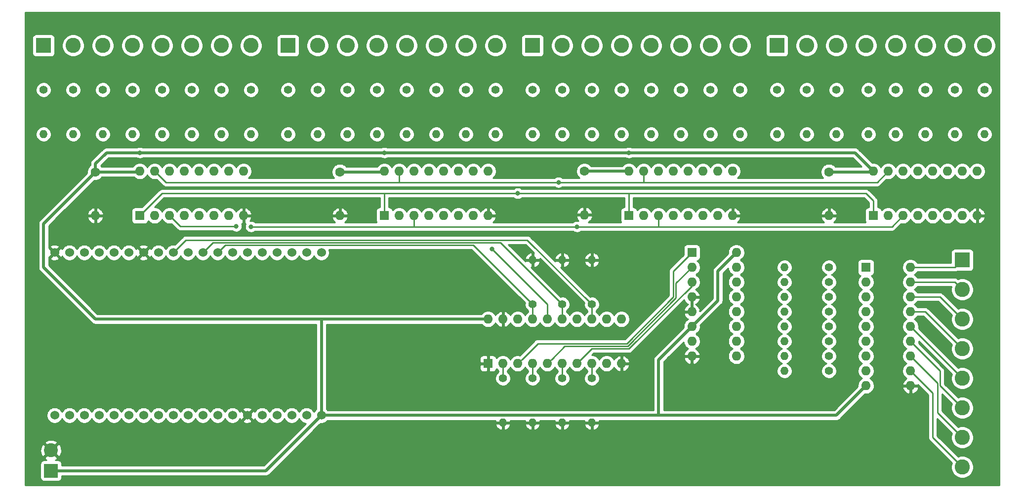
<source format=gtl>
G04 #@! TF.GenerationSoftware,KiCad,Pcbnew,(5.1.10)-1*
G04 #@! TF.CreationDate,2023-10-25T11:46:50-04:00*
G04 #@! TF.ProjectId,LED_Matrix_Driver,4c45445f-4d61-4747-9269-785f44726976,rev?*
G04 #@! TF.SameCoordinates,Original*
G04 #@! TF.FileFunction,Copper,L1,Top*
G04 #@! TF.FilePolarity,Positive*
%FSLAX46Y46*%
G04 Gerber Fmt 4.6, Leading zero omitted, Abs format (unit mm)*
G04 Created by KiCad (PCBNEW (5.1.10)-1) date 2023-10-25 11:46:50*
%MOMM*%
%LPD*%
G01*
G04 APERTURE LIST*
G04 #@! TA.AperFunction,ComponentPad*
%ADD10C,2.400000*%
G04 #@! TD*
G04 #@! TA.AperFunction,ComponentPad*
%ADD11R,2.400000X2.400000*%
G04 #@! TD*
G04 #@! TA.AperFunction,ComponentPad*
%ADD12O,1.400000X1.400000*%
G04 #@! TD*
G04 #@! TA.AperFunction,ComponentPad*
%ADD13C,1.400000*%
G04 #@! TD*
G04 #@! TA.AperFunction,ComponentPad*
%ADD14O,1.600000X1.600000*%
G04 #@! TD*
G04 #@! TA.AperFunction,ComponentPad*
%ADD15R,1.600000X1.600000*%
G04 #@! TD*
G04 #@! TA.AperFunction,ComponentPad*
%ADD16C,1.524000*%
G04 #@! TD*
G04 #@! TA.AperFunction,ComponentPad*
%ADD17C,2.600000*%
G04 #@! TD*
G04 #@! TA.AperFunction,ComponentPad*
%ADD18R,2.600000X2.600000*%
G04 #@! TD*
G04 #@! TA.AperFunction,ComponentPad*
%ADD19C,1.600000*%
G04 #@! TD*
G04 #@! TA.AperFunction,ViaPad*
%ADD20C,0.800000*%
G04 #@! TD*
G04 #@! TA.AperFunction,Conductor*
%ADD21C,0.500000*%
G04 #@! TD*
G04 #@! TA.AperFunction,Conductor*
%ADD22C,0.250000*%
G04 #@! TD*
G04 #@! TA.AperFunction,Conductor*
%ADD23C,0.254000*%
G04 #@! TD*
G04 #@! TA.AperFunction,Conductor*
%ADD24C,0.100000*%
G04 #@! TD*
G04 APERTURE END LIST*
D10*
X121920000Y-87305000D03*
D11*
X121920000Y-90805000D03*
D12*
X281940000Y-33020000D03*
D13*
X281940000Y-25400000D03*
D12*
X276860000Y-33020000D03*
D13*
X276860000Y-25400000D03*
D12*
X271780000Y-33020000D03*
D13*
X271780000Y-25400000D03*
D12*
X266700000Y-33020000D03*
D13*
X266700000Y-25400000D03*
D12*
X262030000Y-33020000D03*
D13*
X262030000Y-25400000D03*
D12*
X256540000Y-33020000D03*
D13*
X256540000Y-25400000D03*
D12*
X251460000Y-33020000D03*
D13*
X251460000Y-25400000D03*
D14*
X262890000Y-39370000D03*
X280670000Y-46990000D03*
X265430000Y-39370000D03*
X278130000Y-46990000D03*
X267970000Y-39370000D03*
X275590000Y-46990000D03*
X270510000Y-39370000D03*
X273050000Y-46990000D03*
X273050000Y-39370000D03*
X270510000Y-46990000D03*
X275590000Y-39370000D03*
X267970000Y-46990000D03*
X278130000Y-39370000D03*
X265430000Y-46990000D03*
X280670000Y-39370000D03*
D15*
X262890000Y-46990000D03*
D14*
X220980000Y-39370000D03*
X238760000Y-46990000D03*
X223520000Y-39370000D03*
X236220000Y-46990000D03*
X226060000Y-39370000D03*
X233680000Y-46990000D03*
X228600000Y-39370000D03*
X231140000Y-46990000D03*
X231140000Y-39370000D03*
X228600000Y-46990000D03*
X233680000Y-39370000D03*
X226060000Y-46990000D03*
X236220000Y-39370000D03*
X223520000Y-46990000D03*
X238760000Y-39370000D03*
D15*
X220980000Y-46990000D03*
D14*
X179070000Y-39370000D03*
X196850000Y-46990000D03*
X181610000Y-39370000D03*
X194310000Y-46990000D03*
X184150000Y-39370000D03*
X191770000Y-46990000D03*
X186690000Y-39370000D03*
X189230000Y-46990000D03*
X189230000Y-39370000D03*
X186690000Y-46990000D03*
X191770000Y-39370000D03*
X184150000Y-46990000D03*
X194310000Y-39370000D03*
X181610000Y-46990000D03*
X196850000Y-39370000D03*
D15*
X179070000Y-46990000D03*
D14*
X137160000Y-39370000D03*
X154940000Y-46990000D03*
X139700000Y-39370000D03*
X152400000Y-46990000D03*
X142240000Y-39370000D03*
X149860000Y-46990000D03*
X144780000Y-39370000D03*
X147320000Y-46990000D03*
X147320000Y-39370000D03*
X144780000Y-46990000D03*
X149860000Y-39370000D03*
X142240000Y-46990000D03*
X152400000Y-39370000D03*
X139700000Y-46990000D03*
X154940000Y-39370000D03*
D15*
X137160000Y-46990000D03*
D14*
X239395000Y-53340000D03*
X231775000Y-71120000D03*
X239395000Y-55880000D03*
X231775000Y-68580000D03*
X239395000Y-58420000D03*
X231775000Y-66040000D03*
X239395000Y-60960000D03*
X231775000Y-63500000D03*
X239395000Y-63500000D03*
X231775000Y-60960000D03*
X239395000Y-66040000D03*
X231775000Y-58420000D03*
X239395000Y-68580000D03*
X231775000Y-55880000D03*
X239395000Y-71120000D03*
D15*
X231775000Y-53340000D03*
D14*
X269240000Y-55880000D03*
X261620000Y-76200000D03*
X269240000Y-58420000D03*
X261620000Y-73660000D03*
X269240000Y-60960000D03*
X261620000Y-71120000D03*
X269240000Y-63500000D03*
X261620000Y-68580000D03*
X269240000Y-66040000D03*
X261620000Y-66040000D03*
X269240000Y-68580000D03*
X261620000Y-63500000D03*
X269240000Y-71120000D03*
X261620000Y-60960000D03*
X269240000Y-73660000D03*
X261620000Y-58420000D03*
X269240000Y-76200000D03*
D15*
X261620000Y-55880000D03*
D14*
X196850000Y-64770000D03*
X219710000Y-72390000D03*
X199390000Y-64770000D03*
X217170000Y-72390000D03*
X201930000Y-64770000D03*
X214630000Y-72390000D03*
X204470000Y-64770000D03*
X212090000Y-72390000D03*
X207010000Y-64770000D03*
X209550000Y-72390000D03*
X209550000Y-64770000D03*
X207010000Y-72390000D03*
X212090000Y-64770000D03*
X204470000Y-72390000D03*
X214630000Y-64770000D03*
X201930000Y-72390000D03*
X217170000Y-64770000D03*
X199390000Y-72390000D03*
X219710000Y-64770000D03*
D15*
X196850000Y-72390000D03*
D16*
X122555000Y-53340000D03*
X125095000Y-53340000D03*
X127635000Y-53340000D03*
X130175000Y-53340000D03*
X132715000Y-53340000D03*
X135255000Y-53340000D03*
X137795000Y-53340000D03*
X140335000Y-53340000D03*
X142875000Y-53340000D03*
X145415000Y-53340000D03*
X147955000Y-53340000D03*
X150495000Y-53340000D03*
X153035000Y-53340000D03*
X155575000Y-53340000D03*
X158115000Y-53340000D03*
X160655000Y-53340000D03*
X163195000Y-53340000D03*
X165735000Y-53340000D03*
X168275000Y-53340000D03*
X168275000Y-81280000D03*
X165735000Y-81280000D03*
X163195000Y-81280000D03*
X160655000Y-81280000D03*
X158115000Y-81280000D03*
X155575000Y-81280000D03*
X153035000Y-81280000D03*
X150495000Y-81280000D03*
X147955000Y-81280000D03*
X145415000Y-81280000D03*
X142875000Y-81280000D03*
X140335000Y-81280000D03*
X137795000Y-81280000D03*
X135255000Y-81280000D03*
X132715000Y-81280000D03*
X130175000Y-81280000D03*
X127635000Y-81280000D03*
X125095000Y-81280000D03*
X122555000Y-81280000D03*
D12*
X246380000Y-33020000D03*
D13*
X246380000Y-25400000D03*
D12*
X240030000Y-33020000D03*
D13*
X240030000Y-25400000D03*
D12*
X234950000Y-33020000D03*
D13*
X234950000Y-25400000D03*
D12*
X229870000Y-33020000D03*
D13*
X229870000Y-25400000D03*
D12*
X224790000Y-33020000D03*
D13*
X224790000Y-25400000D03*
D12*
X219710000Y-33020000D03*
D13*
X219710000Y-25400000D03*
D12*
X214630000Y-33020000D03*
D13*
X214630000Y-25400000D03*
D12*
X209550000Y-33020000D03*
D13*
X209550000Y-25400000D03*
D12*
X204470000Y-33020000D03*
D13*
X204470000Y-25400000D03*
D12*
X198120000Y-33020000D03*
D13*
X198120000Y-25400000D03*
D12*
X193040000Y-33020000D03*
D13*
X193040000Y-25400000D03*
D12*
X187960000Y-33020000D03*
D13*
X187960000Y-25400000D03*
D12*
X182880000Y-33020000D03*
D13*
X182880000Y-25400000D03*
D12*
X177800000Y-33020000D03*
D13*
X177800000Y-25400000D03*
D12*
X172720000Y-33020000D03*
D13*
X172720000Y-25400000D03*
D12*
X167640000Y-33020000D03*
D13*
X167640000Y-25400000D03*
D12*
X162560000Y-33020000D03*
D13*
X162560000Y-25400000D03*
D12*
X156210000Y-33020000D03*
D13*
X156210000Y-25400000D03*
D12*
X151130000Y-33020000D03*
D13*
X151130000Y-25400000D03*
D12*
X146050000Y-33020000D03*
D13*
X146050000Y-25400000D03*
D12*
X140970000Y-33020000D03*
D13*
X140970000Y-25400000D03*
D12*
X135890000Y-33020000D03*
D13*
X135890000Y-25400000D03*
D12*
X130810000Y-33020000D03*
D13*
X130810000Y-25400000D03*
D12*
X125730000Y-33020000D03*
D13*
X125730000Y-25400000D03*
D12*
X120650000Y-33020000D03*
D13*
X120650000Y-25400000D03*
D12*
X247650000Y-55880000D03*
D13*
X255270000Y-55880000D03*
D12*
X247650000Y-58420000D03*
D13*
X255270000Y-58420000D03*
D12*
X247650000Y-60960000D03*
D13*
X255270000Y-60960000D03*
D12*
X247650000Y-63500000D03*
D13*
X255270000Y-63500000D03*
D12*
X247650000Y-66040000D03*
D13*
X255270000Y-66040000D03*
D12*
X247650000Y-68580000D03*
D13*
X255270000Y-68580000D03*
D12*
X247650000Y-71120000D03*
D13*
X255270000Y-71120000D03*
D12*
X247650000Y-73660000D03*
D13*
X255270000Y-73660000D03*
D12*
X199390000Y-82550000D03*
D13*
X199390000Y-74930000D03*
D12*
X204470000Y-82550000D03*
D13*
X204470000Y-74930000D03*
D12*
X209550000Y-82550000D03*
D13*
X209550000Y-74930000D03*
D12*
X214630000Y-82550000D03*
D13*
X214630000Y-74930000D03*
D12*
X204470000Y-54610000D03*
D13*
X204470000Y-62230000D03*
D12*
X209550000Y-54610000D03*
D13*
X209550000Y-62230000D03*
D12*
X214630000Y-54610000D03*
D13*
X214630000Y-62230000D03*
D17*
X281940000Y-17780000D03*
X276860000Y-17780000D03*
X271780000Y-17780000D03*
X266700000Y-17780000D03*
X261620000Y-17780000D03*
X256540000Y-17780000D03*
X251460000Y-17780000D03*
D18*
X246380000Y-17780000D03*
D17*
X240030000Y-17780000D03*
X234950000Y-17780000D03*
X229870000Y-17780000D03*
X224790000Y-17780000D03*
X219710000Y-17780000D03*
X214630000Y-17780000D03*
X209550000Y-17780000D03*
D18*
X204470000Y-17780000D03*
D17*
X198120000Y-17780000D03*
X193040000Y-17780000D03*
X187960000Y-17780000D03*
X182880000Y-17780000D03*
X177800000Y-17780000D03*
X172720000Y-17780000D03*
X167640000Y-17780000D03*
D18*
X162560000Y-17780000D03*
D17*
X156210000Y-17780000D03*
X151130000Y-17780000D03*
X146050000Y-17780000D03*
X140970000Y-17780000D03*
X135890000Y-17780000D03*
X130810000Y-17780000D03*
X125730000Y-17780000D03*
D18*
X120650000Y-17780000D03*
D17*
X278130000Y-90170000D03*
X278130000Y-85090000D03*
X278130000Y-80010000D03*
X278130000Y-74930000D03*
X278130000Y-69850000D03*
X278130000Y-64770000D03*
X278130000Y-59690000D03*
D18*
X278130000Y-54610000D03*
D14*
X255270000Y-46990000D03*
D19*
X255270000Y-39490000D03*
D14*
X213360000Y-46870000D03*
D19*
X213360000Y-39370000D03*
D14*
X171450000Y-46990000D03*
D19*
X171450000Y-39490000D03*
D14*
X129540000Y-46990000D03*
D19*
X129540000Y-39490000D03*
D20*
X160020000Y-37465000D03*
X176530000Y-44450000D03*
X133350000Y-43180000D03*
X218440000Y-44450000D03*
X260350000Y-44450000D03*
X140335000Y-86360000D03*
X215900000Y-86360000D03*
X283210000Y-92075000D03*
X283210000Y-13335000D03*
X118745000Y-13335000D03*
X118745000Y-92075000D03*
X142875000Y-72390000D03*
X177800000Y-72390000D03*
X232410000Y-76835000D03*
X243840000Y-52070000D03*
X221615000Y-53340000D03*
X164465000Y-58420000D03*
X201295000Y-29210000D03*
X159385000Y-29210000D03*
X243205000Y-29210000D03*
X137160000Y-36195000D03*
X179070000Y-36195000D03*
X220980000Y-36195000D03*
X201930000Y-43180000D03*
X197485000Y-52705000D03*
X153670000Y-48804990D03*
X156210000Y-48895000D03*
X212090000Y-48895000D03*
X208915000Y-41275000D03*
D21*
X213360000Y-39370000D02*
X220980000Y-39370000D01*
X262770000Y-39490000D02*
X262890000Y-39370000D01*
X255270000Y-39490000D02*
X262770000Y-39490000D01*
X137040000Y-39490000D02*
X137160000Y-39370000D01*
X129540000Y-39490000D02*
X137040000Y-39490000D01*
X178950000Y-39490000D02*
X179070000Y-39370000D01*
X171450000Y-39490000D02*
X178950000Y-39490000D01*
X179070000Y-36195000D02*
X220980000Y-36195000D01*
X220980000Y-36195000D02*
X220980000Y-36195000D01*
X259715000Y-36195000D02*
X262890000Y-39370000D01*
X220980000Y-36195000D02*
X259715000Y-36195000D01*
X231775000Y-66040000D02*
X236220000Y-61595000D01*
X236220000Y-56515000D02*
X239395000Y-53340000D01*
X236220000Y-61595000D02*
X236220000Y-56515000D01*
X140335000Y-36195000D02*
X179070000Y-36195000D01*
X137160000Y-36195000D02*
X140335000Y-36195000D01*
X179070000Y-36195000D02*
X179070000Y-36195000D01*
X131445000Y-36195000D02*
X129540000Y-38100000D01*
X129540000Y-38100000D02*
X129540000Y-39490000D01*
X137160000Y-36195000D02*
X131445000Y-36195000D01*
X168275000Y-81280000D02*
X168275000Y-64770000D01*
X256540000Y-81280000D02*
X261620000Y-76200000D01*
X168275000Y-81280000D02*
X256540000Y-81280000D01*
X226060000Y-71755000D02*
X226060000Y-81280000D01*
X231775000Y-66040000D02*
X226060000Y-71755000D01*
X168275000Y-64770000D02*
X196850000Y-64770000D01*
X158750000Y-90805000D02*
X121920000Y-90805000D01*
X168275000Y-81280000D02*
X158750000Y-90805000D01*
X120650000Y-48380000D02*
X129540000Y-39490000D01*
X120650000Y-55880000D02*
X120650000Y-48380000D01*
X129540000Y-64770000D02*
X120650000Y-55880000D01*
X168275000Y-64770000D02*
X129540000Y-64770000D01*
D22*
X276860000Y-58420000D02*
X278130000Y-59690000D01*
X269240000Y-58420000D02*
X276860000Y-58420000D01*
X276860000Y-55880000D02*
X278130000Y-54610000D01*
X269240000Y-55880000D02*
X276860000Y-55880000D01*
X204470000Y-64770000D02*
X204470000Y-62230000D01*
X194310000Y-52070000D02*
X204470000Y-62230000D01*
X151765000Y-52070000D02*
X194310000Y-52070000D01*
X150495000Y-53340000D02*
X151765000Y-52070000D01*
X214630000Y-74930000D02*
X214630000Y-72390000D01*
X209550000Y-72390000D02*
X209550000Y-74930000D01*
X204470000Y-74930000D02*
X204470000Y-72390000D01*
X199390000Y-74930000D02*
X199390000Y-72390000D01*
X269240000Y-73660000D02*
X273050000Y-77470000D01*
X273050000Y-77470000D02*
X273050000Y-85090000D01*
X273050000Y-85090000D02*
X278130000Y-90170000D01*
X269240000Y-71120000D02*
X273869990Y-75749990D01*
X273869990Y-75749990D02*
X273869990Y-80829990D01*
X273869990Y-80829990D02*
X278130000Y-85090000D01*
X269240000Y-68580000D02*
X274320000Y-73660000D01*
X274320000Y-76200000D02*
X278130000Y-80010000D01*
X274320000Y-73660000D02*
X274320000Y-76200000D01*
X269240000Y-66040000D02*
X278130000Y-74930000D01*
X271780000Y-63500000D02*
X278130000Y-69850000D01*
X269240000Y-63500000D02*
X271780000Y-63500000D01*
X274320000Y-60960000D02*
X278130000Y-64770000D01*
X269240000Y-60960000D02*
X274320000Y-60960000D01*
X214630000Y-64770000D02*
X214630000Y-62230000D01*
X203569980Y-51169980D02*
X214630000Y-62230000D01*
X145045020Y-51169980D02*
X203569980Y-51169980D01*
X142875000Y-53340000D02*
X145045020Y-51169980D01*
X209550000Y-64770000D02*
X209550000Y-62230000D01*
X198939990Y-51619990D02*
X209550000Y-62230000D01*
X149675010Y-51619990D02*
X198939990Y-51619990D01*
X147955000Y-53340000D02*
X149675010Y-51619990D01*
X137160000Y-46990000D02*
X140970000Y-43180000D01*
X140970000Y-43180000D02*
X175260000Y-43180000D01*
X220980000Y-46990000D02*
X220980000Y-43180000D01*
X217170000Y-43180000D02*
X220980000Y-43180000D01*
X179070000Y-46990000D02*
X179070000Y-43180000D01*
X179070000Y-43180000D02*
X206375000Y-43180000D01*
X175260000Y-43180000D02*
X179070000Y-43180000D01*
X206375000Y-43180000D02*
X217170000Y-43180000D01*
X262890000Y-44450000D02*
X262890000Y-46990000D01*
X261620000Y-43180000D02*
X262890000Y-44450000D01*
X220980000Y-43180000D02*
X261620000Y-43180000D01*
X231775000Y-59057822D02*
X231775000Y-58420000D01*
X220982822Y-69850000D02*
X231775000Y-59057822D01*
X214630000Y-69850000D02*
X220982822Y-69850000D01*
X212090000Y-72390000D02*
X214630000Y-69850000D01*
X207010000Y-64770000D02*
X207010000Y-62230000D01*
X207010000Y-62230000D02*
X197485000Y-52705000D01*
X197485000Y-52705000D02*
X197485000Y-52705000D01*
X207809999Y-71590001D02*
X207010000Y-72390000D01*
X231775000Y-55880000D02*
X229050011Y-58604989D01*
X210000011Y-69399989D02*
X207809999Y-71590001D01*
X220796422Y-69399989D02*
X210000011Y-69399989D01*
X229050011Y-61146400D02*
X220796422Y-69399989D01*
X229050011Y-58604989D02*
X229050011Y-61146400D01*
X184150000Y-48895000D02*
X184150000Y-46990000D01*
X184150000Y-48895000D02*
X207645000Y-48895000D01*
X226060000Y-48895000D02*
X226060000Y-46990000D01*
X266065000Y-48895000D02*
X267970000Y-46990000D01*
X226060000Y-48895000D02*
X266065000Y-48895000D01*
X207645000Y-48895000D02*
X212090000Y-48895000D01*
X144054990Y-48804990D02*
X153670000Y-48804990D01*
X184150000Y-48895000D02*
X156210000Y-48895000D01*
X142240000Y-46990000D02*
X144054990Y-48804990D01*
X212090000Y-48895000D02*
X226060000Y-48895000D01*
X205370022Y-68949978D02*
X202729999Y-71590001D01*
X220610022Y-68949978D02*
X205370022Y-68949978D01*
X228600000Y-60960000D02*
X220610022Y-68949978D01*
X228600000Y-56515000D02*
X228600000Y-60960000D01*
X231775000Y-53340000D02*
X228600000Y-56515000D01*
X202729999Y-71590001D02*
X201930000Y-72390000D01*
X265430000Y-39370000D02*
X263525000Y-41275000D01*
X263525000Y-41275000D02*
X246380000Y-41275000D01*
X223520000Y-41275000D02*
X223520000Y-39370000D01*
X223520000Y-41275000D02*
X208915000Y-41275000D01*
X181610000Y-41275000D02*
X181610000Y-39370000D01*
X181610000Y-41275000D02*
X141605000Y-41275000D01*
X141605000Y-41275000D02*
X139700000Y-39370000D01*
X246380000Y-41275000D02*
X223520000Y-41275000D01*
X208915000Y-41275000D02*
X181610000Y-41275000D01*
D23*
X284455001Y-93320000D02*
X117500000Y-93320000D01*
X117500000Y-87359684D01*
X120076933Y-87359684D01*
X120123015Y-87718198D01*
X120238154Y-88060833D01*
X120357164Y-88283486D01*
X120642020Y-88403374D01*
X121740395Y-87305000D01*
X122099605Y-87305000D01*
X123197980Y-88403374D01*
X123482836Y-88283486D01*
X123643699Y-87959790D01*
X123738322Y-87610931D01*
X123763067Y-87250316D01*
X123716985Y-86891802D01*
X123601846Y-86549167D01*
X123482836Y-86326514D01*
X123197980Y-86206626D01*
X122099605Y-87305000D01*
X121740395Y-87305000D01*
X120642020Y-86206626D01*
X120357164Y-86326514D01*
X120196301Y-86650210D01*
X120101678Y-86999069D01*
X120076933Y-87359684D01*
X117500000Y-87359684D01*
X117500000Y-86027020D01*
X120821626Y-86027020D01*
X121920000Y-87125395D01*
X123018374Y-86027020D01*
X122898486Y-85742164D01*
X122574790Y-85581301D01*
X122225931Y-85486678D01*
X121865316Y-85461933D01*
X121506802Y-85508015D01*
X121164167Y-85623154D01*
X120941514Y-85742164D01*
X120821626Y-86027020D01*
X117500000Y-86027020D01*
X117500000Y-81142408D01*
X121158000Y-81142408D01*
X121158000Y-81417592D01*
X121211686Y-81687490D01*
X121316995Y-81941727D01*
X121469880Y-82170535D01*
X121664465Y-82365120D01*
X121893273Y-82518005D01*
X122147510Y-82623314D01*
X122417408Y-82677000D01*
X122692592Y-82677000D01*
X122962490Y-82623314D01*
X123216727Y-82518005D01*
X123445535Y-82365120D01*
X123640120Y-82170535D01*
X123793005Y-81941727D01*
X123825000Y-81864485D01*
X123856995Y-81941727D01*
X124009880Y-82170535D01*
X124204465Y-82365120D01*
X124433273Y-82518005D01*
X124687510Y-82623314D01*
X124957408Y-82677000D01*
X125232592Y-82677000D01*
X125502490Y-82623314D01*
X125756727Y-82518005D01*
X125985535Y-82365120D01*
X126180120Y-82170535D01*
X126333005Y-81941727D01*
X126365000Y-81864485D01*
X126396995Y-81941727D01*
X126549880Y-82170535D01*
X126744465Y-82365120D01*
X126973273Y-82518005D01*
X127227510Y-82623314D01*
X127497408Y-82677000D01*
X127772592Y-82677000D01*
X128042490Y-82623314D01*
X128296727Y-82518005D01*
X128525535Y-82365120D01*
X128720120Y-82170535D01*
X128873005Y-81941727D01*
X128905000Y-81864485D01*
X128936995Y-81941727D01*
X129089880Y-82170535D01*
X129284465Y-82365120D01*
X129513273Y-82518005D01*
X129767510Y-82623314D01*
X130037408Y-82677000D01*
X130312592Y-82677000D01*
X130582490Y-82623314D01*
X130836727Y-82518005D01*
X131065535Y-82365120D01*
X131260120Y-82170535D01*
X131413005Y-81941727D01*
X131445000Y-81864485D01*
X131476995Y-81941727D01*
X131629880Y-82170535D01*
X131824465Y-82365120D01*
X132053273Y-82518005D01*
X132307510Y-82623314D01*
X132577408Y-82677000D01*
X132852592Y-82677000D01*
X133122490Y-82623314D01*
X133376727Y-82518005D01*
X133605535Y-82365120D01*
X133800120Y-82170535D01*
X133953005Y-81941727D01*
X133985000Y-81864485D01*
X134016995Y-81941727D01*
X134169880Y-82170535D01*
X134364465Y-82365120D01*
X134593273Y-82518005D01*
X134847510Y-82623314D01*
X135117408Y-82677000D01*
X135392592Y-82677000D01*
X135662490Y-82623314D01*
X135916727Y-82518005D01*
X136145535Y-82365120D01*
X136340120Y-82170535D01*
X136493005Y-81941727D01*
X136525000Y-81864485D01*
X136556995Y-81941727D01*
X136709880Y-82170535D01*
X136904465Y-82365120D01*
X137133273Y-82518005D01*
X137387510Y-82623314D01*
X137657408Y-82677000D01*
X137932592Y-82677000D01*
X138202490Y-82623314D01*
X138456727Y-82518005D01*
X138685535Y-82365120D01*
X138880120Y-82170535D01*
X139033005Y-81941727D01*
X139065000Y-81864485D01*
X139096995Y-81941727D01*
X139249880Y-82170535D01*
X139444465Y-82365120D01*
X139673273Y-82518005D01*
X139927510Y-82623314D01*
X140197408Y-82677000D01*
X140472592Y-82677000D01*
X140742490Y-82623314D01*
X140996727Y-82518005D01*
X141225535Y-82365120D01*
X141420120Y-82170535D01*
X141573005Y-81941727D01*
X141605000Y-81864485D01*
X141636995Y-81941727D01*
X141789880Y-82170535D01*
X141984465Y-82365120D01*
X142213273Y-82518005D01*
X142467510Y-82623314D01*
X142737408Y-82677000D01*
X143012592Y-82677000D01*
X143282490Y-82623314D01*
X143536727Y-82518005D01*
X143765535Y-82365120D01*
X143960120Y-82170535D01*
X144113005Y-81941727D01*
X144145000Y-81864485D01*
X144176995Y-81941727D01*
X144329880Y-82170535D01*
X144524465Y-82365120D01*
X144753273Y-82518005D01*
X145007510Y-82623314D01*
X145277408Y-82677000D01*
X145552592Y-82677000D01*
X145822490Y-82623314D01*
X146076727Y-82518005D01*
X146305535Y-82365120D01*
X146500120Y-82170535D01*
X146653005Y-81941727D01*
X146685000Y-81864485D01*
X146716995Y-81941727D01*
X146869880Y-82170535D01*
X147064465Y-82365120D01*
X147293273Y-82518005D01*
X147547510Y-82623314D01*
X147817408Y-82677000D01*
X148092592Y-82677000D01*
X148362490Y-82623314D01*
X148616727Y-82518005D01*
X148845535Y-82365120D01*
X149040120Y-82170535D01*
X149193005Y-81941727D01*
X149225000Y-81864485D01*
X149256995Y-81941727D01*
X149409880Y-82170535D01*
X149604465Y-82365120D01*
X149833273Y-82518005D01*
X150087510Y-82623314D01*
X150357408Y-82677000D01*
X150632592Y-82677000D01*
X150902490Y-82623314D01*
X151156727Y-82518005D01*
X151385535Y-82365120D01*
X151580120Y-82170535D01*
X151733005Y-81941727D01*
X151765000Y-81864485D01*
X151796995Y-81941727D01*
X151949880Y-82170535D01*
X152144465Y-82365120D01*
X152373273Y-82518005D01*
X152627510Y-82623314D01*
X152897408Y-82677000D01*
X153172592Y-82677000D01*
X153442490Y-82623314D01*
X153696727Y-82518005D01*
X153925535Y-82365120D01*
X154045090Y-82245565D01*
X154789040Y-82245565D01*
X154856020Y-82485656D01*
X155105048Y-82602756D01*
X155372135Y-82669023D01*
X155647017Y-82681910D01*
X155919133Y-82640922D01*
X156178023Y-82547636D01*
X156293980Y-82485656D01*
X156360960Y-82245565D01*
X155575000Y-81459605D01*
X154789040Y-82245565D01*
X154045090Y-82245565D01*
X154120120Y-82170535D01*
X154273005Y-81941727D01*
X154302692Y-81870057D01*
X154307364Y-81883023D01*
X154369344Y-81998980D01*
X154609435Y-82065960D01*
X155395395Y-81280000D01*
X154609435Y-80494040D01*
X154369344Y-80561020D01*
X154305515Y-80696760D01*
X154273005Y-80618273D01*
X154120120Y-80389465D01*
X154045090Y-80314435D01*
X154789040Y-80314435D01*
X155575000Y-81100395D01*
X156360960Y-80314435D01*
X156293980Y-80074344D01*
X156044952Y-79957244D01*
X155777865Y-79890977D01*
X155502983Y-79878090D01*
X155230867Y-79919078D01*
X154971977Y-80012364D01*
X154856020Y-80074344D01*
X154789040Y-80314435D01*
X154045090Y-80314435D01*
X153925535Y-80194880D01*
X153696727Y-80041995D01*
X153442490Y-79936686D01*
X153172592Y-79883000D01*
X152897408Y-79883000D01*
X152627510Y-79936686D01*
X152373273Y-80041995D01*
X152144465Y-80194880D01*
X151949880Y-80389465D01*
X151796995Y-80618273D01*
X151765000Y-80695515D01*
X151733005Y-80618273D01*
X151580120Y-80389465D01*
X151385535Y-80194880D01*
X151156727Y-80041995D01*
X150902490Y-79936686D01*
X150632592Y-79883000D01*
X150357408Y-79883000D01*
X150087510Y-79936686D01*
X149833273Y-80041995D01*
X149604465Y-80194880D01*
X149409880Y-80389465D01*
X149256995Y-80618273D01*
X149225000Y-80695515D01*
X149193005Y-80618273D01*
X149040120Y-80389465D01*
X148845535Y-80194880D01*
X148616727Y-80041995D01*
X148362490Y-79936686D01*
X148092592Y-79883000D01*
X147817408Y-79883000D01*
X147547510Y-79936686D01*
X147293273Y-80041995D01*
X147064465Y-80194880D01*
X146869880Y-80389465D01*
X146716995Y-80618273D01*
X146685000Y-80695515D01*
X146653005Y-80618273D01*
X146500120Y-80389465D01*
X146305535Y-80194880D01*
X146076727Y-80041995D01*
X145822490Y-79936686D01*
X145552592Y-79883000D01*
X145277408Y-79883000D01*
X145007510Y-79936686D01*
X144753273Y-80041995D01*
X144524465Y-80194880D01*
X144329880Y-80389465D01*
X144176995Y-80618273D01*
X144145000Y-80695515D01*
X144113005Y-80618273D01*
X143960120Y-80389465D01*
X143765535Y-80194880D01*
X143536727Y-80041995D01*
X143282490Y-79936686D01*
X143012592Y-79883000D01*
X142737408Y-79883000D01*
X142467510Y-79936686D01*
X142213273Y-80041995D01*
X141984465Y-80194880D01*
X141789880Y-80389465D01*
X141636995Y-80618273D01*
X141605000Y-80695515D01*
X141573005Y-80618273D01*
X141420120Y-80389465D01*
X141225535Y-80194880D01*
X140996727Y-80041995D01*
X140742490Y-79936686D01*
X140472592Y-79883000D01*
X140197408Y-79883000D01*
X139927510Y-79936686D01*
X139673273Y-80041995D01*
X139444465Y-80194880D01*
X139249880Y-80389465D01*
X139096995Y-80618273D01*
X139065000Y-80695515D01*
X139033005Y-80618273D01*
X138880120Y-80389465D01*
X138685535Y-80194880D01*
X138456727Y-80041995D01*
X138202490Y-79936686D01*
X137932592Y-79883000D01*
X137657408Y-79883000D01*
X137387510Y-79936686D01*
X137133273Y-80041995D01*
X136904465Y-80194880D01*
X136709880Y-80389465D01*
X136556995Y-80618273D01*
X136525000Y-80695515D01*
X136493005Y-80618273D01*
X136340120Y-80389465D01*
X136145535Y-80194880D01*
X135916727Y-80041995D01*
X135662490Y-79936686D01*
X135392592Y-79883000D01*
X135117408Y-79883000D01*
X134847510Y-79936686D01*
X134593273Y-80041995D01*
X134364465Y-80194880D01*
X134169880Y-80389465D01*
X134016995Y-80618273D01*
X133985000Y-80695515D01*
X133953005Y-80618273D01*
X133800120Y-80389465D01*
X133605535Y-80194880D01*
X133376727Y-80041995D01*
X133122490Y-79936686D01*
X132852592Y-79883000D01*
X132577408Y-79883000D01*
X132307510Y-79936686D01*
X132053273Y-80041995D01*
X131824465Y-80194880D01*
X131629880Y-80389465D01*
X131476995Y-80618273D01*
X131445000Y-80695515D01*
X131413005Y-80618273D01*
X131260120Y-80389465D01*
X131065535Y-80194880D01*
X130836727Y-80041995D01*
X130582490Y-79936686D01*
X130312592Y-79883000D01*
X130037408Y-79883000D01*
X129767510Y-79936686D01*
X129513273Y-80041995D01*
X129284465Y-80194880D01*
X129089880Y-80389465D01*
X128936995Y-80618273D01*
X128905000Y-80695515D01*
X128873005Y-80618273D01*
X128720120Y-80389465D01*
X128525535Y-80194880D01*
X128296727Y-80041995D01*
X128042490Y-79936686D01*
X127772592Y-79883000D01*
X127497408Y-79883000D01*
X127227510Y-79936686D01*
X126973273Y-80041995D01*
X126744465Y-80194880D01*
X126549880Y-80389465D01*
X126396995Y-80618273D01*
X126365000Y-80695515D01*
X126333005Y-80618273D01*
X126180120Y-80389465D01*
X125985535Y-80194880D01*
X125756727Y-80041995D01*
X125502490Y-79936686D01*
X125232592Y-79883000D01*
X124957408Y-79883000D01*
X124687510Y-79936686D01*
X124433273Y-80041995D01*
X124204465Y-80194880D01*
X124009880Y-80389465D01*
X123856995Y-80618273D01*
X123825000Y-80695515D01*
X123793005Y-80618273D01*
X123640120Y-80389465D01*
X123445535Y-80194880D01*
X123216727Y-80041995D01*
X122962490Y-79936686D01*
X122692592Y-79883000D01*
X122417408Y-79883000D01*
X122147510Y-79936686D01*
X121893273Y-80041995D01*
X121664465Y-80194880D01*
X121469880Y-80389465D01*
X121316995Y-80618273D01*
X121211686Y-80872510D01*
X121158000Y-81142408D01*
X117500000Y-81142408D01*
X117500000Y-48380000D01*
X119760719Y-48380000D01*
X119765001Y-48423479D01*
X119765000Y-55836531D01*
X119760719Y-55880000D01*
X119765000Y-55923469D01*
X119765000Y-55923476D01*
X119777805Y-56053489D01*
X119828411Y-56220312D01*
X119910589Y-56374058D01*
X120021183Y-56508817D01*
X120054956Y-56536534D01*
X128883470Y-65365049D01*
X128911183Y-65398817D01*
X128944951Y-65426530D01*
X128944953Y-65426532D01*
X129045941Y-65509411D01*
X129199686Y-65591589D01*
X129310258Y-65625131D01*
X129366510Y-65642195D01*
X129496523Y-65655000D01*
X129496531Y-65655000D01*
X129540000Y-65659281D01*
X129583469Y-65655000D01*
X167390001Y-65655000D01*
X167390000Y-80191182D01*
X167384465Y-80194880D01*
X167189880Y-80389465D01*
X167036995Y-80618273D01*
X167005000Y-80695515D01*
X166973005Y-80618273D01*
X166820120Y-80389465D01*
X166625535Y-80194880D01*
X166396727Y-80041995D01*
X166142490Y-79936686D01*
X165872592Y-79883000D01*
X165597408Y-79883000D01*
X165327510Y-79936686D01*
X165073273Y-80041995D01*
X164844465Y-80194880D01*
X164649880Y-80389465D01*
X164496995Y-80618273D01*
X164465000Y-80695515D01*
X164433005Y-80618273D01*
X164280120Y-80389465D01*
X164085535Y-80194880D01*
X163856727Y-80041995D01*
X163602490Y-79936686D01*
X163332592Y-79883000D01*
X163057408Y-79883000D01*
X162787510Y-79936686D01*
X162533273Y-80041995D01*
X162304465Y-80194880D01*
X162109880Y-80389465D01*
X161956995Y-80618273D01*
X161925000Y-80695515D01*
X161893005Y-80618273D01*
X161740120Y-80389465D01*
X161545535Y-80194880D01*
X161316727Y-80041995D01*
X161062490Y-79936686D01*
X160792592Y-79883000D01*
X160517408Y-79883000D01*
X160247510Y-79936686D01*
X159993273Y-80041995D01*
X159764465Y-80194880D01*
X159569880Y-80389465D01*
X159416995Y-80618273D01*
X159385000Y-80695515D01*
X159353005Y-80618273D01*
X159200120Y-80389465D01*
X159005535Y-80194880D01*
X158776727Y-80041995D01*
X158522490Y-79936686D01*
X158252592Y-79883000D01*
X157977408Y-79883000D01*
X157707510Y-79936686D01*
X157453273Y-80041995D01*
X157224465Y-80194880D01*
X157029880Y-80389465D01*
X156876995Y-80618273D01*
X156847308Y-80689943D01*
X156842636Y-80676977D01*
X156780656Y-80561020D01*
X156540565Y-80494040D01*
X155754605Y-81280000D01*
X156540565Y-82065960D01*
X156780656Y-81998980D01*
X156844485Y-81863240D01*
X156876995Y-81941727D01*
X157029880Y-82170535D01*
X157224465Y-82365120D01*
X157453273Y-82518005D01*
X157707510Y-82623314D01*
X157977408Y-82677000D01*
X158252592Y-82677000D01*
X158522490Y-82623314D01*
X158776727Y-82518005D01*
X159005535Y-82365120D01*
X159200120Y-82170535D01*
X159353005Y-81941727D01*
X159385000Y-81864485D01*
X159416995Y-81941727D01*
X159569880Y-82170535D01*
X159764465Y-82365120D01*
X159993273Y-82518005D01*
X160247510Y-82623314D01*
X160517408Y-82677000D01*
X160792592Y-82677000D01*
X161062490Y-82623314D01*
X161316727Y-82518005D01*
X161545535Y-82365120D01*
X161740120Y-82170535D01*
X161893005Y-81941727D01*
X161925000Y-81864485D01*
X161956995Y-81941727D01*
X162109880Y-82170535D01*
X162304465Y-82365120D01*
X162533273Y-82518005D01*
X162787510Y-82623314D01*
X163057408Y-82677000D01*
X163332592Y-82677000D01*
X163602490Y-82623314D01*
X163856727Y-82518005D01*
X164085535Y-82365120D01*
X164280120Y-82170535D01*
X164433005Y-81941727D01*
X164465000Y-81864485D01*
X164496995Y-81941727D01*
X164649880Y-82170535D01*
X164844465Y-82365120D01*
X165073273Y-82518005D01*
X165327510Y-82623314D01*
X165597408Y-82677000D01*
X165626421Y-82677000D01*
X158383422Y-89920000D01*
X123758072Y-89920000D01*
X123758072Y-89605000D01*
X123745812Y-89480518D01*
X123709502Y-89360820D01*
X123650537Y-89250506D01*
X123571185Y-89153815D01*
X123474494Y-89074463D01*
X123364180Y-89015498D01*
X123244482Y-88979188D01*
X123120000Y-88966928D01*
X122713097Y-88966928D01*
X122898486Y-88867836D01*
X123018374Y-88582980D01*
X121920000Y-87484605D01*
X120821626Y-88582980D01*
X120941514Y-88867836D01*
X121140912Y-88966928D01*
X120720000Y-88966928D01*
X120595518Y-88979188D01*
X120475820Y-89015498D01*
X120365506Y-89074463D01*
X120268815Y-89153815D01*
X120189463Y-89250506D01*
X120130498Y-89360820D01*
X120094188Y-89480518D01*
X120081928Y-89605000D01*
X120081928Y-92005000D01*
X120094188Y-92129482D01*
X120130498Y-92249180D01*
X120189463Y-92359494D01*
X120268815Y-92456185D01*
X120365506Y-92535537D01*
X120475820Y-92594502D01*
X120595518Y-92630812D01*
X120720000Y-92643072D01*
X123120000Y-92643072D01*
X123244482Y-92630812D01*
X123364180Y-92594502D01*
X123474494Y-92535537D01*
X123571185Y-92456185D01*
X123650537Y-92359494D01*
X123709502Y-92249180D01*
X123745812Y-92129482D01*
X123758072Y-92005000D01*
X123758072Y-91690000D01*
X158706531Y-91690000D01*
X158750000Y-91694281D01*
X158793469Y-91690000D01*
X158793477Y-91690000D01*
X158923490Y-91677195D01*
X159090313Y-91626589D01*
X159244059Y-91544411D01*
X159378817Y-91433817D01*
X159406534Y-91400044D01*
X167923248Y-82883330D01*
X198097278Y-82883330D01*
X198187147Y-83129123D01*
X198323241Y-83352660D01*
X198500330Y-83545351D01*
X198711608Y-83699792D01*
X198948956Y-83810047D01*
X199056671Y-83842716D01*
X199263000Y-83719374D01*
X199263000Y-82677000D01*
X199517000Y-82677000D01*
X199517000Y-83719374D01*
X199723329Y-83842716D01*
X199831044Y-83810047D01*
X200068392Y-83699792D01*
X200279670Y-83545351D01*
X200456759Y-83352660D01*
X200592853Y-83129123D01*
X200682722Y-82883330D01*
X203177278Y-82883330D01*
X203267147Y-83129123D01*
X203403241Y-83352660D01*
X203580330Y-83545351D01*
X203791608Y-83699792D01*
X204028956Y-83810047D01*
X204136671Y-83842716D01*
X204343000Y-83719374D01*
X204343000Y-82677000D01*
X204597000Y-82677000D01*
X204597000Y-83719374D01*
X204803329Y-83842716D01*
X204911044Y-83810047D01*
X205148392Y-83699792D01*
X205359670Y-83545351D01*
X205536759Y-83352660D01*
X205672853Y-83129123D01*
X205762722Y-82883330D01*
X208257278Y-82883330D01*
X208347147Y-83129123D01*
X208483241Y-83352660D01*
X208660330Y-83545351D01*
X208871608Y-83699792D01*
X209108956Y-83810047D01*
X209216671Y-83842716D01*
X209423000Y-83719374D01*
X209423000Y-82677000D01*
X209677000Y-82677000D01*
X209677000Y-83719374D01*
X209883329Y-83842716D01*
X209991044Y-83810047D01*
X210228392Y-83699792D01*
X210439670Y-83545351D01*
X210616759Y-83352660D01*
X210752853Y-83129123D01*
X210842722Y-82883330D01*
X213337278Y-82883330D01*
X213427147Y-83129123D01*
X213563241Y-83352660D01*
X213740330Y-83545351D01*
X213951608Y-83699792D01*
X214188956Y-83810047D01*
X214296671Y-83842716D01*
X214503000Y-83719374D01*
X214503000Y-82677000D01*
X214757000Y-82677000D01*
X214757000Y-83719374D01*
X214963329Y-83842716D01*
X215071044Y-83810047D01*
X215308392Y-83699792D01*
X215519670Y-83545351D01*
X215696759Y-83352660D01*
X215832853Y-83129123D01*
X215922722Y-82883330D01*
X215800201Y-82677000D01*
X214757000Y-82677000D01*
X214503000Y-82677000D01*
X213459799Y-82677000D01*
X213337278Y-82883330D01*
X210842722Y-82883330D01*
X210720201Y-82677000D01*
X209677000Y-82677000D01*
X209423000Y-82677000D01*
X208379799Y-82677000D01*
X208257278Y-82883330D01*
X205762722Y-82883330D01*
X205640201Y-82677000D01*
X204597000Y-82677000D01*
X204343000Y-82677000D01*
X203299799Y-82677000D01*
X203177278Y-82883330D01*
X200682722Y-82883330D01*
X200560201Y-82677000D01*
X199517000Y-82677000D01*
X199263000Y-82677000D01*
X198219799Y-82677000D01*
X198097278Y-82883330D01*
X167923248Y-82883330D01*
X168130878Y-82675701D01*
X168137408Y-82677000D01*
X168412592Y-82677000D01*
X168682490Y-82623314D01*
X168936727Y-82518005D01*
X169165535Y-82365120D01*
X169360120Y-82170535D01*
X169363818Y-82165000D01*
X198116170Y-82165000D01*
X198097278Y-82216670D01*
X198219799Y-82423000D01*
X199263000Y-82423000D01*
X199263000Y-82403000D01*
X199517000Y-82403000D01*
X199517000Y-82423000D01*
X200560201Y-82423000D01*
X200682722Y-82216670D01*
X200663830Y-82165000D01*
X203196170Y-82165000D01*
X203177278Y-82216670D01*
X203299799Y-82423000D01*
X204343000Y-82423000D01*
X204343000Y-82403000D01*
X204597000Y-82403000D01*
X204597000Y-82423000D01*
X205640201Y-82423000D01*
X205762722Y-82216670D01*
X205743830Y-82165000D01*
X208276170Y-82165000D01*
X208257278Y-82216670D01*
X208379799Y-82423000D01*
X209423000Y-82423000D01*
X209423000Y-82403000D01*
X209677000Y-82403000D01*
X209677000Y-82423000D01*
X210720201Y-82423000D01*
X210842722Y-82216670D01*
X210823830Y-82165000D01*
X213356170Y-82165000D01*
X213337278Y-82216670D01*
X213459799Y-82423000D01*
X214503000Y-82423000D01*
X214503000Y-82403000D01*
X214757000Y-82403000D01*
X214757000Y-82423000D01*
X215800201Y-82423000D01*
X215922722Y-82216670D01*
X215903830Y-82165000D01*
X226016524Y-82165000D01*
X226060000Y-82169282D01*
X226103477Y-82165000D01*
X256496531Y-82165000D01*
X256540000Y-82169281D01*
X256583469Y-82165000D01*
X256583477Y-82165000D01*
X256713490Y-82152195D01*
X256880313Y-82101589D01*
X257034059Y-82019411D01*
X257168817Y-81908817D01*
X257196534Y-81875044D01*
X261443561Y-77628017D01*
X261478665Y-77635000D01*
X261761335Y-77635000D01*
X262038574Y-77579853D01*
X262299727Y-77471680D01*
X262534759Y-77314637D01*
X262734637Y-77114759D01*
X262891680Y-76879727D01*
X262999853Y-76618574D01*
X263013684Y-76549039D01*
X267848096Y-76549039D01*
X267888754Y-76683087D01*
X268008963Y-76937420D01*
X268176481Y-77163414D01*
X268384869Y-77352385D01*
X268626119Y-77497070D01*
X268890960Y-77591909D01*
X269113000Y-77470624D01*
X269113000Y-76327000D01*
X269367000Y-76327000D01*
X269367000Y-77470624D01*
X269589040Y-77591909D01*
X269853881Y-77497070D01*
X270095131Y-77352385D01*
X270303519Y-77163414D01*
X270471037Y-76937420D01*
X270591246Y-76683087D01*
X270631904Y-76549039D01*
X270509915Y-76327000D01*
X269367000Y-76327000D01*
X269113000Y-76327000D01*
X267970085Y-76327000D01*
X267848096Y-76549039D01*
X263013684Y-76549039D01*
X263055000Y-76341335D01*
X263055000Y-76058665D01*
X262999853Y-75781426D01*
X262891680Y-75520273D01*
X262734637Y-75285241D01*
X262534759Y-75085363D01*
X262302241Y-74930000D01*
X262534759Y-74774637D01*
X262734637Y-74574759D01*
X262891680Y-74339727D01*
X262999853Y-74078574D01*
X263055000Y-73801335D01*
X263055000Y-73518665D01*
X262999853Y-73241426D01*
X262891680Y-72980273D01*
X262734637Y-72745241D01*
X262534759Y-72545363D01*
X262302241Y-72390000D01*
X262534759Y-72234637D01*
X262734637Y-72034759D01*
X262891680Y-71799727D01*
X262999853Y-71538574D01*
X263055000Y-71261335D01*
X263055000Y-70978665D01*
X262999853Y-70701426D01*
X262891680Y-70440273D01*
X262734637Y-70205241D01*
X262534759Y-70005363D01*
X262302241Y-69850000D01*
X262534759Y-69694637D01*
X262734637Y-69494759D01*
X262891680Y-69259727D01*
X262999853Y-68998574D01*
X263055000Y-68721335D01*
X263055000Y-68438665D01*
X262999853Y-68161426D01*
X262891680Y-67900273D01*
X262734637Y-67665241D01*
X262534759Y-67465363D01*
X262302241Y-67310000D01*
X262534759Y-67154637D01*
X262734637Y-66954759D01*
X262891680Y-66719727D01*
X262999853Y-66458574D01*
X263055000Y-66181335D01*
X263055000Y-65898665D01*
X262999853Y-65621426D01*
X262891680Y-65360273D01*
X262734637Y-65125241D01*
X262534759Y-64925363D01*
X262302241Y-64770000D01*
X262534759Y-64614637D01*
X262734637Y-64414759D01*
X262891680Y-64179727D01*
X262999853Y-63918574D01*
X263055000Y-63641335D01*
X263055000Y-63358665D01*
X262999853Y-63081426D01*
X262891680Y-62820273D01*
X262734637Y-62585241D01*
X262534759Y-62385363D01*
X262302241Y-62230000D01*
X262534759Y-62074637D01*
X262734637Y-61874759D01*
X262891680Y-61639727D01*
X262999853Y-61378574D01*
X263055000Y-61101335D01*
X263055000Y-60818665D01*
X262999853Y-60541426D01*
X262891680Y-60280273D01*
X262734637Y-60045241D01*
X262534759Y-59845363D01*
X262302241Y-59690000D01*
X262534759Y-59534637D01*
X262734637Y-59334759D01*
X262891680Y-59099727D01*
X262999853Y-58838574D01*
X263055000Y-58561335D01*
X263055000Y-58278665D01*
X262999853Y-58001426D01*
X262891680Y-57740273D01*
X262734637Y-57505241D01*
X262536039Y-57306643D01*
X262544482Y-57305812D01*
X262664180Y-57269502D01*
X262774494Y-57210537D01*
X262871185Y-57131185D01*
X262950537Y-57034494D01*
X263009502Y-56924180D01*
X263045812Y-56804482D01*
X263058072Y-56680000D01*
X263058072Y-55738665D01*
X267805000Y-55738665D01*
X267805000Y-56021335D01*
X267860147Y-56298574D01*
X267968320Y-56559727D01*
X268125363Y-56794759D01*
X268325241Y-56994637D01*
X268557759Y-57150000D01*
X268325241Y-57305363D01*
X268125363Y-57505241D01*
X267968320Y-57740273D01*
X267860147Y-58001426D01*
X267805000Y-58278665D01*
X267805000Y-58561335D01*
X267860147Y-58838574D01*
X267968320Y-59099727D01*
X268125363Y-59334759D01*
X268325241Y-59534637D01*
X268557759Y-59690000D01*
X268325241Y-59845363D01*
X268125363Y-60045241D01*
X267968320Y-60280273D01*
X267860147Y-60541426D01*
X267805000Y-60818665D01*
X267805000Y-61101335D01*
X267860147Y-61378574D01*
X267968320Y-61639727D01*
X268125363Y-61874759D01*
X268325241Y-62074637D01*
X268557759Y-62230000D01*
X268325241Y-62385363D01*
X268125363Y-62585241D01*
X267968320Y-62820273D01*
X267860147Y-63081426D01*
X267805000Y-63358665D01*
X267805000Y-63641335D01*
X267860147Y-63918574D01*
X267968320Y-64179727D01*
X268125363Y-64414759D01*
X268325241Y-64614637D01*
X268557759Y-64770000D01*
X268325241Y-64925363D01*
X268125363Y-65125241D01*
X267968320Y-65360273D01*
X267860147Y-65621426D01*
X267805000Y-65898665D01*
X267805000Y-66181335D01*
X267860147Y-66458574D01*
X267968320Y-66719727D01*
X268125363Y-66954759D01*
X268325241Y-67154637D01*
X268557759Y-67310000D01*
X268325241Y-67465363D01*
X268125363Y-67665241D01*
X267968320Y-67900273D01*
X267860147Y-68161426D01*
X267805000Y-68438665D01*
X267805000Y-68721335D01*
X267860147Y-68998574D01*
X267968320Y-69259727D01*
X268125363Y-69494759D01*
X268325241Y-69694637D01*
X268557759Y-69850000D01*
X268325241Y-70005363D01*
X268125363Y-70205241D01*
X267968320Y-70440273D01*
X267860147Y-70701426D01*
X267805000Y-70978665D01*
X267805000Y-71261335D01*
X267860147Y-71538574D01*
X267968320Y-71799727D01*
X268125363Y-72034759D01*
X268325241Y-72234637D01*
X268557759Y-72390000D01*
X268325241Y-72545363D01*
X268125363Y-72745241D01*
X267968320Y-72980273D01*
X267860147Y-73241426D01*
X267805000Y-73518665D01*
X267805000Y-73801335D01*
X267860147Y-74078574D01*
X267968320Y-74339727D01*
X268125363Y-74574759D01*
X268325241Y-74774637D01*
X268560273Y-74931680D01*
X268570865Y-74936067D01*
X268384869Y-75047615D01*
X268176481Y-75236586D01*
X268008963Y-75462580D01*
X267888754Y-75716913D01*
X267848096Y-75850961D01*
X267970085Y-76073000D01*
X269113000Y-76073000D01*
X269113000Y-76053000D01*
X269367000Y-76053000D01*
X269367000Y-76073000D01*
X270509915Y-76073000D01*
X270534128Y-76028929D01*
X272290000Y-77784802D01*
X272290001Y-85052668D01*
X272286324Y-85090000D01*
X272290001Y-85127333D01*
X272300998Y-85238986D01*
X272314180Y-85282442D01*
X272344454Y-85382246D01*
X272415026Y-85514276D01*
X272470033Y-85581301D01*
X272510000Y-85630001D01*
X272538998Y-85653799D01*
X276334213Y-89449015D01*
X276269361Y-89605581D01*
X276195000Y-89979419D01*
X276195000Y-90360581D01*
X276269361Y-90734419D01*
X276415225Y-91086566D01*
X276626987Y-91403491D01*
X276896509Y-91673013D01*
X277213434Y-91884775D01*
X277565581Y-92030639D01*
X277939419Y-92105000D01*
X278320581Y-92105000D01*
X278694419Y-92030639D01*
X279046566Y-91884775D01*
X279363491Y-91673013D01*
X279633013Y-91403491D01*
X279844775Y-91086566D01*
X279990639Y-90734419D01*
X280065000Y-90360581D01*
X280065000Y-89979419D01*
X279990639Y-89605581D01*
X279844775Y-89253434D01*
X279633013Y-88936509D01*
X279363491Y-88666987D01*
X279046566Y-88455225D01*
X278694419Y-88309361D01*
X278320581Y-88235000D01*
X277939419Y-88235000D01*
X277565581Y-88309361D01*
X277409015Y-88374213D01*
X273810000Y-84775199D01*
X273810000Y-81844801D01*
X276334213Y-84369015D01*
X276269361Y-84525581D01*
X276195000Y-84899419D01*
X276195000Y-85280581D01*
X276269361Y-85654419D01*
X276415225Y-86006566D01*
X276626987Y-86323491D01*
X276896509Y-86593013D01*
X277213434Y-86804775D01*
X277565581Y-86950639D01*
X277939419Y-87025000D01*
X278320581Y-87025000D01*
X278694419Y-86950639D01*
X279046566Y-86804775D01*
X279363491Y-86593013D01*
X279633013Y-86323491D01*
X279844775Y-86006566D01*
X279990639Y-85654419D01*
X280065000Y-85280581D01*
X280065000Y-84899419D01*
X279990639Y-84525581D01*
X279844775Y-84173434D01*
X279633013Y-83856509D01*
X279363491Y-83586987D01*
X279046566Y-83375225D01*
X278694419Y-83229361D01*
X278320581Y-83155000D01*
X277939419Y-83155000D01*
X277565581Y-83229361D01*
X277409015Y-83294213D01*
X274629990Y-80515189D01*
X274629990Y-77584791D01*
X276334213Y-79289015D01*
X276269361Y-79445581D01*
X276195000Y-79819419D01*
X276195000Y-80200581D01*
X276269361Y-80574419D01*
X276415225Y-80926566D01*
X276626987Y-81243491D01*
X276896509Y-81513013D01*
X277213434Y-81724775D01*
X277565581Y-81870639D01*
X277939419Y-81945000D01*
X278320581Y-81945000D01*
X278694419Y-81870639D01*
X279046566Y-81724775D01*
X279363491Y-81513013D01*
X279633013Y-81243491D01*
X279844775Y-80926566D01*
X279990639Y-80574419D01*
X280065000Y-80200581D01*
X280065000Y-79819419D01*
X279990639Y-79445581D01*
X279844775Y-79093434D01*
X279633013Y-78776509D01*
X279363491Y-78506987D01*
X279046566Y-78295225D01*
X278694419Y-78149361D01*
X278320581Y-78075000D01*
X277939419Y-78075000D01*
X277565581Y-78149361D01*
X277409015Y-78214213D01*
X275080000Y-75885199D01*
X275080000Y-73697323D01*
X275083676Y-73660000D01*
X275080000Y-73622677D01*
X275080000Y-73622667D01*
X275069003Y-73511014D01*
X275025546Y-73367753D01*
X274991875Y-73304759D01*
X274954974Y-73235723D01*
X274883799Y-73148997D01*
X274860001Y-73119999D01*
X274831003Y-73096201D01*
X270638688Y-68903887D01*
X270675000Y-68721335D01*
X270675000Y-68549801D01*
X276334213Y-74209015D01*
X276269361Y-74365581D01*
X276195000Y-74739419D01*
X276195000Y-75120581D01*
X276269361Y-75494419D01*
X276415225Y-75846566D01*
X276626987Y-76163491D01*
X276896509Y-76433013D01*
X277213434Y-76644775D01*
X277565581Y-76790639D01*
X277939419Y-76865000D01*
X278320581Y-76865000D01*
X278694419Y-76790639D01*
X279046566Y-76644775D01*
X279363491Y-76433013D01*
X279633013Y-76163491D01*
X279844775Y-75846566D01*
X279990639Y-75494419D01*
X280065000Y-75120581D01*
X280065000Y-74739419D01*
X279990639Y-74365581D01*
X279844775Y-74013434D01*
X279633013Y-73696509D01*
X279363491Y-73426987D01*
X279046566Y-73215225D01*
X278694419Y-73069361D01*
X278320581Y-72995000D01*
X277939419Y-72995000D01*
X277565581Y-73069361D01*
X277409015Y-73134213D01*
X270638688Y-66363887D01*
X270675000Y-66181335D01*
X270675000Y-65898665D01*
X270619853Y-65621426D01*
X270511680Y-65360273D01*
X270354637Y-65125241D01*
X270154759Y-64925363D01*
X269922241Y-64770000D01*
X270154759Y-64614637D01*
X270354637Y-64414759D01*
X270458043Y-64260000D01*
X271465199Y-64260000D01*
X276334213Y-69129015D01*
X276269361Y-69285581D01*
X276195000Y-69659419D01*
X276195000Y-70040581D01*
X276269361Y-70414419D01*
X276415225Y-70766566D01*
X276626987Y-71083491D01*
X276896509Y-71353013D01*
X277213434Y-71564775D01*
X277565581Y-71710639D01*
X277939419Y-71785000D01*
X278320581Y-71785000D01*
X278694419Y-71710639D01*
X279046566Y-71564775D01*
X279363491Y-71353013D01*
X279633013Y-71083491D01*
X279844775Y-70766566D01*
X279990639Y-70414419D01*
X280065000Y-70040581D01*
X280065000Y-69659419D01*
X279990639Y-69285581D01*
X279844775Y-68933434D01*
X279633013Y-68616509D01*
X279363491Y-68346987D01*
X279046566Y-68135225D01*
X278694419Y-67989361D01*
X278320581Y-67915000D01*
X277939419Y-67915000D01*
X277565581Y-67989361D01*
X277409015Y-68054213D01*
X272343804Y-62989003D01*
X272320001Y-62959999D01*
X272204276Y-62865026D01*
X272072247Y-62794454D01*
X271928986Y-62750997D01*
X271817333Y-62740000D01*
X271817322Y-62740000D01*
X271780000Y-62736324D01*
X271742678Y-62740000D01*
X270458043Y-62740000D01*
X270354637Y-62585241D01*
X270154759Y-62385363D01*
X269922241Y-62230000D01*
X270154759Y-62074637D01*
X270354637Y-61874759D01*
X270458043Y-61720000D01*
X274005199Y-61720000D01*
X276334213Y-64049015D01*
X276269361Y-64205581D01*
X276195000Y-64579419D01*
X276195000Y-64960581D01*
X276269361Y-65334419D01*
X276415225Y-65686566D01*
X276626987Y-66003491D01*
X276896509Y-66273013D01*
X277213434Y-66484775D01*
X277565581Y-66630639D01*
X277939419Y-66705000D01*
X278320581Y-66705000D01*
X278694419Y-66630639D01*
X279046566Y-66484775D01*
X279363491Y-66273013D01*
X279633013Y-66003491D01*
X279844775Y-65686566D01*
X279990639Y-65334419D01*
X280065000Y-64960581D01*
X280065000Y-64579419D01*
X279990639Y-64205581D01*
X279844775Y-63853434D01*
X279633013Y-63536509D01*
X279363491Y-63266987D01*
X279046566Y-63055225D01*
X278694419Y-62909361D01*
X278320581Y-62835000D01*
X277939419Y-62835000D01*
X277565581Y-62909361D01*
X277409015Y-62974213D01*
X274883804Y-60449003D01*
X274860001Y-60419999D01*
X274744276Y-60325026D01*
X274612247Y-60254454D01*
X274468986Y-60210997D01*
X274357333Y-60200000D01*
X274357322Y-60200000D01*
X274320000Y-60196324D01*
X274282678Y-60200000D01*
X270458043Y-60200000D01*
X270354637Y-60045241D01*
X270154759Y-59845363D01*
X269922241Y-59690000D01*
X270154759Y-59534637D01*
X270354637Y-59334759D01*
X270458043Y-59180000D01*
X276258536Y-59180000D01*
X276195000Y-59499419D01*
X276195000Y-59880581D01*
X276269361Y-60254419D01*
X276415225Y-60606566D01*
X276626987Y-60923491D01*
X276896509Y-61193013D01*
X277213434Y-61404775D01*
X277565581Y-61550639D01*
X277939419Y-61625000D01*
X278320581Y-61625000D01*
X278694419Y-61550639D01*
X279046566Y-61404775D01*
X279363491Y-61193013D01*
X279633013Y-60923491D01*
X279844775Y-60606566D01*
X279990639Y-60254419D01*
X280065000Y-59880581D01*
X280065000Y-59499419D01*
X279990639Y-59125581D01*
X279844775Y-58773434D01*
X279633013Y-58456509D01*
X279363491Y-58186987D01*
X279046566Y-57975225D01*
X278694419Y-57829361D01*
X278320581Y-57755000D01*
X277939419Y-57755000D01*
X277565581Y-57829361D01*
X277410993Y-57893393D01*
X277400001Y-57879999D01*
X277284276Y-57785026D01*
X277152247Y-57714454D01*
X277008986Y-57670997D01*
X276897333Y-57660000D01*
X276897322Y-57660000D01*
X276860000Y-57656324D01*
X276822678Y-57660000D01*
X270458043Y-57660000D01*
X270354637Y-57505241D01*
X270154759Y-57305363D01*
X269922241Y-57150000D01*
X270154759Y-56994637D01*
X270354637Y-56794759D01*
X270458043Y-56640000D01*
X276822678Y-56640000D01*
X276860000Y-56643676D01*
X276897322Y-56640000D01*
X276897333Y-56640000D01*
X277008986Y-56629003D01*
X277152247Y-56585546D01*
X277222355Y-56548072D01*
X279430000Y-56548072D01*
X279554482Y-56535812D01*
X279674180Y-56499502D01*
X279784494Y-56440537D01*
X279881185Y-56361185D01*
X279960537Y-56264494D01*
X280019502Y-56154180D01*
X280055812Y-56034482D01*
X280068072Y-55910000D01*
X280068072Y-53310000D01*
X280055812Y-53185518D01*
X280019502Y-53065820D01*
X279960537Y-52955506D01*
X279881185Y-52858815D01*
X279784494Y-52779463D01*
X279674180Y-52720498D01*
X279554482Y-52684188D01*
X279430000Y-52671928D01*
X276830000Y-52671928D01*
X276705518Y-52684188D01*
X276585820Y-52720498D01*
X276475506Y-52779463D01*
X276378815Y-52858815D01*
X276299463Y-52955506D01*
X276240498Y-53065820D01*
X276204188Y-53185518D01*
X276191928Y-53310000D01*
X276191928Y-55120000D01*
X270458043Y-55120000D01*
X270354637Y-54965241D01*
X270154759Y-54765363D01*
X269919727Y-54608320D01*
X269658574Y-54500147D01*
X269381335Y-54445000D01*
X269098665Y-54445000D01*
X268821426Y-54500147D01*
X268560273Y-54608320D01*
X268325241Y-54765363D01*
X268125363Y-54965241D01*
X267968320Y-55200273D01*
X267860147Y-55461426D01*
X267805000Y-55738665D01*
X263058072Y-55738665D01*
X263058072Y-55080000D01*
X263045812Y-54955518D01*
X263009502Y-54835820D01*
X262950537Y-54725506D01*
X262871185Y-54628815D01*
X262774494Y-54549463D01*
X262664180Y-54490498D01*
X262544482Y-54454188D01*
X262420000Y-54441928D01*
X260820000Y-54441928D01*
X260695518Y-54454188D01*
X260575820Y-54490498D01*
X260465506Y-54549463D01*
X260368815Y-54628815D01*
X260289463Y-54725506D01*
X260230498Y-54835820D01*
X260194188Y-54955518D01*
X260181928Y-55080000D01*
X260181928Y-56680000D01*
X260194188Y-56804482D01*
X260230498Y-56924180D01*
X260289463Y-57034494D01*
X260368815Y-57131185D01*
X260465506Y-57210537D01*
X260575820Y-57269502D01*
X260695518Y-57305812D01*
X260703961Y-57306643D01*
X260505363Y-57505241D01*
X260348320Y-57740273D01*
X260240147Y-58001426D01*
X260185000Y-58278665D01*
X260185000Y-58561335D01*
X260240147Y-58838574D01*
X260348320Y-59099727D01*
X260505363Y-59334759D01*
X260705241Y-59534637D01*
X260937759Y-59690000D01*
X260705241Y-59845363D01*
X260505363Y-60045241D01*
X260348320Y-60280273D01*
X260240147Y-60541426D01*
X260185000Y-60818665D01*
X260185000Y-61101335D01*
X260240147Y-61378574D01*
X260348320Y-61639727D01*
X260505363Y-61874759D01*
X260705241Y-62074637D01*
X260937759Y-62230000D01*
X260705241Y-62385363D01*
X260505363Y-62585241D01*
X260348320Y-62820273D01*
X260240147Y-63081426D01*
X260185000Y-63358665D01*
X260185000Y-63641335D01*
X260240147Y-63918574D01*
X260348320Y-64179727D01*
X260505363Y-64414759D01*
X260705241Y-64614637D01*
X260937759Y-64770000D01*
X260705241Y-64925363D01*
X260505363Y-65125241D01*
X260348320Y-65360273D01*
X260240147Y-65621426D01*
X260185000Y-65898665D01*
X260185000Y-66181335D01*
X260240147Y-66458574D01*
X260348320Y-66719727D01*
X260505363Y-66954759D01*
X260705241Y-67154637D01*
X260937759Y-67310000D01*
X260705241Y-67465363D01*
X260505363Y-67665241D01*
X260348320Y-67900273D01*
X260240147Y-68161426D01*
X260185000Y-68438665D01*
X260185000Y-68721335D01*
X260240147Y-68998574D01*
X260348320Y-69259727D01*
X260505363Y-69494759D01*
X260705241Y-69694637D01*
X260937759Y-69850000D01*
X260705241Y-70005363D01*
X260505363Y-70205241D01*
X260348320Y-70440273D01*
X260240147Y-70701426D01*
X260185000Y-70978665D01*
X260185000Y-71261335D01*
X260240147Y-71538574D01*
X260348320Y-71799727D01*
X260505363Y-72034759D01*
X260705241Y-72234637D01*
X260937759Y-72390000D01*
X260705241Y-72545363D01*
X260505363Y-72745241D01*
X260348320Y-72980273D01*
X260240147Y-73241426D01*
X260185000Y-73518665D01*
X260185000Y-73801335D01*
X260240147Y-74078574D01*
X260348320Y-74339727D01*
X260505363Y-74574759D01*
X260705241Y-74774637D01*
X260937759Y-74930000D01*
X260705241Y-75085363D01*
X260505363Y-75285241D01*
X260348320Y-75520273D01*
X260240147Y-75781426D01*
X260185000Y-76058665D01*
X260185000Y-76341335D01*
X260191983Y-76376439D01*
X256173422Y-80395000D01*
X226945000Y-80395000D01*
X226945000Y-72121578D01*
X227597539Y-71469039D01*
X230383096Y-71469039D01*
X230423754Y-71603087D01*
X230543963Y-71857420D01*
X230711481Y-72083414D01*
X230919869Y-72272385D01*
X231161119Y-72417070D01*
X231425960Y-72511909D01*
X231648000Y-72390624D01*
X231648000Y-71247000D01*
X231902000Y-71247000D01*
X231902000Y-72390624D01*
X232124040Y-72511909D01*
X232388881Y-72417070D01*
X232630131Y-72272385D01*
X232838519Y-72083414D01*
X233006037Y-71857420D01*
X233126246Y-71603087D01*
X233166904Y-71469039D01*
X233044915Y-71247000D01*
X231902000Y-71247000D01*
X231648000Y-71247000D01*
X230505085Y-71247000D01*
X230383096Y-71469039D01*
X227597539Y-71469039D01*
X230340870Y-68725709D01*
X230395147Y-68998574D01*
X230503320Y-69259727D01*
X230660363Y-69494759D01*
X230860241Y-69694637D01*
X231095273Y-69851680D01*
X231105865Y-69856067D01*
X230919869Y-69967615D01*
X230711481Y-70156586D01*
X230543963Y-70382580D01*
X230423754Y-70636913D01*
X230383096Y-70770961D01*
X230505085Y-70993000D01*
X231648000Y-70993000D01*
X231648000Y-70973000D01*
X231902000Y-70973000D01*
X231902000Y-70993000D01*
X233044915Y-70993000D01*
X233166904Y-70770961D01*
X233126246Y-70636913D01*
X233006037Y-70382580D01*
X232838519Y-70156586D01*
X232630131Y-69967615D01*
X232444135Y-69856067D01*
X232454727Y-69851680D01*
X232689759Y-69694637D01*
X232889637Y-69494759D01*
X233046680Y-69259727D01*
X233154853Y-68998574D01*
X233210000Y-68721335D01*
X233210000Y-68438665D01*
X233154853Y-68161426D01*
X233046680Y-67900273D01*
X232889637Y-67665241D01*
X232689759Y-67465363D01*
X232457241Y-67310000D01*
X232689759Y-67154637D01*
X232889637Y-66954759D01*
X233046680Y-66719727D01*
X233154853Y-66458574D01*
X233210000Y-66181335D01*
X233210000Y-65898665D01*
X233203017Y-65863561D01*
X236815050Y-62251528D01*
X236848817Y-62223817D01*
X236897088Y-62165000D01*
X236959410Y-62089060D01*
X236959411Y-62089059D01*
X237041589Y-61935313D01*
X237092195Y-61768490D01*
X237105000Y-61638477D01*
X237105000Y-61638467D01*
X237109281Y-61595001D01*
X237105000Y-61551535D01*
X237105000Y-56881578D01*
X237960870Y-56025708D01*
X238015147Y-56298574D01*
X238123320Y-56559727D01*
X238280363Y-56794759D01*
X238480241Y-56994637D01*
X238712759Y-57150000D01*
X238480241Y-57305363D01*
X238280363Y-57505241D01*
X238123320Y-57740273D01*
X238015147Y-58001426D01*
X237960000Y-58278665D01*
X237960000Y-58561335D01*
X238015147Y-58838574D01*
X238123320Y-59099727D01*
X238280363Y-59334759D01*
X238480241Y-59534637D01*
X238712759Y-59690000D01*
X238480241Y-59845363D01*
X238280363Y-60045241D01*
X238123320Y-60280273D01*
X238015147Y-60541426D01*
X237960000Y-60818665D01*
X237960000Y-61101335D01*
X238015147Y-61378574D01*
X238123320Y-61639727D01*
X238280363Y-61874759D01*
X238480241Y-62074637D01*
X238712759Y-62230000D01*
X238480241Y-62385363D01*
X238280363Y-62585241D01*
X238123320Y-62820273D01*
X238015147Y-63081426D01*
X237960000Y-63358665D01*
X237960000Y-63641335D01*
X238015147Y-63918574D01*
X238123320Y-64179727D01*
X238280363Y-64414759D01*
X238480241Y-64614637D01*
X238712759Y-64770000D01*
X238480241Y-64925363D01*
X238280363Y-65125241D01*
X238123320Y-65360273D01*
X238015147Y-65621426D01*
X237960000Y-65898665D01*
X237960000Y-66181335D01*
X238015147Y-66458574D01*
X238123320Y-66719727D01*
X238280363Y-66954759D01*
X238480241Y-67154637D01*
X238712759Y-67310000D01*
X238480241Y-67465363D01*
X238280363Y-67665241D01*
X238123320Y-67900273D01*
X238015147Y-68161426D01*
X237960000Y-68438665D01*
X237960000Y-68721335D01*
X238015147Y-68998574D01*
X238123320Y-69259727D01*
X238280363Y-69494759D01*
X238480241Y-69694637D01*
X238712759Y-69850000D01*
X238480241Y-70005363D01*
X238280363Y-70205241D01*
X238123320Y-70440273D01*
X238015147Y-70701426D01*
X237960000Y-70978665D01*
X237960000Y-71261335D01*
X238015147Y-71538574D01*
X238123320Y-71799727D01*
X238280363Y-72034759D01*
X238480241Y-72234637D01*
X238715273Y-72391680D01*
X238976426Y-72499853D01*
X239253665Y-72555000D01*
X239536335Y-72555000D01*
X239813574Y-72499853D01*
X240074727Y-72391680D01*
X240309759Y-72234637D01*
X240509637Y-72034759D01*
X240666680Y-71799727D01*
X240774853Y-71538574D01*
X240830000Y-71261335D01*
X240830000Y-70978665D01*
X240774853Y-70701426D01*
X240666680Y-70440273D01*
X240509637Y-70205241D01*
X240309759Y-70005363D01*
X240077241Y-69850000D01*
X240309759Y-69694637D01*
X240509637Y-69494759D01*
X240666680Y-69259727D01*
X240774853Y-68998574D01*
X240830000Y-68721335D01*
X240830000Y-68438665D01*
X240774853Y-68161426D01*
X240666680Y-67900273D01*
X240509637Y-67665241D01*
X240309759Y-67465363D01*
X240077241Y-67310000D01*
X240309759Y-67154637D01*
X240509637Y-66954759D01*
X240666680Y-66719727D01*
X240774853Y-66458574D01*
X240830000Y-66181335D01*
X240830000Y-65898665D01*
X240774853Y-65621426D01*
X240666680Y-65360273D01*
X240509637Y-65125241D01*
X240309759Y-64925363D01*
X240077241Y-64770000D01*
X240309759Y-64614637D01*
X240509637Y-64414759D01*
X240666680Y-64179727D01*
X240774853Y-63918574D01*
X240830000Y-63641335D01*
X240830000Y-63358665D01*
X240774853Y-63081426D01*
X240666680Y-62820273D01*
X240509637Y-62585241D01*
X240309759Y-62385363D01*
X240077241Y-62230000D01*
X240309759Y-62074637D01*
X240509637Y-61874759D01*
X240666680Y-61639727D01*
X240774853Y-61378574D01*
X240830000Y-61101335D01*
X240830000Y-60818665D01*
X240774853Y-60541426D01*
X240666680Y-60280273D01*
X240509637Y-60045241D01*
X240309759Y-59845363D01*
X240077241Y-59690000D01*
X240309759Y-59534637D01*
X240509637Y-59334759D01*
X240666680Y-59099727D01*
X240774853Y-58838574D01*
X240830000Y-58561335D01*
X240830000Y-58278665D01*
X240774853Y-58001426D01*
X240666680Y-57740273D01*
X240509637Y-57505241D01*
X240309759Y-57305363D01*
X240077241Y-57150000D01*
X240309759Y-56994637D01*
X240509637Y-56794759D01*
X240666680Y-56559727D01*
X240774853Y-56298574D01*
X240830000Y-56021335D01*
X240830000Y-55748514D01*
X246315000Y-55748514D01*
X246315000Y-56011486D01*
X246366304Y-56269405D01*
X246466939Y-56512359D01*
X246613038Y-56731013D01*
X246798987Y-56916962D01*
X247017641Y-57063061D01*
X247227530Y-57150000D01*
X247017641Y-57236939D01*
X246798987Y-57383038D01*
X246613038Y-57568987D01*
X246466939Y-57787641D01*
X246366304Y-58030595D01*
X246315000Y-58288514D01*
X246315000Y-58551486D01*
X246366304Y-58809405D01*
X246466939Y-59052359D01*
X246613038Y-59271013D01*
X246798987Y-59456962D01*
X247017641Y-59603061D01*
X247227530Y-59690000D01*
X247017641Y-59776939D01*
X246798987Y-59923038D01*
X246613038Y-60108987D01*
X246466939Y-60327641D01*
X246366304Y-60570595D01*
X246315000Y-60828514D01*
X246315000Y-61091486D01*
X246366304Y-61349405D01*
X246466939Y-61592359D01*
X246613038Y-61811013D01*
X246798987Y-61996962D01*
X247017641Y-62143061D01*
X247227530Y-62230000D01*
X247017641Y-62316939D01*
X246798987Y-62463038D01*
X246613038Y-62648987D01*
X246466939Y-62867641D01*
X246366304Y-63110595D01*
X246315000Y-63368514D01*
X246315000Y-63631486D01*
X246366304Y-63889405D01*
X246466939Y-64132359D01*
X246613038Y-64351013D01*
X246798987Y-64536962D01*
X247017641Y-64683061D01*
X247227530Y-64770000D01*
X247017641Y-64856939D01*
X246798987Y-65003038D01*
X246613038Y-65188987D01*
X246466939Y-65407641D01*
X246366304Y-65650595D01*
X246315000Y-65908514D01*
X246315000Y-66171486D01*
X246366304Y-66429405D01*
X246466939Y-66672359D01*
X246613038Y-66891013D01*
X246798987Y-67076962D01*
X247017641Y-67223061D01*
X247227530Y-67310000D01*
X247017641Y-67396939D01*
X246798987Y-67543038D01*
X246613038Y-67728987D01*
X246466939Y-67947641D01*
X246366304Y-68190595D01*
X246315000Y-68448514D01*
X246315000Y-68711486D01*
X246366304Y-68969405D01*
X246466939Y-69212359D01*
X246613038Y-69431013D01*
X246798987Y-69616962D01*
X247017641Y-69763061D01*
X247227530Y-69850000D01*
X247017641Y-69936939D01*
X246798987Y-70083038D01*
X246613038Y-70268987D01*
X246466939Y-70487641D01*
X246366304Y-70730595D01*
X246315000Y-70988514D01*
X246315000Y-71251486D01*
X246366304Y-71509405D01*
X246466939Y-71752359D01*
X246613038Y-71971013D01*
X246798987Y-72156962D01*
X247017641Y-72303061D01*
X247227530Y-72390000D01*
X247017641Y-72476939D01*
X246798987Y-72623038D01*
X246613038Y-72808987D01*
X246466939Y-73027641D01*
X246366304Y-73270595D01*
X246315000Y-73528514D01*
X246315000Y-73791486D01*
X246366304Y-74049405D01*
X246466939Y-74292359D01*
X246613038Y-74511013D01*
X246798987Y-74696962D01*
X247017641Y-74843061D01*
X247260595Y-74943696D01*
X247518514Y-74995000D01*
X247781486Y-74995000D01*
X248039405Y-74943696D01*
X248282359Y-74843061D01*
X248501013Y-74696962D01*
X248686962Y-74511013D01*
X248833061Y-74292359D01*
X248933696Y-74049405D01*
X248985000Y-73791486D01*
X248985000Y-73528514D01*
X248933696Y-73270595D01*
X248833061Y-73027641D01*
X248686962Y-72808987D01*
X248501013Y-72623038D01*
X248282359Y-72476939D01*
X248072470Y-72390000D01*
X248282359Y-72303061D01*
X248501013Y-72156962D01*
X248686962Y-71971013D01*
X248833061Y-71752359D01*
X248933696Y-71509405D01*
X248985000Y-71251486D01*
X248985000Y-70988514D01*
X248933696Y-70730595D01*
X248833061Y-70487641D01*
X248686962Y-70268987D01*
X248501013Y-70083038D01*
X248282359Y-69936939D01*
X248072470Y-69850000D01*
X248282359Y-69763061D01*
X248501013Y-69616962D01*
X248686962Y-69431013D01*
X248833061Y-69212359D01*
X248933696Y-68969405D01*
X248985000Y-68711486D01*
X248985000Y-68448514D01*
X248933696Y-68190595D01*
X248833061Y-67947641D01*
X248686962Y-67728987D01*
X248501013Y-67543038D01*
X248282359Y-67396939D01*
X248072470Y-67310000D01*
X248282359Y-67223061D01*
X248501013Y-67076962D01*
X248686962Y-66891013D01*
X248833061Y-66672359D01*
X248933696Y-66429405D01*
X248985000Y-66171486D01*
X248985000Y-65908514D01*
X248933696Y-65650595D01*
X248833061Y-65407641D01*
X248686962Y-65188987D01*
X248501013Y-65003038D01*
X248282359Y-64856939D01*
X248072470Y-64770000D01*
X248282359Y-64683061D01*
X248501013Y-64536962D01*
X248686962Y-64351013D01*
X248833061Y-64132359D01*
X248933696Y-63889405D01*
X248985000Y-63631486D01*
X248985000Y-63368514D01*
X248933696Y-63110595D01*
X248833061Y-62867641D01*
X248686962Y-62648987D01*
X248501013Y-62463038D01*
X248282359Y-62316939D01*
X248072470Y-62230000D01*
X248282359Y-62143061D01*
X248501013Y-61996962D01*
X248686962Y-61811013D01*
X248833061Y-61592359D01*
X248933696Y-61349405D01*
X248985000Y-61091486D01*
X248985000Y-60828514D01*
X248933696Y-60570595D01*
X248833061Y-60327641D01*
X248686962Y-60108987D01*
X248501013Y-59923038D01*
X248282359Y-59776939D01*
X248072470Y-59690000D01*
X248282359Y-59603061D01*
X248501013Y-59456962D01*
X248686962Y-59271013D01*
X248833061Y-59052359D01*
X248933696Y-58809405D01*
X248985000Y-58551486D01*
X248985000Y-58288514D01*
X248933696Y-58030595D01*
X248833061Y-57787641D01*
X248686962Y-57568987D01*
X248501013Y-57383038D01*
X248282359Y-57236939D01*
X248072470Y-57150000D01*
X248282359Y-57063061D01*
X248501013Y-56916962D01*
X248686962Y-56731013D01*
X248833061Y-56512359D01*
X248933696Y-56269405D01*
X248985000Y-56011486D01*
X248985000Y-55748514D01*
X253935000Y-55748514D01*
X253935000Y-56011486D01*
X253986304Y-56269405D01*
X254086939Y-56512359D01*
X254233038Y-56731013D01*
X254418987Y-56916962D01*
X254637641Y-57063061D01*
X254847530Y-57150000D01*
X254637641Y-57236939D01*
X254418987Y-57383038D01*
X254233038Y-57568987D01*
X254086939Y-57787641D01*
X253986304Y-58030595D01*
X253935000Y-58288514D01*
X253935000Y-58551486D01*
X253986304Y-58809405D01*
X254086939Y-59052359D01*
X254233038Y-59271013D01*
X254418987Y-59456962D01*
X254637641Y-59603061D01*
X254847530Y-59690000D01*
X254637641Y-59776939D01*
X254418987Y-59923038D01*
X254233038Y-60108987D01*
X254086939Y-60327641D01*
X253986304Y-60570595D01*
X253935000Y-60828514D01*
X253935000Y-61091486D01*
X253986304Y-61349405D01*
X254086939Y-61592359D01*
X254233038Y-61811013D01*
X254418987Y-61996962D01*
X254637641Y-62143061D01*
X254847530Y-62230000D01*
X254637641Y-62316939D01*
X254418987Y-62463038D01*
X254233038Y-62648987D01*
X254086939Y-62867641D01*
X253986304Y-63110595D01*
X253935000Y-63368514D01*
X253935000Y-63631486D01*
X253986304Y-63889405D01*
X254086939Y-64132359D01*
X254233038Y-64351013D01*
X254418987Y-64536962D01*
X254637641Y-64683061D01*
X254847530Y-64770000D01*
X254637641Y-64856939D01*
X254418987Y-65003038D01*
X254233038Y-65188987D01*
X254086939Y-65407641D01*
X253986304Y-65650595D01*
X253935000Y-65908514D01*
X253935000Y-66171486D01*
X253986304Y-66429405D01*
X254086939Y-66672359D01*
X254233038Y-66891013D01*
X254418987Y-67076962D01*
X254637641Y-67223061D01*
X254847530Y-67310000D01*
X254637641Y-67396939D01*
X254418987Y-67543038D01*
X254233038Y-67728987D01*
X254086939Y-67947641D01*
X253986304Y-68190595D01*
X253935000Y-68448514D01*
X253935000Y-68711486D01*
X253986304Y-68969405D01*
X254086939Y-69212359D01*
X254233038Y-69431013D01*
X254418987Y-69616962D01*
X254637641Y-69763061D01*
X254847530Y-69850000D01*
X254637641Y-69936939D01*
X254418987Y-70083038D01*
X254233038Y-70268987D01*
X254086939Y-70487641D01*
X253986304Y-70730595D01*
X253935000Y-70988514D01*
X253935000Y-71251486D01*
X253986304Y-71509405D01*
X254086939Y-71752359D01*
X254233038Y-71971013D01*
X254418987Y-72156962D01*
X254637641Y-72303061D01*
X254847530Y-72390000D01*
X254637641Y-72476939D01*
X254418987Y-72623038D01*
X254233038Y-72808987D01*
X254086939Y-73027641D01*
X253986304Y-73270595D01*
X253935000Y-73528514D01*
X253935000Y-73791486D01*
X253986304Y-74049405D01*
X254086939Y-74292359D01*
X254233038Y-74511013D01*
X254418987Y-74696962D01*
X254637641Y-74843061D01*
X254880595Y-74943696D01*
X255138514Y-74995000D01*
X255401486Y-74995000D01*
X255659405Y-74943696D01*
X255902359Y-74843061D01*
X256121013Y-74696962D01*
X256306962Y-74511013D01*
X256453061Y-74292359D01*
X256553696Y-74049405D01*
X256605000Y-73791486D01*
X256605000Y-73528514D01*
X256553696Y-73270595D01*
X256453061Y-73027641D01*
X256306962Y-72808987D01*
X256121013Y-72623038D01*
X255902359Y-72476939D01*
X255692470Y-72390000D01*
X255902359Y-72303061D01*
X256121013Y-72156962D01*
X256306962Y-71971013D01*
X256453061Y-71752359D01*
X256553696Y-71509405D01*
X256605000Y-71251486D01*
X256605000Y-70988514D01*
X256553696Y-70730595D01*
X256453061Y-70487641D01*
X256306962Y-70268987D01*
X256121013Y-70083038D01*
X255902359Y-69936939D01*
X255692470Y-69850000D01*
X255902359Y-69763061D01*
X256121013Y-69616962D01*
X256306962Y-69431013D01*
X256453061Y-69212359D01*
X256553696Y-68969405D01*
X256605000Y-68711486D01*
X256605000Y-68448514D01*
X256553696Y-68190595D01*
X256453061Y-67947641D01*
X256306962Y-67728987D01*
X256121013Y-67543038D01*
X255902359Y-67396939D01*
X255692470Y-67310000D01*
X255902359Y-67223061D01*
X256121013Y-67076962D01*
X256306962Y-66891013D01*
X256453061Y-66672359D01*
X256553696Y-66429405D01*
X256605000Y-66171486D01*
X256605000Y-65908514D01*
X256553696Y-65650595D01*
X256453061Y-65407641D01*
X256306962Y-65188987D01*
X256121013Y-65003038D01*
X255902359Y-64856939D01*
X255692470Y-64770000D01*
X255902359Y-64683061D01*
X256121013Y-64536962D01*
X256306962Y-64351013D01*
X256453061Y-64132359D01*
X256553696Y-63889405D01*
X256605000Y-63631486D01*
X256605000Y-63368514D01*
X256553696Y-63110595D01*
X256453061Y-62867641D01*
X256306962Y-62648987D01*
X256121013Y-62463038D01*
X255902359Y-62316939D01*
X255692470Y-62230000D01*
X255902359Y-62143061D01*
X256121013Y-61996962D01*
X256306962Y-61811013D01*
X256453061Y-61592359D01*
X256553696Y-61349405D01*
X256605000Y-61091486D01*
X256605000Y-60828514D01*
X256553696Y-60570595D01*
X256453061Y-60327641D01*
X256306962Y-60108987D01*
X256121013Y-59923038D01*
X255902359Y-59776939D01*
X255692470Y-59690000D01*
X255902359Y-59603061D01*
X256121013Y-59456962D01*
X256306962Y-59271013D01*
X256453061Y-59052359D01*
X256553696Y-58809405D01*
X256605000Y-58551486D01*
X256605000Y-58288514D01*
X256553696Y-58030595D01*
X256453061Y-57787641D01*
X256306962Y-57568987D01*
X256121013Y-57383038D01*
X255902359Y-57236939D01*
X255692470Y-57150000D01*
X255902359Y-57063061D01*
X256121013Y-56916962D01*
X256306962Y-56731013D01*
X256453061Y-56512359D01*
X256553696Y-56269405D01*
X256605000Y-56011486D01*
X256605000Y-55748514D01*
X256553696Y-55490595D01*
X256453061Y-55247641D01*
X256306962Y-55028987D01*
X256121013Y-54843038D01*
X255902359Y-54696939D01*
X255659405Y-54596304D01*
X255401486Y-54545000D01*
X255138514Y-54545000D01*
X254880595Y-54596304D01*
X254637641Y-54696939D01*
X254418987Y-54843038D01*
X254233038Y-55028987D01*
X254086939Y-55247641D01*
X253986304Y-55490595D01*
X253935000Y-55748514D01*
X248985000Y-55748514D01*
X248933696Y-55490595D01*
X248833061Y-55247641D01*
X248686962Y-55028987D01*
X248501013Y-54843038D01*
X248282359Y-54696939D01*
X248039405Y-54596304D01*
X247781486Y-54545000D01*
X247518514Y-54545000D01*
X247260595Y-54596304D01*
X247017641Y-54696939D01*
X246798987Y-54843038D01*
X246613038Y-55028987D01*
X246466939Y-55247641D01*
X246366304Y-55490595D01*
X246315000Y-55748514D01*
X240830000Y-55748514D01*
X240830000Y-55738665D01*
X240774853Y-55461426D01*
X240666680Y-55200273D01*
X240509637Y-54965241D01*
X240309759Y-54765363D01*
X240077241Y-54610000D01*
X240309759Y-54454637D01*
X240509637Y-54254759D01*
X240666680Y-54019727D01*
X240774853Y-53758574D01*
X240830000Y-53481335D01*
X240830000Y-53198665D01*
X240774853Y-52921426D01*
X240666680Y-52660273D01*
X240509637Y-52425241D01*
X240309759Y-52225363D01*
X240074727Y-52068320D01*
X239813574Y-51960147D01*
X239536335Y-51905000D01*
X239253665Y-51905000D01*
X238976426Y-51960147D01*
X238715273Y-52068320D01*
X238480241Y-52225363D01*
X238280363Y-52425241D01*
X238123320Y-52660273D01*
X238015147Y-52921426D01*
X237960000Y-53198665D01*
X237960000Y-53481335D01*
X237966983Y-53516439D01*
X235624951Y-55858471D01*
X235591184Y-55886183D01*
X235563471Y-55919951D01*
X235563468Y-55919954D01*
X235480590Y-56020941D01*
X235398412Y-56174687D01*
X235347805Y-56341510D01*
X235330719Y-56515000D01*
X235335001Y-56558479D01*
X235335000Y-61228421D01*
X233190424Y-63372998D01*
X233044916Y-63372998D01*
X233166904Y-63150961D01*
X233126246Y-63016913D01*
X233006037Y-62762580D01*
X232838519Y-62536586D01*
X232630131Y-62347615D01*
X232434018Y-62230000D01*
X232630131Y-62112385D01*
X232838519Y-61923414D01*
X233006037Y-61697420D01*
X233126246Y-61443087D01*
X233166904Y-61309039D01*
X233044915Y-61087000D01*
X231902000Y-61087000D01*
X231902000Y-63373000D01*
X231922000Y-63373000D01*
X231922000Y-63627000D01*
X231902000Y-63627000D01*
X231902000Y-63647000D01*
X231648000Y-63647000D01*
X231648000Y-63627000D01*
X230505085Y-63627000D01*
X230383096Y-63849039D01*
X230423754Y-63983087D01*
X230543963Y-64237420D01*
X230711481Y-64463414D01*
X230919869Y-64652385D01*
X231105865Y-64763933D01*
X231095273Y-64768320D01*
X230860241Y-64925363D01*
X230660363Y-65125241D01*
X230503320Y-65360273D01*
X230395147Y-65621426D01*
X230340000Y-65898665D01*
X230340000Y-66181335D01*
X230346983Y-66216439D01*
X225464956Y-71098466D01*
X225431183Y-71126183D01*
X225320589Y-71260942D01*
X225238411Y-71414688D01*
X225187805Y-71581511D01*
X225175000Y-71711524D01*
X225175000Y-71711531D01*
X225170719Y-71755000D01*
X225175000Y-71798469D01*
X225175001Y-80395000D01*
X169363818Y-80395000D01*
X169360120Y-80389465D01*
X169165535Y-80194880D01*
X169160000Y-80191182D01*
X169160000Y-73190000D01*
X195411928Y-73190000D01*
X195424188Y-73314482D01*
X195460498Y-73434180D01*
X195519463Y-73544494D01*
X195598815Y-73641185D01*
X195695506Y-73720537D01*
X195805820Y-73779502D01*
X195925518Y-73815812D01*
X196050000Y-73828072D01*
X196564250Y-73825000D01*
X196723000Y-73666250D01*
X196723000Y-72517000D01*
X195573750Y-72517000D01*
X195415000Y-72675750D01*
X195411928Y-73190000D01*
X169160000Y-73190000D01*
X169160000Y-71590000D01*
X195411928Y-71590000D01*
X195415000Y-72104250D01*
X195573750Y-72263000D01*
X196723000Y-72263000D01*
X196723000Y-71113750D01*
X196977000Y-71113750D01*
X196977000Y-72263000D01*
X196997000Y-72263000D01*
X196997000Y-72517000D01*
X196977000Y-72517000D01*
X196977000Y-73666250D01*
X197135750Y-73825000D01*
X197650000Y-73828072D01*
X197774482Y-73815812D01*
X197894180Y-73779502D01*
X198004494Y-73720537D01*
X198101185Y-73641185D01*
X198180537Y-73544494D01*
X198239502Y-73434180D01*
X198275812Y-73314482D01*
X198276643Y-73306039D01*
X198475241Y-73504637D01*
X198630001Y-73608044D01*
X198630000Y-73832225D01*
X198538987Y-73893038D01*
X198353038Y-74078987D01*
X198206939Y-74297641D01*
X198106304Y-74540595D01*
X198055000Y-74798514D01*
X198055000Y-75061486D01*
X198106304Y-75319405D01*
X198206939Y-75562359D01*
X198353038Y-75781013D01*
X198538987Y-75966962D01*
X198757641Y-76113061D01*
X199000595Y-76213696D01*
X199258514Y-76265000D01*
X199521486Y-76265000D01*
X199779405Y-76213696D01*
X200022359Y-76113061D01*
X200241013Y-75966962D01*
X200426962Y-75781013D01*
X200573061Y-75562359D01*
X200673696Y-75319405D01*
X200725000Y-75061486D01*
X200725000Y-74798514D01*
X200673696Y-74540595D01*
X200573061Y-74297641D01*
X200426962Y-74078987D01*
X200241013Y-73893038D01*
X200150000Y-73832225D01*
X200150000Y-73608043D01*
X200304759Y-73504637D01*
X200504637Y-73304759D01*
X200660000Y-73072241D01*
X200815363Y-73304759D01*
X201015241Y-73504637D01*
X201250273Y-73661680D01*
X201511426Y-73769853D01*
X201788665Y-73825000D01*
X202071335Y-73825000D01*
X202348574Y-73769853D01*
X202609727Y-73661680D01*
X202844759Y-73504637D01*
X203044637Y-73304759D01*
X203200000Y-73072241D01*
X203355363Y-73304759D01*
X203555241Y-73504637D01*
X203710001Y-73608044D01*
X203710000Y-73832225D01*
X203618987Y-73893038D01*
X203433038Y-74078987D01*
X203286939Y-74297641D01*
X203186304Y-74540595D01*
X203135000Y-74798514D01*
X203135000Y-75061486D01*
X203186304Y-75319405D01*
X203286939Y-75562359D01*
X203433038Y-75781013D01*
X203618987Y-75966962D01*
X203837641Y-76113061D01*
X204080595Y-76213696D01*
X204338514Y-76265000D01*
X204601486Y-76265000D01*
X204859405Y-76213696D01*
X205102359Y-76113061D01*
X205321013Y-75966962D01*
X205506962Y-75781013D01*
X205653061Y-75562359D01*
X205753696Y-75319405D01*
X205805000Y-75061486D01*
X205805000Y-74798514D01*
X205753696Y-74540595D01*
X205653061Y-74297641D01*
X205506962Y-74078987D01*
X205321013Y-73893038D01*
X205230000Y-73832225D01*
X205230000Y-73608043D01*
X205384759Y-73504637D01*
X205584637Y-73304759D01*
X205740000Y-73072241D01*
X205895363Y-73304759D01*
X206095241Y-73504637D01*
X206330273Y-73661680D01*
X206591426Y-73769853D01*
X206868665Y-73825000D01*
X207151335Y-73825000D01*
X207428574Y-73769853D01*
X207689727Y-73661680D01*
X207924759Y-73504637D01*
X208124637Y-73304759D01*
X208280000Y-73072241D01*
X208435363Y-73304759D01*
X208635241Y-73504637D01*
X208790000Y-73608044D01*
X208790001Y-73832225D01*
X208698987Y-73893038D01*
X208513038Y-74078987D01*
X208366939Y-74297641D01*
X208266304Y-74540595D01*
X208215000Y-74798514D01*
X208215000Y-75061486D01*
X208266304Y-75319405D01*
X208366939Y-75562359D01*
X208513038Y-75781013D01*
X208698987Y-75966962D01*
X208917641Y-76113061D01*
X209160595Y-76213696D01*
X209418514Y-76265000D01*
X209681486Y-76265000D01*
X209939405Y-76213696D01*
X210182359Y-76113061D01*
X210401013Y-75966962D01*
X210586962Y-75781013D01*
X210733061Y-75562359D01*
X210833696Y-75319405D01*
X210885000Y-75061486D01*
X210885000Y-74798514D01*
X210833696Y-74540595D01*
X210733061Y-74297641D01*
X210586962Y-74078987D01*
X210401013Y-73893038D01*
X210310000Y-73832225D01*
X210310000Y-73608043D01*
X210464759Y-73504637D01*
X210664637Y-73304759D01*
X210820000Y-73072241D01*
X210975363Y-73304759D01*
X211175241Y-73504637D01*
X211410273Y-73661680D01*
X211671426Y-73769853D01*
X211948665Y-73825000D01*
X212231335Y-73825000D01*
X212508574Y-73769853D01*
X212769727Y-73661680D01*
X213004759Y-73504637D01*
X213204637Y-73304759D01*
X213360000Y-73072241D01*
X213515363Y-73304759D01*
X213715241Y-73504637D01*
X213870001Y-73608044D01*
X213870000Y-73832225D01*
X213778987Y-73893038D01*
X213593038Y-74078987D01*
X213446939Y-74297641D01*
X213346304Y-74540595D01*
X213295000Y-74798514D01*
X213295000Y-75061486D01*
X213346304Y-75319405D01*
X213446939Y-75562359D01*
X213593038Y-75781013D01*
X213778987Y-75966962D01*
X213997641Y-76113061D01*
X214240595Y-76213696D01*
X214498514Y-76265000D01*
X214761486Y-76265000D01*
X215019405Y-76213696D01*
X215262359Y-76113061D01*
X215481013Y-75966962D01*
X215666962Y-75781013D01*
X215813061Y-75562359D01*
X215913696Y-75319405D01*
X215965000Y-75061486D01*
X215965000Y-74798514D01*
X215913696Y-74540595D01*
X215813061Y-74297641D01*
X215666962Y-74078987D01*
X215481013Y-73893038D01*
X215390000Y-73832225D01*
X215390000Y-73608043D01*
X215544759Y-73504637D01*
X215744637Y-73304759D01*
X215900000Y-73072241D01*
X216055363Y-73304759D01*
X216255241Y-73504637D01*
X216490273Y-73661680D01*
X216751426Y-73769853D01*
X217028665Y-73825000D01*
X217311335Y-73825000D01*
X217588574Y-73769853D01*
X217849727Y-73661680D01*
X218084759Y-73504637D01*
X218284637Y-73304759D01*
X218441680Y-73069727D01*
X218446067Y-73059135D01*
X218557615Y-73245131D01*
X218746586Y-73453519D01*
X218972580Y-73621037D01*
X219226913Y-73741246D01*
X219360961Y-73781904D01*
X219583000Y-73659915D01*
X219583000Y-72517000D01*
X219837000Y-72517000D01*
X219837000Y-73659915D01*
X220059039Y-73781904D01*
X220193087Y-73741246D01*
X220447420Y-73621037D01*
X220673414Y-73453519D01*
X220862385Y-73245131D01*
X221007070Y-73003881D01*
X221101909Y-72739040D01*
X220980624Y-72517000D01*
X219837000Y-72517000D01*
X219583000Y-72517000D01*
X219563000Y-72517000D01*
X219563000Y-72263000D01*
X219583000Y-72263000D01*
X219583000Y-71120085D01*
X219837000Y-71120085D01*
X219837000Y-72263000D01*
X220980624Y-72263000D01*
X221101909Y-72040960D01*
X221007070Y-71776119D01*
X220862385Y-71534869D01*
X220673414Y-71326481D01*
X220447420Y-71158963D01*
X220193087Y-71038754D01*
X220059039Y-70998096D01*
X219837000Y-71120085D01*
X219583000Y-71120085D01*
X219360961Y-70998096D01*
X219226913Y-71038754D01*
X218972580Y-71158963D01*
X218746586Y-71326481D01*
X218557615Y-71534869D01*
X218446067Y-71720865D01*
X218441680Y-71710273D01*
X218284637Y-71475241D01*
X218084759Y-71275363D01*
X217849727Y-71118320D01*
X217588574Y-71010147D01*
X217311335Y-70955000D01*
X217028665Y-70955000D01*
X216751426Y-71010147D01*
X216490273Y-71118320D01*
X216255241Y-71275363D01*
X216055363Y-71475241D01*
X215900000Y-71707759D01*
X215744637Y-71475241D01*
X215544759Y-71275363D01*
X215309727Y-71118320D01*
X215048574Y-71010147D01*
X214771335Y-70955000D01*
X214599803Y-70955000D01*
X214944803Y-70610000D01*
X220945500Y-70610000D01*
X220982822Y-70613676D01*
X221020144Y-70610000D01*
X221020155Y-70610000D01*
X221131808Y-70599003D01*
X221275069Y-70555546D01*
X221407098Y-70484974D01*
X221522823Y-70390001D01*
X221546626Y-70360997D01*
X230436843Y-61470781D01*
X230543963Y-61697420D01*
X230711481Y-61923414D01*
X230919869Y-62112385D01*
X231115982Y-62230000D01*
X230919869Y-62347615D01*
X230711481Y-62536586D01*
X230543963Y-62762580D01*
X230423754Y-63016913D01*
X230383096Y-63150961D01*
X230505085Y-63373000D01*
X231648000Y-63373000D01*
X231648000Y-61087000D01*
X231628000Y-61087000D01*
X231628000Y-60833000D01*
X231648000Y-60833000D01*
X231648000Y-60813000D01*
X231902000Y-60813000D01*
X231902000Y-60833000D01*
X233044915Y-60833000D01*
X233166904Y-60610961D01*
X233126246Y-60476913D01*
X233006037Y-60222580D01*
X232838519Y-59996586D01*
X232630131Y-59807615D01*
X232444135Y-59696067D01*
X232454727Y-59691680D01*
X232689759Y-59534637D01*
X232889637Y-59334759D01*
X233046680Y-59099727D01*
X233154853Y-58838574D01*
X233210000Y-58561335D01*
X233210000Y-58278665D01*
X233154853Y-58001426D01*
X233046680Y-57740273D01*
X232889637Y-57505241D01*
X232689759Y-57305363D01*
X232457241Y-57150000D01*
X232689759Y-56994637D01*
X232889637Y-56794759D01*
X233046680Y-56559727D01*
X233154853Y-56298574D01*
X233210000Y-56021335D01*
X233210000Y-55738665D01*
X233154853Y-55461426D01*
X233046680Y-55200273D01*
X232889637Y-54965241D01*
X232691039Y-54766643D01*
X232699482Y-54765812D01*
X232819180Y-54729502D01*
X232929494Y-54670537D01*
X233026185Y-54591185D01*
X233105537Y-54494494D01*
X233164502Y-54384180D01*
X233200812Y-54264482D01*
X233213072Y-54140000D01*
X233213072Y-52540000D01*
X233200812Y-52415518D01*
X233164502Y-52295820D01*
X233105537Y-52185506D01*
X233026185Y-52088815D01*
X232929494Y-52009463D01*
X232819180Y-51950498D01*
X232699482Y-51914188D01*
X232575000Y-51901928D01*
X230975000Y-51901928D01*
X230850518Y-51914188D01*
X230730820Y-51950498D01*
X230620506Y-52009463D01*
X230523815Y-52088815D01*
X230444463Y-52185506D01*
X230385498Y-52295820D01*
X230349188Y-52415518D01*
X230336928Y-52540000D01*
X230336928Y-53703270D01*
X228089003Y-55951196D01*
X228059999Y-55974999D01*
X228015693Y-56028987D01*
X227965026Y-56090724D01*
X227931108Y-56154180D01*
X227894454Y-56222754D01*
X227850997Y-56366015D01*
X227840000Y-56477668D01*
X227840000Y-56477678D01*
X227836324Y-56515000D01*
X227840000Y-56552323D01*
X227840001Y-60645197D01*
X220295221Y-68189978D01*
X205407344Y-68189978D01*
X205370021Y-68186302D01*
X205332698Y-68189978D01*
X205332689Y-68189978D01*
X205221036Y-68200975D01*
X205077775Y-68244432D01*
X204945746Y-68315004D01*
X204830021Y-68409977D01*
X204806223Y-68438975D01*
X202253887Y-70991312D01*
X202071335Y-70955000D01*
X201788665Y-70955000D01*
X201511426Y-71010147D01*
X201250273Y-71118320D01*
X201015241Y-71275363D01*
X200815363Y-71475241D01*
X200660000Y-71707759D01*
X200504637Y-71475241D01*
X200304759Y-71275363D01*
X200069727Y-71118320D01*
X199808574Y-71010147D01*
X199531335Y-70955000D01*
X199248665Y-70955000D01*
X198971426Y-71010147D01*
X198710273Y-71118320D01*
X198475241Y-71275363D01*
X198276643Y-71473961D01*
X198275812Y-71465518D01*
X198239502Y-71345820D01*
X198180537Y-71235506D01*
X198101185Y-71138815D01*
X198004494Y-71059463D01*
X197894180Y-71000498D01*
X197774482Y-70964188D01*
X197650000Y-70951928D01*
X197135750Y-70955000D01*
X196977000Y-71113750D01*
X196723000Y-71113750D01*
X196564250Y-70955000D01*
X196050000Y-70951928D01*
X195925518Y-70964188D01*
X195805820Y-71000498D01*
X195695506Y-71059463D01*
X195598815Y-71138815D01*
X195519463Y-71235506D01*
X195460498Y-71345820D01*
X195424188Y-71465518D01*
X195411928Y-71590000D01*
X169160000Y-71590000D01*
X169160000Y-65655000D01*
X195715479Y-65655000D01*
X195735363Y-65684759D01*
X195935241Y-65884637D01*
X196170273Y-66041680D01*
X196431426Y-66149853D01*
X196708665Y-66205000D01*
X196991335Y-66205000D01*
X197268574Y-66149853D01*
X197529727Y-66041680D01*
X197764759Y-65884637D01*
X197964637Y-65684759D01*
X198121680Y-65449727D01*
X198126067Y-65439135D01*
X198237615Y-65625131D01*
X198426586Y-65833519D01*
X198652580Y-66001037D01*
X198906913Y-66121246D01*
X199040961Y-66161904D01*
X199263000Y-66039915D01*
X199263000Y-64897000D01*
X199243000Y-64897000D01*
X199243000Y-64643000D01*
X199263000Y-64643000D01*
X199263000Y-63500085D01*
X199040961Y-63378096D01*
X198906913Y-63418754D01*
X198652580Y-63538963D01*
X198426586Y-63706481D01*
X198237615Y-63914869D01*
X198126067Y-64100865D01*
X198121680Y-64090273D01*
X197964637Y-63855241D01*
X197764759Y-63655363D01*
X197529727Y-63498320D01*
X197268574Y-63390147D01*
X196991335Y-63335000D01*
X196708665Y-63335000D01*
X196431426Y-63390147D01*
X196170273Y-63498320D01*
X195935241Y-63655363D01*
X195735363Y-63855241D01*
X195715479Y-63885000D01*
X168318477Y-63885000D01*
X168275000Y-63880718D01*
X168231524Y-63885000D01*
X129906579Y-63885000D01*
X121535000Y-55513422D01*
X121535000Y-54305565D01*
X121769040Y-54305565D01*
X121836020Y-54545656D01*
X122085048Y-54662756D01*
X122352135Y-54729023D01*
X122627017Y-54741910D01*
X122899133Y-54700922D01*
X123158023Y-54607636D01*
X123273980Y-54545656D01*
X123340960Y-54305565D01*
X122555000Y-53519605D01*
X121769040Y-54305565D01*
X121535000Y-54305565D01*
X121535000Y-54110774D01*
X121589435Y-54125960D01*
X122375395Y-53340000D01*
X122734605Y-53340000D01*
X123520565Y-54125960D01*
X123760656Y-54058980D01*
X123824485Y-53923240D01*
X123856995Y-54001727D01*
X124009880Y-54230535D01*
X124204465Y-54425120D01*
X124433273Y-54578005D01*
X124687510Y-54683314D01*
X124957408Y-54737000D01*
X125232592Y-54737000D01*
X125502490Y-54683314D01*
X125756727Y-54578005D01*
X125985535Y-54425120D01*
X126180120Y-54230535D01*
X126333005Y-54001727D01*
X126365000Y-53924485D01*
X126396995Y-54001727D01*
X126549880Y-54230535D01*
X126744465Y-54425120D01*
X126973273Y-54578005D01*
X127227510Y-54683314D01*
X127497408Y-54737000D01*
X127772592Y-54737000D01*
X128042490Y-54683314D01*
X128296727Y-54578005D01*
X128525535Y-54425120D01*
X128720120Y-54230535D01*
X128873005Y-54001727D01*
X128905000Y-53924485D01*
X128936995Y-54001727D01*
X129089880Y-54230535D01*
X129284465Y-54425120D01*
X129513273Y-54578005D01*
X129767510Y-54683314D01*
X130037408Y-54737000D01*
X130312592Y-54737000D01*
X130582490Y-54683314D01*
X130836727Y-54578005D01*
X131065535Y-54425120D01*
X131260120Y-54230535D01*
X131413005Y-54001727D01*
X131445000Y-53924485D01*
X131476995Y-54001727D01*
X131629880Y-54230535D01*
X131824465Y-54425120D01*
X132053273Y-54578005D01*
X132307510Y-54683314D01*
X132577408Y-54737000D01*
X132852592Y-54737000D01*
X133122490Y-54683314D01*
X133376727Y-54578005D01*
X133605535Y-54425120D01*
X133800120Y-54230535D01*
X133953005Y-54001727D01*
X133985000Y-53924485D01*
X134016995Y-54001727D01*
X134169880Y-54230535D01*
X134364465Y-54425120D01*
X134593273Y-54578005D01*
X134847510Y-54683314D01*
X135117408Y-54737000D01*
X135392592Y-54737000D01*
X135662490Y-54683314D01*
X135916727Y-54578005D01*
X136145535Y-54425120D01*
X136265090Y-54305565D01*
X137009040Y-54305565D01*
X137076020Y-54545656D01*
X137325048Y-54662756D01*
X137592135Y-54729023D01*
X137867017Y-54741910D01*
X138139133Y-54700922D01*
X138398023Y-54607636D01*
X138513980Y-54545656D01*
X138580960Y-54305565D01*
X137795000Y-53519605D01*
X137009040Y-54305565D01*
X136265090Y-54305565D01*
X136340120Y-54230535D01*
X136493005Y-54001727D01*
X136522692Y-53930057D01*
X136527364Y-53943023D01*
X136589344Y-54058980D01*
X136829435Y-54125960D01*
X137615395Y-53340000D01*
X137974605Y-53340000D01*
X138760565Y-54125960D01*
X139000656Y-54058980D01*
X139064485Y-53923240D01*
X139096995Y-54001727D01*
X139249880Y-54230535D01*
X139444465Y-54425120D01*
X139673273Y-54578005D01*
X139927510Y-54683314D01*
X140197408Y-54737000D01*
X140472592Y-54737000D01*
X140742490Y-54683314D01*
X140996727Y-54578005D01*
X141225535Y-54425120D01*
X141420120Y-54230535D01*
X141573005Y-54001727D01*
X141605000Y-53924485D01*
X141636995Y-54001727D01*
X141789880Y-54230535D01*
X141984465Y-54425120D01*
X142213273Y-54578005D01*
X142467510Y-54683314D01*
X142737408Y-54737000D01*
X143012592Y-54737000D01*
X143282490Y-54683314D01*
X143536727Y-54578005D01*
X143765535Y-54425120D01*
X143960120Y-54230535D01*
X144113005Y-54001727D01*
X144145000Y-53924485D01*
X144176995Y-54001727D01*
X144329880Y-54230535D01*
X144524465Y-54425120D01*
X144753273Y-54578005D01*
X145007510Y-54683314D01*
X145277408Y-54737000D01*
X145552592Y-54737000D01*
X145822490Y-54683314D01*
X146076727Y-54578005D01*
X146305535Y-54425120D01*
X146500120Y-54230535D01*
X146653005Y-54001727D01*
X146685000Y-53924485D01*
X146716995Y-54001727D01*
X146869880Y-54230535D01*
X147064465Y-54425120D01*
X147293273Y-54578005D01*
X147547510Y-54683314D01*
X147817408Y-54737000D01*
X148092592Y-54737000D01*
X148362490Y-54683314D01*
X148616727Y-54578005D01*
X148845535Y-54425120D01*
X149040120Y-54230535D01*
X149193005Y-54001727D01*
X149225000Y-53924485D01*
X149256995Y-54001727D01*
X149409880Y-54230535D01*
X149604465Y-54425120D01*
X149833273Y-54578005D01*
X150087510Y-54683314D01*
X150357408Y-54737000D01*
X150632592Y-54737000D01*
X150902490Y-54683314D01*
X151156727Y-54578005D01*
X151385535Y-54425120D01*
X151580120Y-54230535D01*
X151733005Y-54001727D01*
X151765000Y-53924485D01*
X151796995Y-54001727D01*
X151949880Y-54230535D01*
X152144465Y-54425120D01*
X152373273Y-54578005D01*
X152627510Y-54683314D01*
X152897408Y-54737000D01*
X153172592Y-54737000D01*
X153442490Y-54683314D01*
X153696727Y-54578005D01*
X153925535Y-54425120D01*
X154120120Y-54230535D01*
X154273005Y-54001727D01*
X154305000Y-53924485D01*
X154336995Y-54001727D01*
X154489880Y-54230535D01*
X154684465Y-54425120D01*
X154913273Y-54578005D01*
X155167510Y-54683314D01*
X155437408Y-54737000D01*
X155712592Y-54737000D01*
X155982490Y-54683314D01*
X156236727Y-54578005D01*
X156465535Y-54425120D01*
X156660120Y-54230535D01*
X156813005Y-54001727D01*
X156845000Y-53924485D01*
X156876995Y-54001727D01*
X157029880Y-54230535D01*
X157224465Y-54425120D01*
X157453273Y-54578005D01*
X157707510Y-54683314D01*
X157977408Y-54737000D01*
X158252592Y-54737000D01*
X158522490Y-54683314D01*
X158776727Y-54578005D01*
X159005535Y-54425120D01*
X159200120Y-54230535D01*
X159353005Y-54001727D01*
X159385000Y-53924485D01*
X159416995Y-54001727D01*
X159569880Y-54230535D01*
X159764465Y-54425120D01*
X159993273Y-54578005D01*
X160247510Y-54683314D01*
X160517408Y-54737000D01*
X160792592Y-54737000D01*
X161062490Y-54683314D01*
X161316727Y-54578005D01*
X161545535Y-54425120D01*
X161740120Y-54230535D01*
X161893005Y-54001727D01*
X161925000Y-53924485D01*
X161956995Y-54001727D01*
X162109880Y-54230535D01*
X162304465Y-54425120D01*
X162533273Y-54578005D01*
X162787510Y-54683314D01*
X163057408Y-54737000D01*
X163332592Y-54737000D01*
X163602490Y-54683314D01*
X163856727Y-54578005D01*
X164085535Y-54425120D01*
X164280120Y-54230535D01*
X164433005Y-54001727D01*
X164465000Y-53924485D01*
X164496995Y-54001727D01*
X164649880Y-54230535D01*
X164844465Y-54425120D01*
X165073273Y-54578005D01*
X165327510Y-54683314D01*
X165597408Y-54737000D01*
X165872592Y-54737000D01*
X166142490Y-54683314D01*
X166396727Y-54578005D01*
X166625535Y-54425120D01*
X166820120Y-54230535D01*
X166973005Y-54001727D01*
X167005000Y-53924485D01*
X167036995Y-54001727D01*
X167189880Y-54230535D01*
X167384465Y-54425120D01*
X167613273Y-54578005D01*
X167867510Y-54683314D01*
X168137408Y-54737000D01*
X168412592Y-54737000D01*
X168682490Y-54683314D01*
X168936727Y-54578005D01*
X169165535Y-54425120D01*
X169360120Y-54230535D01*
X169513005Y-54001727D01*
X169618314Y-53747490D01*
X169672000Y-53477592D01*
X169672000Y-53202408D01*
X169618314Y-52932510D01*
X169575853Y-52830000D01*
X193995199Y-52830000D01*
X203156355Y-61991157D01*
X203135000Y-62098514D01*
X203135000Y-62361486D01*
X203186304Y-62619405D01*
X203286939Y-62862359D01*
X203433038Y-63081013D01*
X203618987Y-63266962D01*
X203710001Y-63327775D01*
X203710000Y-63551956D01*
X203555241Y-63655363D01*
X203355363Y-63855241D01*
X203200000Y-64087759D01*
X203044637Y-63855241D01*
X202844759Y-63655363D01*
X202609727Y-63498320D01*
X202348574Y-63390147D01*
X202071335Y-63335000D01*
X201788665Y-63335000D01*
X201511426Y-63390147D01*
X201250273Y-63498320D01*
X201015241Y-63655363D01*
X200815363Y-63855241D01*
X200658320Y-64090273D01*
X200653933Y-64100865D01*
X200542385Y-63914869D01*
X200353414Y-63706481D01*
X200127420Y-63538963D01*
X199873087Y-63418754D01*
X199739039Y-63378096D01*
X199517000Y-63500085D01*
X199517000Y-64643000D01*
X199537000Y-64643000D01*
X199537000Y-64897000D01*
X199517000Y-64897000D01*
X199517000Y-66039915D01*
X199739039Y-66161904D01*
X199873087Y-66121246D01*
X200127420Y-66001037D01*
X200353414Y-65833519D01*
X200542385Y-65625131D01*
X200653933Y-65439135D01*
X200658320Y-65449727D01*
X200815363Y-65684759D01*
X201015241Y-65884637D01*
X201250273Y-66041680D01*
X201511426Y-66149853D01*
X201788665Y-66205000D01*
X202071335Y-66205000D01*
X202348574Y-66149853D01*
X202609727Y-66041680D01*
X202844759Y-65884637D01*
X203044637Y-65684759D01*
X203200000Y-65452241D01*
X203355363Y-65684759D01*
X203555241Y-65884637D01*
X203790273Y-66041680D01*
X204051426Y-66149853D01*
X204328665Y-66205000D01*
X204611335Y-66205000D01*
X204888574Y-66149853D01*
X205149727Y-66041680D01*
X205384759Y-65884637D01*
X205584637Y-65684759D01*
X205740000Y-65452241D01*
X205895363Y-65684759D01*
X206095241Y-65884637D01*
X206330273Y-66041680D01*
X206591426Y-66149853D01*
X206868665Y-66205000D01*
X207151335Y-66205000D01*
X207428574Y-66149853D01*
X207689727Y-66041680D01*
X207924759Y-65884637D01*
X208124637Y-65684759D01*
X208280000Y-65452241D01*
X208435363Y-65684759D01*
X208635241Y-65884637D01*
X208870273Y-66041680D01*
X209131426Y-66149853D01*
X209408665Y-66205000D01*
X209691335Y-66205000D01*
X209968574Y-66149853D01*
X210229727Y-66041680D01*
X210464759Y-65884637D01*
X210664637Y-65684759D01*
X210820000Y-65452241D01*
X210975363Y-65684759D01*
X211175241Y-65884637D01*
X211410273Y-66041680D01*
X211671426Y-66149853D01*
X211948665Y-66205000D01*
X212231335Y-66205000D01*
X212508574Y-66149853D01*
X212769727Y-66041680D01*
X213004759Y-65884637D01*
X213204637Y-65684759D01*
X213360000Y-65452241D01*
X213515363Y-65684759D01*
X213715241Y-65884637D01*
X213950273Y-66041680D01*
X214211426Y-66149853D01*
X214488665Y-66205000D01*
X214771335Y-66205000D01*
X215048574Y-66149853D01*
X215309727Y-66041680D01*
X215544759Y-65884637D01*
X215744637Y-65684759D01*
X215900000Y-65452241D01*
X216055363Y-65684759D01*
X216255241Y-65884637D01*
X216490273Y-66041680D01*
X216751426Y-66149853D01*
X217028665Y-66205000D01*
X217311335Y-66205000D01*
X217588574Y-66149853D01*
X217849727Y-66041680D01*
X218084759Y-65884637D01*
X218284637Y-65684759D01*
X218440000Y-65452241D01*
X218595363Y-65684759D01*
X218795241Y-65884637D01*
X219030273Y-66041680D01*
X219291426Y-66149853D01*
X219568665Y-66205000D01*
X219851335Y-66205000D01*
X220128574Y-66149853D01*
X220389727Y-66041680D01*
X220624759Y-65884637D01*
X220824637Y-65684759D01*
X220981680Y-65449727D01*
X221089853Y-65188574D01*
X221145000Y-64911335D01*
X221145000Y-64628665D01*
X221089853Y-64351426D01*
X220981680Y-64090273D01*
X220824637Y-63855241D01*
X220624759Y-63655363D01*
X220389727Y-63498320D01*
X220128574Y-63390147D01*
X219851335Y-63335000D01*
X219568665Y-63335000D01*
X219291426Y-63390147D01*
X219030273Y-63498320D01*
X218795241Y-63655363D01*
X218595363Y-63855241D01*
X218440000Y-64087759D01*
X218284637Y-63855241D01*
X218084759Y-63655363D01*
X217849727Y-63498320D01*
X217588574Y-63390147D01*
X217311335Y-63335000D01*
X217028665Y-63335000D01*
X216751426Y-63390147D01*
X216490273Y-63498320D01*
X216255241Y-63655363D01*
X216055363Y-63855241D01*
X215900000Y-64087759D01*
X215744637Y-63855241D01*
X215544759Y-63655363D01*
X215390000Y-63551957D01*
X215390000Y-63327775D01*
X215481013Y-63266962D01*
X215666962Y-63081013D01*
X215813061Y-62862359D01*
X215913696Y-62619405D01*
X215965000Y-62361486D01*
X215965000Y-62098514D01*
X215913696Y-61840595D01*
X215813061Y-61597641D01*
X215666962Y-61378987D01*
X215481013Y-61193038D01*
X215262359Y-61046939D01*
X215019405Y-60946304D01*
X214761486Y-60895000D01*
X214498514Y-60895000D01*
X214391157Y-60916355D01*
X209317339Y-55842537D01*
X209423000Y-55779374D01*
X209423000Y-54737000D01*
X209677000Y-54737000D01*
X209677000Y-55779374D01*
X209883329Y-55902716D01*
X209991044Y-55870047D01*
X210228392Y-55759792D01*
X210439670Y-55605351D01*
X210616759Y-55412660D01*
X210752853Y-55189123D01*
X210842722Y-54943330D01*
X213337278Y-54943330D01*
X213427147Y-55189123D01*
X213563241Y-55412660D01*
X213740330Y-55605351D01*
X213951608Y-55759792D01*
X214188956Y-55870047D01*
X214296671Y-55902716D01*
X214503000Y-55779374D01*
X214503000Y-54737000D01*
X214757000Y-54737000D01*
X214757000Y-55779374D01*
X214963329Y-55902716D01*
X215071044Y-55870047D01*
X215308392Y-55759792D01*
X215519670Y-55605351D01*
X215696759Y-55412660D01*
X215832853Y-55189123D01*
X215922722Y-54943330D01*
X215800201Y-54737000D01*
X214757000Y-54737000D01*
X214503000Y-54737000D01*
X213459799Y-54737000D01*
X213337278Y-54943330D01*
X210842722Y-54943330D01*
X210720201Y-54737000D01*
X209677000Y-54737000D01*
X209423000Y-54737000D01*
X208379799Y-54737000D01*
X208317208Y-54842406D01*
X207751472Y-54276670D01*
X208257278Y-54276670D01*
X208379799Y-54483000D01*
X209423000Y-54483000D01*
X209423000Y-53440626D01*
X209677000Y-53440626D01*
X209677000Y-54483000D01*
X210720201Y-54483000D01*
X210842722Y-54276670D01*
X213337278Y-54276670D01*
X213459799Y-54483000D01*
X214503000Y-54483000D01*
X214503000Y-53440626D01*
X214757000Y-53440626D01*
X214757000Y-54483000D01*
X215800201Y-54483000D01*
X215922722Y-54276670D01*
X215832853Y-54030877D01*
X215696759Y-53807340D01*
X215519670Y-53614649D01*
X215308392Y-53460208D01*
X215071044Y-53349953D01*
X214963329Y-53317284D01*
X214757000Y-53440626D01*
X214503000Y-53440626D01*
X214296671Y-53317284D01*
X214188956Y-53349953D01*
X213951608Y-53460208D01*
X213740330Y-53614649D01*
X213563241Y-53807340D01*
X213427147Y-54030877D01*
X213337278Y-54276670D01*
X210842722Y-54276670D01*
X210752853Y-54030877D01*
X210616759Y-53807340D01*
X210439670Y-53614649D01*
X210228392Y-53460208D01*
X209991044Y-53349953D01*
X209883329Y-53317284D01*
X209677000Y-53440626D01*
X209423000Y-53440626D01*
X209216671Y-53317284D01*
X209108956Y-53349953D01*
X208871608Y-53460208D01*
X208660330Y-53614649D01*
X208483241Y-53807340D01*
X208347147Y-54030877D01*
X208257278Y-54276670D01*
X207751472Y-54276670D01*
X204133784Y-50658983D01*
X204109981Y-50629979D01*
X203994256Y-50535006D01*
X203862227Y-50464434D01*
X203718966Y-50420977D01*
X203607313Y-50409980D01*
X203607302Y-50409980D01*
X203569980Y-50406304D01*
X203532658Y-50409980D01*
X145082345Y-50409980D01*
X145045020Y-50406304D01*
X145007695Y-50409980D01*
X145007687Y-50409980D01*
X144896034Y-50420977D01*
X144752773Y-50464434D01*
X144620744Y-50535006D01*
X144505019Y-50629979D01*
X144481221Y-50658977D01*
X143166570Y-51973628D01*
X143012592Y-51943000D01*
X142737408Y-51943000D01*
X142467510Y-51996686D01*
X142213273Y-52101995D01*
X141984465Y-52254880D01*
X141789880Y-52449465D01*
X141636995Y-52678273D01*
X141605000Y-52755515D01*
X141573005Y-52678273D01*
X141420120Y-52449465D01*
X141225535Y-52254880D01*
X140996727Y-52101995D01*
X140742490Y-51996686D01*
X140472592Y-51943000D01*
X140197408Y-51943000D01*
X139927510Y-51996686D01*
X139673273Y-52101995D01*
X139444465Y-52254880D01*
X139249880Y-52449465D01*
X139096995Y-52678273D01*
X139067308Y-52749943D01*
X139062636Y-52736977D01*
X139000656Y-52621020D01*
X138760565Y-52554040D01*
X137974605Y-53340000D01*
X137615395Y-53340000D01*
X136829435Y-52554040D01*
X136589344Y-52621020D01*
X136525515Y-52756760D01*
X136493005Y-52678273D01*
X136340120Y-52449465D01*
X136265090Y-52374435D01*
X137009040Y-52374435D01*
X137795000Y-53160395D01*
X138580960Y-52374435D01*
X138513980Y-52134344D01*
X138264952Y-52017244D01*
X137997865Y-51950977D01*
X137722983Y-51938090D01*
X137450867Y-51979078D01*
X137191977Y-52072364D01*
X137076020Y-52134344D01*
X137009040Y-52374435D01*
X136265090Y-52374435D01*
X136145535Y-52254880D01*
X135916727Y-52101995D01*
X135662490Y-51996686D01*
X135392592Y-51943000D01*
X135117408Y-51943000D01*
X134847510Y-51996686D01*
X134593273Y-52101995D01*
X134364465Y-52254880D01*
X134169880Y-52449465D01*
X134016995Y-52678273D01*
X133985000Y-52755515D01*
X133953005Y-52678273D01*
X133800120Y-52449465D01*
X133605535Y-52254880D01*
X133376727Y-52101995D01*
X133122490Y-51996686D01*
X132852592Y-51943000D01*
X132577408Y-51943000D01*
X132307510Y-51996686D01*
X132053273Y-52101995D01*
X131824465Y-52254880D01*
X131629880Y-52449465D01*
X131476995Y-52678273D01*
X131445000Y-52755515D01*
X131413005Y-52678273D01*
X131260120Y-52449465D01*
X131065535Y-52254880D01*
X130836727Y-52101995D01*
X130582490Y-51996686D01*
X130312592Y-51943000D01*
X130037408Y-51943000D01*
X129767510Y-51996686D01*
X129513273Y-52101995D01*
X129284465Y-52254880D01*
X129089880Y-52449465D01*
X128936995Y-52678273D01*
X128905000Y-52755515D01*
X128873005Y-52678273D01*
X128720120Y-52449465D01*
X128525535Y-52254880D01*
X128296727Y-52101995D01*
X128042490Y-51996686D01*
X127772592Y-51943000D01*
X127497408Y-51943000D01*
X127227510Y-51996686D01*
X126973273Y-52101995D01*
X126744465Y-52254880D01*
X126549880Y-52449465D01*
X126396995Y-52678273D01*
X126365000Y-52755515D01*
X126333005Y-52678273D01*
X126180120Y-52449465D01*
X125985535Y-52254880D01*
X125756727Y-52101995D01*
X125502490Y-51996686D01*
X125232592Y-51943000D01*
X124957408Y-51943000D01*
X124687510Y-51996686D01*
X124433273Y-52101995D01*
X124204465Y-52254880D01*
X124009880Y-52449465D01*
X123856995Y-52678273D01*
X123827308Y-52749943D01*
X123822636Y-52736977D01*
X123760656Y-52621020D01*
X123520565Y-52554040D01*
X122734605Y-53340000D01*
X122375395Y-53340000D01*
X121589435Y-52554040D01*
X121535000Y-52569226D01*
X121535000Y-52374435D01*
X121769040Y-52374435D01*
X122555000Y-53160395D01*
X123340960Y-52374435D01*
X123273980Y-52134344D01*
X123024952Y-52017244D01*
X122757865Y-51950977D01*
X122482983Y-51938090D01*
X122210867Y-51979078D01*
X121951977Y-52072364D01*
X121836020Y-52134344D01*
X121769040Y-52374435D01*
X121535000Y-52374435D01*
X121535000Y-48746578D01*
X122942538Y-47339040D01*
X128148091Y-47339040D01*
X128242930Y-47603881D01*
X128387615Y-47845131D01*
X128576586Y-48053519D01*
X128802580Y-48221037D01*
X129056913Y-48341246D01*
X129190961Y-48381904D01*
X129413000Y-48259915D01*
X129413000Y-47117000D01*
X129667000Y-47117000D01*
X129667000Y-48259915D01*
X129889039Y-48381904D01*
X130023087Y-48341246D01*
X130277420Y-48221037D01*
X130503414Y-48053519D01*
X130692385Y-47845131D01*
X130837070Y-47603881D01*
X130931909Y-47339040D01*
X130810624Y-47117000D01*
X129667000Y-47117000D01*
X129413000Y-47117000D01*
X128269376Y-47117000D01*
X128148091Y-47339040D01*
X122942538Y-47339040D01*
X123640618Y-46640960D01*
X128148091Y-46640960D01*
X128269376Y-46863000D01*
X129413000Y-46863000D01*
X129413000Y-45720085D01*
X129667000Y-45720085D01*
X129667000Y-46863000D01*
X130810624Y-46863000D01*
X130931909Y-46640960D01*
X130837070Y-46376119D01*
X130725449Y-46190000D01*
X135721928Y-46190000D01*
X135721928Y-47790000D01*
X135734188Y-47914482D01*
X135770498Y-48034180D01*
X135829463Y-48144494D01*
X135908815Y-48241185D01*
X136005506Y-48320537D01*
X136115820Y-48379502D01*
X136235518Y-48415812D01*
X136360000Y-48428072D01*
X137960000Y-48428072D01*
X138084482Y-48415812D01*
X138204180Y-48379502D01*
X138314494Y-48320537D01*
X138411185Y-48241185D01*
X138490537Y-48144494D01*
X138549502Y-48034180D01*
X138585812Y-47914482D01*
X138586643Y-47906039D01*
X138785241Y-48104637D01*
X139020273Y-48261680D01*
X139281426Y-48369853D01*
X139558665Y-48425000D01*
X139841335Y-48425000D01*
X140118574Y-48369853D01*
X140379727Y-48261680D01*
X140614759Y-48104637D01*
X140814637Y-47904759D01*
X140970000Y-47672241D01*
X141125363Y-47904759D01*
X141325241Y-48104637D01*
X141560273Y-48261680D01*
X141821426Y-48369853D01*
X142098665Y-48425000D01*
X142381335Y-48425000D01*
X142563886Y-48388688D01*
X143491195Y-49315998D01*
X143514989Y-49344991D01*
X143543982Y-49368785D01*
X143543986Y-49368789D01*
X143614675Y-49426801D01*
X143630714Y-49439964D01*
X143762743Y-49510536D01*
X143906004Y-49553993D01*
X144017657Y-49564990D01*
X144017666Y-49564990D01*
X144054989Y-49568666D01*
X144092312Y-49564990D01*
X152966289Y-49564990D01*
X153010226Y-49608927D01*
X153179744Y-49722195D01*
X153368102Y-49800216D01*
X153568061Y-49839990D01*
X153771939Y-49839990D01*
X153971898Y-49800216D01*
X154160256Y-49722195D01*
X154329774Y-49608927D01*
X154473937Y-49464764D01*
X154587205Y-49295246D01*
X154665226Y-49106888D01*
X154705000Y-48906929D01*
X154705000Y-48703051D01*
X154665226Y-48503092D01*
X154610566Y-48371133D01*
X154813000Y-48259915D01*
X154813000Y-47117000D01*
X154793000Y-47117000D01*
X154793000Y-46863000D01*
X154813000Y-46863000D01*
X154813000Y-45720085D01*
X155067000Y-45720085D01*
X155067000Y-46863000D01*
X156210624Y-46863000D01*
X156331909Y-46640960D01*
X170058091Y-46640960D01*
X170179376Y-46863000D01*
X171323000Y-46863000D01*
X171323000Y-45720085D01*
X171577000Y-45720085D01*
X171577000Y-46863000D01*
X172720624Y-46863000D01*
X172841909Y-46640960D01*
X172747070Y-46376119D01*
X172602385Y-46134869D01*
X172413414Y-45926481D01*
X172187420Y-45758963D01*
X171933087Y-45638754D01*
X171799039Y-45598096D01*
X171577000Y-45720085D01*
X171323000Y-45720085D01*
X171100961Y-45598096D01*
X170966913Y-45638754D01*
X170712580Y-45758963D01*
X170486586Y-45926481D01*
X170297615Y-46134869D01*
X170152930Y-46376119D01*
X170058091Y-46640960D01*
X156331909Y-46640960D01*
X156237070Y-46376119D01*
X156092385Y-46134869D01*
X155903414Y-45926481D01*
X155677420Y-45758963D01*
X155423087Y-45638754D01*
X155289039Y-45598096D01*
X155067000Y-45720085D01*
X154813000Y-45720085D01*
X154590961Y-45598096D01*
X154456913Y-45638754D01*
X154202580Y-45758963D01*
X153976586Y-45926481D01*
X153787615Y-46134869D01*
X153676067Y-46320865D01*
X153671680Y-46310273D01*
X153514637Y-46075241D01*
X153314759Y-45875363D01*
X153079727Y-45718320D01*
X152818574Y-45610147D01*
X152541335Y-45555000D01*
X152258665Y-45555000D01*
X151981426Y-45610147D01*
X151720273Y-45718320D01*
X151485241Y-45875363D01*
X151285363Y-46075241D01*
X151130000Y-46307759D01*
X150974637Y-46075241D01*
X150774759Y-45875363D01*
X150539727Y-45718320D01*
X150278574Y-45610147D01*
X150001335Y-45555000D01*
X149718665Y-45555000D01*
X149441426Y-45610147D01*
X149180273Y-45718320D01*
X148945241Y-45875363D01*
X148745363Y-46075241D01*
X148590000Y-46307759D01*
X148434637Y-46075241D01*
X148234759Y-45875363D01*
X147999727Y-45718320D01*
X147738574Y-45610147D01*
X147461335Y-45555000D01*
X147178665Y-45555000D01*
X146901426Y-45610147D01*
X146640273Y-45718320D01*
X146405241Y-45875363D01*
X146205363Y-46075241D01*
X146050000Y-46307759D01*
X145894637Y-46075241D01*
X145694759Y-45875363D01*
X145459727Y-45718320D01*
X145198574Y-45610147D01*
X144921335Y-45555000D01*
X144638665Y-45555000D01*
X144361426Y-45610147D01*
X144100273Y-45718320D01*
X143865241Y-45875363D01*
X143665363Y-46075241D01*
X143510000Y-46307759D01*
X143354637Y-46075241D01*
X143154759Y-45875363D01*
X142919727Y-45718320D01*
X142658574Y-45610147D01*
X142381335Y-45555000D01*
X142098665Y-45555000D01*
X141821426Y-45610147D01*
X141560273Y-45718320D01*
X141325241Y-45875363D01*
X141125363Y-46075241D01*
X140970000Y-46307759D01*
X140814637Y-46075241D01*
X140614759Y-45875363D01*
X140379727Y-45718320D01*
X140118574Y-45610147D01*
X139841335Y-45555000D01*
X139669802Y-45555000D01*
X141284802Y-43940000D01*
X178310001Y-43940000D01*
X178310000Y-45551928D01*
X178270000Y-45551928D01*
X178145518Y-45564188D01*
X178025820Y-45600498D01*
X177915506Y-45659463D01*
X177818815Y-45738815D01*
X177739463Y-45835506D01*
X177680498Y-45945820D01*
X177644188Y-46065518D01*
X177631928Y-46190000D01*
X177631928Y-47790000D01*
X177644188Y-47914482D01*
X177680498Y-48034180D01*
X177734388Y-48135000D01*
X172303490Y-48135000D01*
X172413414Y-48053519D01*
X172602385Y-47845131D01*
X172747070Y-47603881D01*
X172841909Y-47339040D01*
X172720624Y-47117000D01*
X171577000Y-47117000D01*
X171577000Y-47137000D01*
X171323000Y-47137000D01*
X171323000Y-47117000D01*
X170179376Y-47117000D01*
X170058091Y-47339040D01*
X170152930Y-47603881D01*
X170297615Y-47845131D01*
X170486586Y-48053519D01*
X170596510Y-48135000D01*
X156913711Y-48135000D01*
X156869774Y-48091063D01*
X156700256Y-47977795D01*
X156511898Y-47899774D01*
X156311939Y-47860000D01*
X156108061Y-47860000D01*
X156072484Y-47867077D01*
X156092385Y-47845131D01*
X156237070Y-47603881D01*
X156331909Y-47339040D01*
X156210624Y-47117000D01*
X155067000Y-47117000D01*
X155067000Y-48259915D01*
X155289039Y-48381904D01*
X155312890Y-48374670D01*
X155292795Y-48404744D01*
X155214774Y-48593102D01*
X155175000Y-48793061D01*
X155175000Y-48996939D01*
X155214774Y-49196898D01*
X155292795Y-49385256D01*
X155406063Y-49554774D01*
X155550226Y-49698937D01*
X155719744Y-49812205D01*
X155908102Y-49890226D01*
X156108061Y-49930000D01*
X156311939Y-49930000D01*
X156511898Y-49890226D01*
X156700256Y-49812205D01*
X156869774Y-49698937D01*
X156913711Y-49655000D01*
X184112667Y-49655000D01*
X184150000Y-49658677D01*
X184187333Y-49655000D01*
X211386289Y-49655000D01*
X211430226Y-49698937D01*
X211599744Y-49812205D01*
X211788102Y-49890226D01*
X211988061Y-49930000D01*
X212191939Y-49930000D01*
X212391898Y-49890226D01*
X212580256Y-49812205D01*
X212749774Y-49698937D01*
X212793711Y-49655000D01*
X226022667Y-49655000D01*
X226060000Y-49658677D01*
X226097333Y-49655000D01*
X266027678Y-49655000D01*
X266065000Y-49658676D01*
X266102322Y-49655000D01*
X266102333Y-49655000D01*
X266213986Y-49644003D01*
X266357247Y-49600546D01*
X266489276Y-49529974D01*
X266605001Y-49435001D01*
X266628804Y-49405997D01*
X267646114Y-48388688D01*
X267828665Y-48425000D01*
X268111335Y-48425000D01*
X268388574Y-48369853D01*
X268649727Y-48261680D01*
X268884759Y-48104637D01*
X269084637Y-47904759D01*
X269240000Y-47672241D01*
X269395363Y-47904759D01*
X269595241Y-48104637D01*
X269830273Y-48261680D01*
X270091426Y-48369853D01*
X270368665Y-48425000D01*
X270651335Y-48425000D01*
X270928574Y-48369853D01*
X271189727Y-48261680D01*
X271424759Y-48104637D01*
X271624637Y-47904759D01*
X271780000Y-47672241D01*
X271935363Y-47904759D01*
X272135241Y-48104637D01*
X272370273Y-48261680D01*
X272631426Y-48369853D01*
X272908665Y-48425000D01*
X273191335Y-48425000D01*
X273468574Y-48369853D01*
X273729727Y-48261680D01*
X273964759Y-48104637D01*
X274164637Y-47904759D01*
X274320000Y-47672241D01*
X274475363Y-47904759D01*
X274675241Y-48104637D01*
X274910273Y-48261680D01*
X275171426Y-48369853D01*
X275448665Y-48425000D01*
X275731335Y-48425000D01*
X276008574Y-48369853D01*
X276269727Y-48261680D01*
X276504759Y-48104637D01*
X276704637Y-47904759D01*
X276860000Y-47672241D01*
X277015363Y-47904759D01*
X277215241Y-48104637D01*
X277450273Y-48261680D01*
X277711426Y-48369853D01*
X277988665Y-48425000D01*
X278271335Y-48425000D01*
X278548574Y-48369853D01*
X278809727Y-48261680D01*
X279044759Y-48104637D01*
X279244637Y-47904759D01*
X279401680Y-47669727D01*
X279406067Y-47659135D01*
X279517615Y-47845131D01*
X279706586Y-48053519D01*
X279932580Y-48221037D01*
X280186913Y-48341246D01*
X280320961Y-48381904D01*
X280543000Y-48259915D01*
X280543000Y-47117000D01*
X280797000Y-47117000D01*
X280797000Y-48259915D01*
X281019039Y-48381904D01*
X281153087Y-48341246D01*
X281407420Y-48221037D01*
X281633414Y-48053519D01*
X281822385Y-47845131D01*
X281967070Y-47603881D01*
X282061909Y-47339040D01*
X281940624Y-47117000D01*
X280797000Y-47117000D01*
X280543000Y-47117000D01*
X280523000Y-47117000D01*
X280523000Y-46863000D01*
X280543000Y-46863000D01*
X280543000Y-45720085D01*
X280797000Y-45720085D01*
X280797000Y-46863000D01*
X281940624Y-46863000D01*
X282061909Y-46640960D01*
X281967070Y-46376119D01*
X281822385Y-46134869D01*
X281633414Y-45926481D01*
X281407420Y-45758963D01*
X281153087Y-45638754D01*
X281019039Y-45598096D01*
X280797000Y-45720085D01*
X280543000Y-45720085D01*
X280320961Y-45598096D01*
X280186913Y-45638754D01*
X279932580Y-45758963D01*
X279706586Y-45926481D01*
X279517615Y-46134869D01*
X279406067Y-46320865D01*
X279401680Y-46310273D01*
X279244637Y-46075241D01*
X279044759Y-45875363D01*
X278809727Y-45718320D01*
X278548574Y-45610147D01*
X278271335Y-45555000D01*
X277988665Y-45555000D01*
X277711426Y-45610147D01*
X277450273Y-45718320D01*
X277215241Y-45875363D01*
X277015363Y-46075241D01*
X276860000Y-46307759D01*
X276704637Y-46075241D01*
X276504759Y-45875363D01*
X276269727Y-45718320D01*
X276008574Y-45610147D01*
X275731335Y-45555000D01*
X275448665Y-45555000D01*
X275171426Y-45610147D01*
X274910273Y-45718320D01*
X274675241Y-45875363D01*
X274475363Y-46075241D01*
X274320000Y-46307759D01*
X274164637Y-46075241D01*
X273964759Y-45875363D01*
X273729727Y-45718320D01*
X273468574Y-45610147D01*
X273191335Y-45555000D01*
X272908665Y-45555000D01*
X272631426Y-45610147D01*
X272370273Y-45718320D01*
X272135241Y-45875363D01*
X271935363Y-46075241D01*
X271780000Y-46307759D01*
X271624637Y-46075241D01*
X271424759Y-45875363D01*
X271189727Y-45718320D01*
X270928574Y-45610147D01*
X270651335Y-45555000D01*
X270368665Y-45555000D01*
X270091426Y-45610147D01*
X269830273Y-45718320D01*
X269595241Y-45875363D01*
X269395363Y-46075241D01*
X269240000Y-46307759D01*
X269084637Y-46075241D01*
X268884759Y-45875363D01*
X268649727Y-45718320D01*
X268388574Y-45610147D01*
X268111335Y-45555000D01*
X267828665Y-45555000D01*
X267551426Y-45610147D01*
X267290273Y-45718320D01*
X267055241Y-45875363D01*
X266855363Y-46075241D01*
X266700000Y-46307759D01*
X266544637Y-46075241D01*
X266344759Y-45875363D01*
X266109727Y-45718320D01*
X265848574Y-45610147D01*
X265571335Y-45555000D01*
X265288665Y-45555000D01*
X265011426Y-45610147D01*
X264750273Y-45718320D01*
X264515241Y-45875363D01*
X264316643Y-46073961D01*
X264315812Y-46065518D01*
X264279502Y-45945820D01*
X264220537Y-45835506D01*
X264141185Y-45738815D01*
X264044494Y-45659463D01*
X263934180Y-45600498D01*
X263814482Y-45564188D01*
X263690000Y-45551928D01*
X263650000Y-45551928D01*
X263650000Y-44487322D01*
X263653676Y-44449999D01*
X263650000Y-44412676D01*
X263650000Y-44412667D01*
X263639003Y-44301014D01*
X263595546Y-44157753D01*
X263524974Y-44025724D01*
X263430001Y-43909999D01*
X263401004Y-43886202D01*
X262183804Y-42669003D01*
X262160001Y-42639999D01*
X262044276Y-42545026D01*
X261912247Y-42474454D01*
X261768986Y-42430997D01*
X261657333Y-42420000D01*
X261657322Y-42420000D01*
X261620000Y-42416324D01*
X261582678Y-42420000D01*
X221017333Y-42420000D01*
X220980000Y-42416323D01*
X220942667Y-42420000D01*
X202633711Y-42420000D01*
X202589774Y-42376063D01*
X202420256Y-42262795D01*
X202231898Y-42184774D01*
X202031939Y-42145000D01*
X201828061Y-42145000D01*
X201628102Y-42184774D01*
X201439744Y-42262795D01*
X201270226Y-42376063D01*
X201226289Y-42420000D01*
X179107333Y-42420000D01*
X179070000Y-42416323D01*
X179032667Y-42420000D01*
X141007325Y-42420000D01*
X140970000Y-42416324D01*
X140932675Y-42420000D01*
X140932667Y-42420000D01*
X140821014Y-42430997D01*
X140677753Y-42474454D01*
X140545724Y-42545026D01*
X140429999Y-42639999D01*
X140406201Y-42668997D01*
X137523271Y-45551928D01*
X136360000Y-45551928D01*
X136235518Y-45564188D01*
X136115820Y-45600498D01*
X136005506Y-45659463D01*
X135908815Y-45738815D01*
X135829463Y-45835506D01*
X135770498Y-45945820D01*
X135734188Y-46065518D01*
X135721928Y-46190000D01*
X130725449Y-46190000D01*
X130692385Y-46134869D01*
X130503414Y-45926481D01*
X130277420Y-45758963D01*
X130023087Y-45638754D01*
X129889039Y-45598096D01*
X129667000Y-45720085D01*
X129413000Y-45720085D01*
X129190961Y-45598096D01*
X129056913Y-45638754D01*
X128802580Y-45758963D01*
X128576586Y-45926481D01*
X128387615Y-46134869D01*
X128242930Y-46376119D01*
X128148091Y-46640960D01*
X123640618Y-46640960D01*
X129363562Y-40918017D01*
X129398665Y-40925000D01*
X129681335Y-40925000D01*
X129958574Y-40869853D01*
X130219727Y-40761680D01*
X130454759Y-40604637D01*
X130654637Y-40404759D01*
X130674521Y-40375000D01*
X136135604Y-40375000D01*
X136245241Y-40484637D01*
X136480273Y-40641680D01*
X136741426Y-40749853D01*
X137018665Y-40805000D01*
X137301335Y-40805000D01*
X137578574Y-40749853D01*
X137839727Y-40641680D01*
X138074759Y-40484637D01*
X138274637Y-40284759D01*
X138430000Y-40052241D01*
X138585363Y-40284759D01*
X138785241Y-40484637D01*
X139020273Y-40641680D01*
X139281426Y-40749853D01*
X139558665Y-40805000D01*
X139841335Y-40805000D01*
X140023886Y-40768688D01*
X141041201Y-41786003D01*
X141064999Y-41815001D01*
X141180724Y-41909974D01*
X141312753Y-41980546D01*
X141456014Y-42024003D01*
X141567667Y-42035000D01*
X141567677Y-42035000D01*
X141605000Y-42038676D01*
X141642323Y-42035000D01*
X181572667Y-42035000D01*
X181610000Y-42038677D01*
X181647333Y-42035000D01*
X208211289Y-42035000D01*
X208255226Y-42078937D01*
X208424744Y-42192205D01*
X208613102Y-42270226D01*
X208813061Y-42310000D01*
X209016939Y-42310000D01*
X209216898Y-42270226D01*
X209405256Y-42192205D01*
X209574774Y-42078937D01*
X209618711Y-42035000D01*
X223482667Y-42035000D01*
X223520000Y-42038677D01*
X223557333Y-42035000D01*
X263487678Y-42035000D01*
X263525000Y-42038676D01*
X263562322Y-42035000D01*
X263562333Y-42035000D01*
X263673986Y-42024003D01*
X263817247Y-41980546D01*
X263949276Y-41909974D01*
X264065001Y-41815001D01*
X264088804Y-41785997D01*
X265106114Y-40768688D01*
X265288665Y-40805000D01*
X265571335Y-40805000D01*
X265848574Y-40749853D01*
X266109727Y-40641680D01*
X266344759Y-40484637D01*
X266544637Y-40284759D01*
X266700000Y-40052241D01*
X266855363Y-40284759D01*
X267055241Y-40484637D01*
X267290273Y-40641680D01*
X267551426Y-40749853D01*
X267828665Y-40805000D01*
X268111335Y-40805000D01*
X268388574Y-40749853D01*
X268649727Y-40641680D01*
X268884759Y-40484637D01*
X269084637Y-40284759D01*
X269240000Y-40052241D01*
X269395363Y-40284759D01*
X269595241Y-40484637D01*
X269830273Y-40641680D01*
X270091426Y-40749853D01*
X270368665Y-40805000D01*
X270651335Y-40805000D01*
X270928574Y-40749853D01*
X271189727Y-40641680D01*
X271424759Y-40484637D01*
X271624637Y-40284759D01*
X271780000Y-40052241D01*
X271935363Y-40284759D01*
X272135241Y-40484637D01*
X272370273Y-40641680D01*
X272631426Y-40749853D01*
X272908665Y-40805000D01*
X273191335Y-40805000D01*
X273468574Y-40749853D01*
X273729727Y-40641680D01*
X273964759Y-40484637D01*
X274164637Y-40284759D01*
X274320000Y-40052241D01*
X274475363Y-40284759D01*
X274675241Y-40484637D01*
X274910273Y-40641680D01*
X275171426Y-40749853D01*
X275448665Y-40805000D01*
X275731335Y-40805000D01*
X276008574Y-40749853D01*
X276269727Y-40641680D01*
X276504759Y-40484637D01*
X276704637Y-40284759D01*
X276860000Y-40052241D01*
X277015363Y-40284759D01*
X277215241Y-40484637D01*
X277450273Y-40641680D01*
X277711426Y-40749853D01*
X277988665Y-40805000D01*
X278271335Y-40805000D01*
X278548574Y-40749853D01*
X278809727Y-40641680D01*
X279044759Y-40484637D01*
X279244637Y-40284759D01*
X279400000Y-40052241D01*
X279555363Y-40284759D01*
X279755241Y-40484637D01*
X279990273Y-40641680D01*
X280251426Y-40749853D01*
X280528665Y-40805000D01*
X280811335Y-40805000D01*
X281088574Y-40749853D01*
X281349727Y-40641680D01*
X281584759Y-40484637D01*
X281784637Y-40284759D01*
X281941680Y-40049727D01*
X282049853Y-39788574D01*
X282105000Y-39511335D01*
X282105000Y-39228665D01*
X282049853Y-38951426D01*
X281941680Y-38690273D01*
X281784637Y-38455241D01*
X281584759Y-38255363D01*
X281349727Y-38098320D01*
X281088574Y-37990147D01*
X280811335Y-37935000D01*
X280528665Y-37935000D01*
X280251426Y-37990147D01*
X279990273Y-38098320D01*
X279755241Y-38255363D01*
X279555363Y-38455241D01*
X279400000Y-38687759D01*
X279244637Y-38455241D01*
X279044759Y-38255363D01*
X278809727Y-38098320D01*
X278548574Y-37990147D01*
X278271335Y-37935000D01*
X277988665Y-37935000D01*
X277711426Y-37990147D01*
X277450273Y-38098320D01*
X277215241Y-38255363D01*
X277015363Y-38455241D01*
X276860000Y-38687759D01*
X276704637Y-38455241D01*
X276504759Y-38255363D01*
X276269727Y-38098320D01*
X276008574Y-37990147D01*
X275731335Y-37935000D01*
X275448665Y-37935000D01*
X275171426Y-37990147D01*
X274910273Y-38098320D01*
X274675241Y-38255363D01*
X274475363Y-38455241D01*
X274320000Y-38687759D01*
X274164637Y-38455241D01*
X273964759Y-38255363D01*
X273729727Y-38098320D01*
X273468574Y-37990147D01*
X273191335Y-37935000D01*
X272908665Y-37935000D01*
X272631426Y-37990147D01*
X272370273Y-38098320D01*
X272135241Y-38255363D01*
X271935363Y-38455241D01*
X271780000Y-38687759D01*
X271624637Y-38455241D01*
X271424759Y-38255363D01*
X271189727Y-38098320D01*
X270928574Y-37990147D01*
X270651335Y-37935000D01*
X270368665Y-37935000D01*
X270091426Y-37990147D01*
X269830273Y-38098320D01*
X269595241Y-38255363D01*
X269395363Y-38455241D01*
X269240000Y-38687759D01*
X269084637Y-38455241D01*
X268884759Y-38255363D01*
X268649727Y-38098320D01*
X268388574Y-37990147D01*
X268111335Y-37935000D01*
X267828665Y-37935000D01*
X267551426Y-37990147D01*
X267290273Y-38098320D01*
X267055241Y-38255363D01*
X266855363Y-38455241D01*
X266700000Y-38687759D01*
X266544637Y-38455241D01*
X266344759Y-38255363D01*
X266109727Y-38098320D01*
X265848574Y-37990147D01*
X265571335Y-37935000D01*
X265288665Y-37935000D01*
X265011426Y-37990147D01*
X264750273Y-38098320D01*
X264515241Y-38255363D01*
X264315363Y-38455241D01*
X264160000Y-38687759D01*
X264004637Y-38455241D01*
X263804759Y-38255363D01*
X263569727Y-38098320D01*
X263308574Y-37990147D01*
X263031335Y-37935000D01*
X262748665Y-37935000D01*
X262713561Y-37941983D01*
X260371534Y-35599956D01*
X260343817Y-35566183D01*
X260209059Y-35455589D01*
X260055313Y-35373411D01*
X259888490Y-35322805D01*
X259758477Y-35310000D01*
X259758469Y-35310000D01*
X259715000Y-35305719D01*
X259671531Y-35310000D01*
X221518454Y-35310000D01*
X221470256Y-35277795D01*
X221281898Y-35199774D01*
X221081939Y-35160000D01*
X220878061Y-35160000D01*
X220678102Y-35199774D01*
X220489744Y-35277795D01*
X220441546Y-35310000D01*
X179608454Y-35310000D01*
X179560256Y-35277795D01*
X179371898Y-35199774D01*
X179171939Y-35160000D01*
X178968061Y-35160000D01*
X178768102Y-35199774D01*
X178579744Y-35277795D01*
X178531546Y-35310000D01*
X137698454Y-35310000D01*
X137650256Y-35277795D01*
X137461898Y-35199774D01*
X137261939Y-35160000D01*
X137058061Y-35160000D01*
X136858102Y-35199774D01*
X136669744Y-35277795D01*
X136621546Y-35310000D01*
X131488469Y-35310000D01*
X131445000Y-35305719D01*
X131401531Y-35310000D01*
X131401523Y-35310000D01*
X131271510Y-35322805D01*
X131104687Y-35373411D01*
X130950941Y-35455589D01*
X130849953Y-35538468D01*
X130849951Y-35538470D01*
X130816183Y-35566183D01*
X130788470Y-35599951D01*
X128944956Y-37443466D01*
X128911183Y-37471183D01*
X128800589Y-37605942D01*
X128718411Y-37759688D01*
X128667805Y-37926511D01*
X128655000Y-38056524D01*
X128655000Y-38056531D01*
X128650719Y-38100000D01*
X128655000Y-38143470D01*
X128655000Y-38355479D01*
X128625241Y-38375363D01*
X128425363Y-38575241D01*
X128268320Y-38810273D01*
X128160147Y-39071426D01*
X128105000Y-39348665D01*
X128105000Y-39631335D01*
X128111983Y-39666438D01*
X120054952Y-47723470D01*
X120021184Y-47751183D01*
X119993471Y-47784951D01*
X119993468Y-47784954D01*
X119910590Y-47885941D01*
X119828412Y-48039687D01*
X119777805Y-48206510D01*
X119760719Y-48380000D01*
X117500000Y-48380000D01*
X117500000Y-32888514D01*
X119315000Y-32888514D01*
X119315000Y-33151486D01*
X119366304Y-33409405D01*
X119466939Y-33652359D01*
X119613038Y-33871013D01*
X119798987Y-34056962D01*
X120017641Y-34203061D01*
X120260595Y-34303696D01*
X120518514Y-34355000D01*
X120781486Y-34355000D01*
X121039405Y-34303696D01*
X121282359Y-34203061D01*
X121501013Y-34056962D01*
X121686962Y-33871013D01*
X121833061Y-33652359D01*
X121933696Y-33409405D01*
X121985000Y-33151486D01*
X121985000Y-32888514D01*
X124395000Y-32888514D01*
X124395000Y-33151486D01*
X124446304Y-33409405D01*
X124546939Y-33652359D01*
X124693038Y-33871013D01*
X124878987Y-34056962D01*
X125097641Y-34203061D01*
X125340595Y-34303696D01*
X125598514Y-34355000D01*
X125861486Y-34355000D01*
X126119405Y-34303696D01*
X126362359Y-34203061D01*
X126581013Y-34056962D01*
X126766962Y-33871013D01*
X126913061Y-33652359D01*
X127013696Y-33409405D01*
X127065000Y-33151486D01*
X127065000Y-32888514D01*
X129475000Y-32888514D01*
X129475000Y-33151486D01*
X129526304Y-33409405D01*
X129626939Y-33652359D01*
X129773038Y-33871013D01*
X129958987Y-34056962D01*
X130177641Y-34203061D01*
X130420595Y-34303696D01*
X130678514Y-34355000D01*
X130941486Y-34355000D01*
X131199405Y-34303696D01*
X131442359Y-34203061D01*
X131661013Y-34056962D01*
X131846962Y-33871013D01*
X131993061Y-33652359D01*
X132093696Y-33409405D01*
X132145000Y-33151486D01*
X132145000Y-32888514D01*
X134555000Y-32888514D01*
X134555000Y-33151486D01*
X134606304Y-33409405D01*
X134706939Y-33652359D01*
X134853038Y-33871013D01*
X135038987Y-34056962D01*
X135257641Y-34203061D01*
X135500595Y-34303696D01*
X135758514Y-34355000D01*
X136021486Y-34355000D01*
X136279405Y-34303696D01*
X136522359Y-34203061D01*
X136741013Y-34056962D01*
X136926962Y-33871013D01*
X137073061Y-33652359D01*
X137173696Y-33409405D01*
X137225000Y-33151486D01*
X137225000Y-32888514D01*
X139635000Y-32888514D01*
X139635000Y-33151486D01*
X139686304Y-33409405D01*
X139786939Y-33652359D01*
X139933038Y-33871013D01*
X140118987Y-34056962D01*
X140337641Y-34203061D01*
X140580595Y-34303696D01*
X140838514Y-34355000D01*
X141101486Y-34355000D01*
X141359405Y-34303696D01*
X141602359Y-34203061D01*
X141821013Y-34056962D01*
X142006962Y-33871013D01*
X142153061Y-33652359D01*
X142253696Y-33409405D01*
X142305000Y-33151486D01*
X142305000Y-32888514D01*
X144715000Y-32888514D01*
X144715000Y-33151486D01*
X144766304Y-33409405D01*
X144866939Y-33652359D01*
X145013038Y-33871013D01*
X145198987Y-34056962D01*
X145417641Y-34203061D01*
X145660595Y-34303696D01*
X145918514Y-34355000D01*
X146181486Y-34355000D01*
X146439405Y-34303696D01*
X146682359Y-34203061D01*
X146901013Y-34056962D01*
X147086962Y-33871013D01*
X147233061Y-33652359D01*
X147333696Y-33409405D01*
X147385000Y-33151486D01*
X147385000Y-32888514D01*
X149795000Y-32888514D01*
X149795000Y-33151486D01*
X149846304Y-33409405D01*
X149946939Y-33652359D01*
X150093038Y-33871013D01*
X150278987Y-34056962D01*
X150497641Y-34203061D01*
X150740595Y-34303696D01*
X150998514Y-34355000D01*
X151261486Y-34355000D01*
X151519405Y-34303696D01*
X151762359Y-34203061D01*
X151981013Y-34056962D01*
X152166962Y-33871013D01*
X152313061Y-33652359D01*
X152413696Y-33409405D01*
X152465000Y-33151486D01*
X152465000Y-32888514D01*
X154875000Y-32888514D01*
X154875000Y-33151486D01*
X154926304Y-33409405D01*
X155026939Y-33652359D01*
X155173038Y-33871013D01*
X155358987Y-34056962D01*
X155577641Y-34203061D01*
X155820595Y-34303696D01*
X156078514Y-34355000D01*
X156341486Y-34355000D01*
X156599405Y-34303696D01*
X156842359Y-34203061D01*
X157061013Y-34056962D01*
X157246962Y-33871013D01*
X157393061Y-33652359D01*
X157493696Y-33409405D01*
X157545000Y-33151486D01*
X157545000Y-32888514D01*
X161225000Y-32888514D01*
X161225000Y-33151486D01*
X161276304Y-33409405D01*
X161376939Y-33652359D01*
X161523038Y-33871013D01*
X161708987Y-34056962D01*
X161927641Y-34203061D01*
X162170595Y-34303696D01*
X162428514Y-34355000D01*
X162691486Y-34355000D01*
X162949405Y-34303696D01*
X163192359Y-34203061D01*
X163411013Y-34056962D01*
X163596962Y-33871013D01*
X163743061Y-33652359D01*
X163843696Y-33409405D01*
X163895000Y-33151486D01*
X163895000Y-32888514D01*
X166305000Y-32888514D01*
X166305000Y-33151486D01*
X166356304Y-33409405D01*
X166456939Y-33652359D01*
X166603038Y-33871013D01*
X166788987Y-34056962D01*
X167007641Y-34203061D01*
X167250595Y-34303696D01*
X167508514Y-34355000D01*
X167771486Y-34355000D01*
X168029405Y-34303696D01*
X168272359Y-34203061D01*
X168491013Y-34056962D01*
X168676962Y-33871013D01*
X168823061Y-33652359D01*
X168923696Y-33409405D01*
X168975000Y-33151486D01*
X168975000Y-32888514D01*
X171385000Y-32888514D01*
X171385000Y-33151486D01*
X171436304Y-33409405D01*
X171536939Y-33652359D01*
X171683038Y-33871013D01*
X171868987Y-34056962D01*
X172087641Y-34203061D01*
X172330595Y-34303696D01*
X172588514Y-34355000D01*
X172851486Y-34355000D01*
X173109405Y-34303696D01*
X173352359Y-34203061D01*
X173571013Y-34056962D01*
X173756962Y-33871013D01*
X173903061Y-33652359D01*
X174003696Y-33409405D01*
X174055000Y-33151486D01*
X174055000Y-32888514D01*
X176465000Y-32888514D01*
X176465000Y-33151486D01*
X176516304Y-33409405D01*
X176616939Y-33652359D01*
X176763038Y-33871013D01*
X176948987Y-34056962D01*
X177167641Y-34203061D01*
X177410595Y-34303696D01*
X177668514Y-34355000D01*
X177931486Y-34355000D01*
X178189405Y-34303696D01*
X178432359Y-34203061D01*
X178651013Y-34056962D01*
X178836962Y-33871013D01*
X178983061Y-33652359D01*
X179083696Y-33409405D01*
X179135000Y-33151486D01*
X179135000Y-32888514D01*
X181545000Y-32888514D01*
X181545000Y-33151486D01*
X181596304Y-33409405D01*
X181696939Y-33652359D01*
X181843038Y-33871013D01*
X182028987Y-34056962D01*
X182247641Y-34203061D01*
X182490595Y-34303696D01*
X182748514Y-34355000D01*
X183011486Y-34355000D01*
X183269405Y-34303696D01*
X183512359Y-34203061D01*
X183731013Y-34056962D01*
X183916962Y-33871013D01*
X184063061Y-33652359D01*
X184163696Y-33409405D01*
X184215000Y-33151486D01*
X184215000Y-32888514D01*
X186625000Y-32888514D01*
X186625000Y-33151486D01*
X186676304Y-33409405D01*
X186776939Y-33652359D01*
X186923038Y-33871013D01*
X187108987Y-34056962D01*
X187327641Y-34203061D01*
X187570595Y-34303696D01*
X187828514Y-34355000D01*
X188091486Y-34355000D01*
X188349405Y-34303696D01*
X188592359Y-34203061D01*
X188811013Y-34056962D01*
X188996962Y-33871013D01*
X189143061Y-33652359D01*
X189243696Y-33409405D01*
X189295000Y-33151486D01*
X189295000Y-32888514D01*
X191705000Y-32888514D01*
X191705000Y-33151486D01*
X191756304Y-33409405D01*
X191856939Y-33652359D01*
X192003038Y-33871013D01*
X192188987Y-34056962D01*
X192407641Y-34203061D01*
X192650595Y-34303696D01*
X192908514Y-34355000D01*
X193171486Y-34355000D01*
X193429405Y-34303696D01*
X193672359Y-34203061D01*
X193891013Y-34056962D01*
X194076962Y-33871013D01*
X194223061Y-33652359D01*
X194323696Y-33409405D01*
X194375000Y-33151486D01*
X194375000Y-32888514D01*
X196785000Y-32888514D01*
X196785000Y-33151486D01*
X196836304Y-33409405D01*
X196936939Y-33652359D01*
X197083038Y-33871013D01*
X197268987Y-34056962D01*
X197487641Y-34203061D01*
X197730595Y-34303696D01*
X197988514Y-34355000D01*
X198251486Y-34355000D01*
X198509405Y-34303696D01*
X198752359Y-34203061D01*
X198971013Y-34056962D01*
X199156962Y-33871013D01*
X199303061Y-33652359D01*
X199403696Y-33409405D01*
X199455000Y-33151486D01*
X199455000Y-32888514D01*
X203135000Y-32888514D01*
X203135000Y-33151486D01*
X203186304Y-33409405D01*
X203286939Y-33652359D01*
X203433038Y-33871013D01*
X203618987Y-34056962D01*
X203837641Y-34203061D01*
X204080595Y-34303696D01*
X204338514Y-34355000D01*
X204601486Y-34355000D01*
X204859405Y-34303696D01*
X205102359Y-34203061D01*
X205321013Y-34056962D01*
X205506962Y-33871013D01*
X205653061Y-33652359D01*
X205753696Y-33409405D01*
X205805000Y-33151486D01*
X205805000Y-32888514D01*
X208215000Y-32888514D01*
X208215000Y-33151486D01*
X208266304Y-33409405D01*
X208366939Y-33652359D01*
X208513038Y-33871013D01*
X208698987Y-34056962D01*
X208917641Y-34203061D01*
X209160595Y-34303696D01*
X209418514Y-34355000D01*
X209681486Y-34355000D01*
X209939405Y-34303696D01*
X210182359Y-34203061D01*
X210401013Y-34056962D01*
X210586962Y-33871013D01*
X210733061Y-33652359D01*
X210833696Y-33409405D01*
X210885000Y-33151486D01*
X210885000Y-32888514D01*
X213295000Y-32888514D01*
X213295000Y-33151486D01*
X213346304Y-33409405D01*
X213446939Y-33652359D01*
X213593038Y-33871013D01*
X213778987Y-34056962D01*
X213997641Y-34203061D01*
X214240595Y-34303696D01*
X214498514Y-34355000D01*
X214761486Y-34355000D01*
X215019405Y-34303696D01*
X215262359Y-34203061D01*
X215481013Y-34056962D01*
X215666962Y-33871013D01*
X215813061Y-33652359D01*
X215913696Y-33409405D01*
X215965000Y-33151486D01*
X215965000Y-32888514D01*
X218375000Y-32888514D01*
X218375000Y-33151486D01*
X218426304Y-33409405D01*
X218526939Y-33652359D01*
X218673038Y-33871013D01*
X218858987Y-34056962D01*
X219077641Y-34203061D01*
X219320595Y-34303696D01*
X219578514Y-34355000D01*
X219841486Y-34355000D01*
X220099405Y-34303696D01*
X220342359Y-34203061D01*
X220561013Y-34056962D01*
X220746962Y-33871013D01*
X220893061Y-33652359D01*
X220993696Y-33409405D01*
X221045000Y-33151486D01*
X221045000Y-32888514D01*
X223455000Y-32888514D01*
X223455000Y-33151486D01*
X223506304Y-33409405D01*
X223606939Y-33652359D01*
X223753038Y-33871013D01*
X223938987Y-34056962D01*
X224157641Y-34203061D01*
X224400595Y-34303696D01*
X224658514Y-34355000D01*
X224921486Y-34355000D01*
X225179405Y-34303696D01*
X225422359Y-34203061D01*
X225641013Y-34056962D01*
X225826962Y-33871013D01*
X225973061Y-33652359D01*
X226073696Y-33409405D01*
X226125000Y-33151486D01*
X226125000Y-32888514D01*
X228535000Y-32888514D01*
X228535000Y-33151486D01*
X228586304Y-33409405D01*
X228686939Y-33652359D01*
X228833038Y-33871013D01*
X229018987Y-34056962D01*
X229237641Y-34203061D01*
X229480595Y-34303696D01*
X229738514Y-34355000D01*
X230001486Y-34355000D01*
X230259405Y-34303696D01*
X230502359Y-34203061D01*
X230721013Y-34056962D01*
X230906962Y-33871013D01*
X231053061Y-33652359D01*
X231153696Y-33409405D01*
X231205000Y-33151486D01*
X231205000Y-32888514D01*
X233615000Y-32888514D01*
X233615000Y-33151486D01*
X233666304Y-33409405D01*
X233766939Y-33652359D01*
X233913038Y-33871013D01*
X234098987Y-34056962D01*
X234317641Y-34203061D01*
X234560595Y-34303696D01*
X234818514Y-34355000D01*
X235081486Y-34355000D01*
X235339405Y-34303696D01*
X235582359Y-34203061D01*
X235801013Y-34056962D01*
X235986962Y-33871013D01*
X236133061Y-33652359D01*
X236233696Y-33409405D01*
X236285000Y-33151486D01*
X236285000Y-32888514D01*
X238695000Y-32888514D01*
X238695000Y-33151486D01*
X238746304Y-33409405D01*
X238846939Y-33652359D01*
X238993038Y-33871013D01*
X239178987Y-34056962D01*
X239397641Y-34203061D01*
X239640595Y-34303696D01*
X239898514Y-34355000D01*
X240161486Y-34355000D01*
X240419405Y-34303696D01*
X240662359Y-34203061D01*
X240881013Y-34056962D01*
X241066962Y-33871013D01*
X241213061Y-33652359D01*
X241313696Y-33409405D01*
X241365000Y-33151486D01*
X241365000Y-32888514D01*
X245045000Y-32888514D01*
X245045000Y-33151486D01*
X245096304Y-33409405D01*
X245196939Y-33652359D01*
X245343038Y-33871013D01*
X245528987Y-34056962D01*
X245747641Y-34203061D01*
X245990595Y-34303696D01*
X246248514Y-34355000D01*
X246511486Y-34355000D01*
X246769405Y-34303696D01*
X247012359Y-34203061D01*
X247231013Y-34056962D01*
X247416962Y-33871013D01*
X247563061Y-33652359D01*
X247663696Y-33409405D01*
X247715000Y-33151486D01*
X247715000Y-32888514D01*
X250125000Y-32888514D01*
X250125000Y-33151486D01*
X250176304Y-33409405D01*
X250276939Y-33652359D01*
X250423038Y-33871013D01*
X250608987Y-34056962D01*
X250827641Y-34203061D01*
X251070595Y-34303696D01*
X251328514Y-34355000D01*
X251591486Y-34355000D01*
X251849405Y-34303696D01*
X252092359Y-34203061D01*
X252311013Y-34056962D01*
X252496962Y-33871013D01*
X252643061Y-33652359D01*
X252743696Y-33409405D01*
X252795000Y-33151486D01*
X252795000Y-32888514D01*
X255205000Y-32888514D01*
X255205000Y-33151486D01*
X255256304Y-33409405D01*
X255356939Y-33652359D01*
X255503038Y-33871013D01*
X255688987Y-34056962D01*
X255907641Y-34203061D01*
X256150595Y-34303696D01*
X256408514Y-34355000D01*
X256671486Y-34355000D01*
X256929405Y-34303696D01*
X257172359Y-34203061D01*
X257391013Y-34056962D01*
X257576962Y-33871013D01*
X257723061Y-33652359D01*
X257823696Y-33409405D01*
X257875000Y-33151486D01*
X257875000Y-32888514D01*
X260695000Y-32888514D01*
X260695000Y-33151486D01*
X260746304Y-33409405D01*
X260846939Y-33652359D01*
X260993038Y-33871013D01*
X261178987Y-34056962D01*
X261397641Y-34203061D01*
X261640595Y-34303696D01*
X261898514Y-34355000D01*
X262161486Y-34355000D01*
X262419405Y-34303696D01*
X262662359Y-34203061D01*
X262881013Y-34056962D01*
X263066962Y-33871013D01*
X263213061Y-33652359D01*
X263313696Y-33409405D01*
X263365000Y-33151486D01*
X263365000Y-32888514D01*
X265365000Y-32888514D01*
X265365000Y-33151486D01*
X265416304Y-33409405D01*
X265516939Y-33652359D01*
X265663038Y-33871013D01*
X265848987Y-34056962D01*
X266067641Y-34203061D01*
X266310595Y-34303696D01*
X266568514Y-34355000D01*
X266831486Y-34355000D01*
X267089405Y-34303696D01*
X267332359Y-34203061D01*
X267551013Y-34056962D01*
X267736962Y-33871013D01*
X267883061Y-33652359D01*
X267983696Y-33409405D01*
X268035000Y-33151486D01*
X268035000Y-32888514D01*
X270445000Y-32888514D01*
X270445000Y-33151486D01*
X270496304Y-33409405D01*
X270596939Y-33652359D01*
X270743038Y-33871013D01*
X270928987Y-34056962D01*
X271147641Y-34203061D01*
X271390595Y-34303696D01*
X271648514Y-34355000D01*
X271911486Y-34355000D01*
X272169405Y-34303696D01*
X272412359Y-34203061D01*
X272631013Y-34056962D01*
X272816962Y-33871013D01*
X272963061Y-33652359D01*
X273063696Y-33409405D01*
X273115000Y-33151486D01*
X273115000Y-32888514D01*
X275525000Y-32888514D01*
X275525000Y-33151486D01*
X275576304Y-33409405D01*
X275676939Y-33652359D01*
X275823038Y-33871013D01*
X276008987Y-34056962D01*
X276227641Y-34203061D01*
X276470595Y-34303696D01*
X276728514Y-34355000D01*
X276991486Y-34355000D01*
X277249405Y-34303696D01*
X277492359Y-34203061D01*
X277711013Y-34056962D01*
X277896962Y-33871013D01*
X278043061Y-33652359D01*
X278143696Y-33409405D01*
X278195000Y-33151486D01*
X278195000Y-32888514D01*
X280605000Y-32888514D01*
X280605000Y-33151486D01*
X280656304Y-33409405D01*
X280756939Y-33652359D01*
X280903038Y-33871013D01*
X281088987Y-34056962D01*
X281307641Y-34203061D01*
X281550595Y-34303696D01*
X281808514Y-34355000D01*
X282071486Y-34355000D01*
X282329405Y-34303696D01*
X282572359Y-34203061D01*
X282791013Y-34056962D01*
X282976962Y-33871013D01*
X283123061Y-33652359D01*
X283223696Y-33409405D01*
X283275000Y-33151486D01*
X283275000Y-32888514D01*
X283223696Y-32630595D01*
X283123061Y-32387641D01*
X282976962Y-32168987D01*
X282791013Y-31983038D01*
X282572359Y-31836939D01*
X282329405Y-31736304D01*
X282071486Y-31685000D01*
X281808514Y-31685000D01*
X281550595Y-31736304D01*
X281307641Y-31836939D01*
X281088987Y-31983038D01*
X280903038Y-32168987D01*
X280756939Y-32387641D01*
X280656304Y-32630595D01*
X280605000Y-32888514D01*
X278195000Y-32888514D01*
X278143696Y-32630595D01*
X278043061Y-32387641D01*
X277896962Y-32168987D01*
X277711013Y-31983038D01*
X277492359Y-31836939D01*
X277249405Y-31736304D01*
X276991486Y-31685000D01*
X276728514Y-31685000D01*
X276470595Y-31736304D01*
X276227641Y-31836939D01*
X276008987Y-31983038D01*
X275823038Y-32168987D01*
X275676939Y-32387641D01*
X275576304Y-32630595D01*
X275525000Y-32888514D01*
X273115000Y-32888514D01*
X273063696Y-32630595D01*
X272963061Y-32387641D01*
X272816962Y-32168987D01*
X272631013Y-31983038D01*
X272412359Y-31836939D01*
X272169405Y-31736304D01*
X271911486Y-31685000D01*
X271648514Y-31685000D01*
X271390595Y-31736304D01*
X271147641Y-31836939D01*
X270928987Y-31983038D01*
X270743038Y-32168987D01*
X270596939Y-32387641D01*
X270496304Y-32630595D01*
X270445000Y-32888514D01*
X268035000Y-32888514D01*
X267983696Y-32630595D01*
X267883061Y-32387641D01*
X267736962Y-32168987D01*
X267551013Y-31983038D01*
X267332359Y-31836939D01*
X267089405Y-31736304D01*
X266831486Y-31685000D01*
X266568514Y-31685000D01*
X266310595Y-31736304D01*
X266067641Y-31836939D01*
X265848987Y-31983038D01*
X265663038Y-32168987D01*
X265516939Y-32387641D01*
X265416304Y-32630595D01*
X265365000Y-32888514D01*
X263365000Y-32888514D01*
X263313696Y-32630595D01*
X263213061Y-32387641D01*
X263066962Y-32168987D01*
X262881013Y-31983038D01*
X262662359Y-31836939D01*
X262419405Y-31736304D01*
X262161486Y-31685000D01*
X261898514Y-31685000D01*
X261640595Y-31736304D01*
X261397641Y-31836939D01*
X261178987Y-31983038D01*
X260993038Y-32168987D01*
X260846939Y-32387641D01*
X260746304Y-32630595D01*
X260695000Y-32888514D01*
X257875000Y-32888514D01*
X257823696Y-32630595D01*
X257723061Y-32387641D01*
X257576962Y-32168987D01*
X257391013Y-31983038D01*
X257172359Y-31836939D01*
X256929405Y-31736304D01*
X256671486Y-31685000D01*
X256408514Y-31685000D01*
X256150595Y-31736304D01*
X255907641Y-31836939D01*
X255688987Y-31983038D01*
X255503038Y-32168987D01*
X255356939Y-32387641D01*
X255256304Y-32630595D01*
X255205000Y-32888514D01*
X252795000Y-32888514D01*
X252743696Y-32630595D01*
X252643061Y-32387641D01*
X252496962Y-32168987D01*
X252311013Y-31983038D01*
X252092359Y-31836939D01*
X251849405Y-31736304D01*
X251591486Y-31685000D01*
X251328514Y-31685000D01*
X251070595Y-31736304D01*
X250827641Y-31836939D01*
X250608987Y-31983038D01*
X250423038Y-32168987D01*
X250276939Y-32387641D01*
X250176304Y-32630595D01*
X250125000Y-32888514D01*
X247715000Y-32888514D01*
X247663696Y-32630595D01*
X247563061Y-32387641D01*
X247416962Y-32168987D01*
X247231013Y-31983038D01*
X247012359Y-31836939D01*
X246769405Y-31736304D01*
X246511486Y-31685000D01*
X246248514Y-31685000D01*
X245990595Y-31736304D01*
X245747641Y-31836939D01*
X245528987Y-31983038D01*
X245343038Y-32168987D01*
X245196939Y-32387641D01*
X245096304Y-32630595D01*
X245045000Y-32888514D01*
X241365000Y-32888514D01*
X241313696Y-32630595D01*
X241213061Y-32387641D01*
X241066962Y-32168987D01*
X240881013Y-31983038D01*
X240662359Y-31836939D01*
X240419405Y-31736304D01*
X240161486Y-31685000D01*
X239898514Y-31685000D01*
X239640595Y-31736304D01*
X239397641Y-31836939D01*
X239178987Y-31983038D01*
X238993038Y-32168987D01*
X238846939Y-32387641D01*
X238746304Y-32630595D01*
X238695000Y-32888514D01*
X236285000Y-32888514D01*
X236233696Y-32630595D01*
X236133061Y-32387641D01*
X235986962Y-32168987D01*
X235801013Y-31983038D01*
X235582359Y-31836939D01*
X235339405Y-31736304D01*
X235081486Y-31685000D01*
X234818514Y-31685000D01*
X234560595Y-31736304D01*
X234317641Y-31836939D01*
X234098987Y-31983038D01*
X233913038Y-32168987D01*
X233766939Y-32387641D01*
X233666304Y-32630595D01*
X233615000Y-32888514D01*
X231205000Y-32888514D01*
X231153696Y-32630595D01*
X231053061Y-32387641D01*
X230906962Y-32168987D01*
X230721013Y-31983038D01*
X230502359Y-31836939D01*
X230259405Y-31736304D01*
X230001486Y-31685000D01*
X229738514Y-31685000D01*
X229480595Y-31736304D01*
X229237641Y-31836939D01*
X229018987Y-31983038D01*
X228833038Y-32168987D01*
X228686939Y-32387641D01*
X228586304Y-32630595D01*
X228535000Y-32888514D01*
X226125000Y-32888514D01*
X226073696Y-32630595D01*
X225973061Y-32387641D01*
X225826962Y-32168987D01*
X225641013Y-31983038D01*
X225422359Y-31836939D01*
X225179405Y-31736304D01*
X224921486Y-31685000D01*
X224658514Y-31685000D01*
X224400595Y-31736304D01*
X224157641Y-31836939D01*
X223938987Y-31983038D01*
X223753038Y-32168987D01*
X223606939Y-32387641D01*
X223506304Y-32630595D01*
X223455000Y-32888514D01*
X221045000Y-32888514D01*
X220993696Y-32630595D01*
X220893061Y-32387641D01*
X220746962Y-32168987D01*
X220561013Y-31983038D01*
X220342359Y-31836939D01*
X220099405Y-31736304D01*
X219841486Y-31685000D01*
X219578514Y-31685000D01*
X219320595Y-31736304D01*
X219077641Y-31836939D01*
X218858987Y-31983038D01*
X218673038Y-32168987D01*
X218526939Y-32387641D01*
X218426304Y-32630595D01*
X218375000Y-32888514D01*
X215965000Y-32888514D01*
X215913696Y-32630595D01*
X215813061Y-32387641D01*
X215666962Y-32168987D01*
X215481013Y-31983038D01*
X215262359Y-31836939D01*
X215019405Y-31736304D01*
X214761486Y-31685000D01*
X214498514Y-31685000D01*
X214240595Y-31736304D01*
X213997641Y-31836939D01*
X213778987Y-31983038D01*
X213593038Y-32168987D01*
X213446939Y-32387641D01*
X213346304Y-32630595D01*
X213295000Y-32888514D01*
X210885000Y-32888514D01*
X210833696Y-32630595D01*
X210733061Y-32387641D01*
X210586962Y-32168987D01*
X210401013Y-31983038D01*
X210182359Y-31836939D01*
X209939405Y-31736304D01*
X209681486Y-31685000D01*
X209418514Y-31685000D01*
X209160595Y-31736304D01*
X208917641Y-31836939D01*
X208698987Y-31983038D01*
X208513038Y-32168987D01*
X208366939Y-32387641D01*
X208266304Y-32630595D01*
X208215000Y-32888514D01*
X205805000Y-32888514D01*
X205753696Y-32630595D01*
X205653061Y-32387641D01*
X205506962Y-32168987D01*
X205321013Y-31983038D01*
X205102359Y-31836939D01*
X204859405Y-31736304D01*
X204601486Y-31685000D01*
X204338514Y-31685000D01*
X204080595Y-31736304D01*
X203837641Y-31836939D01*
X203618987Y-31983038D01*
X203433038Y-32168987D01*
X203286939Y-32387641D01*
X203186304Y-32630595D01*
X203135000Y-32888514D01*
X199455000Y-32888514D01*
X199403696Y-32630595D01*
X199303061Y-32387641D01*
X199156962Y-32168987D01*
X198971013Y-31983038D01*
X198752359Y-31836939D01*
X198509405Y-31736304D01*
X198251486Y-31685000D01*
X197988514Y-31685000D01*
X197730595Y-31736304D01*
X197487641Y-31836939D01*
X197268987Y-31983038D01*
X197083038Y-32168987D01*
X196936939Y-32387641D01*
X196836304Y-32630595D01*
X196785000Y-32888514D01*
X194375000Y-32888514D01*
X194323696Y-32630595D01*
X194223061Y-32387641D01*
X194076962Y-32168987D01*
X193891013Y-31983038D01*
X193672359Y-31836939D01*
X193429405Y-31736304D01*
X193171486Y-31685000D01*
X192908514Y-31685000D01*
X192650595Y-31736304D01*
X192407641Y-31836939D01*
X192188987Y-31983038D01*
X192003038Y-32168987D01*
X191856939Y-32387641D01*
X191756304Y-32630595D01*
X191705000Y-32888514D01*
X189295000Y-32888514D01*
X189243696Y-32630595D01*
X189143061Y-32387641D01*
X188996962Y-32168987D01*
X188811013Y-31983038D01*
X188592359Y-31836939D01*
X188349405Y-31736304D01*
X188091486Y-31685000D01*
X187828514Y-31685000D01*
X187570595Y-31736304D01*
X187327641Y-31836939D01*
X187108987Y-31983038D01*
X186923038Y-32168987D01*
X186776939Y-32387641D01*
X186676304Y-32630595D01*
X186625000Y-32888514D01*
X184215000Y-32888514D01*
X184163696Y-32630595D01*
X184063061Y-32387641D01*
X183916962Y-32168987D01*
X183731013Y-31983038D01*
X183512359Y-31836939D01*
X183269405Y-31736304D01*
X183011486Y-31685000D01*
X182748514Y-31685000D01*
X182490595Y-31736304D01*
X182247641Y-31836939D01*
X182028987Y-31983038D01*
X181843038Y-32168987D01*
X181696939Y-32387641D01*
X181596304Y-32630595D01*
X181545000Y-32888514D01*
X179135000Y-32888514D01*
X179083696Y-32630595D01*
X178983061Y-32387641D01*
X178836962Y-32168987D01*
X178651013Y-31983038D01*
X178432359Y-31836939D01*
X178189405Y-31736304D01*
X177931486Y-31685000D01*
X177668514Y-31685000D01*
X177410595Y-31736304D01*
X177167641Y-31836939D01*
X176948987Y-31983038D01*
X176763038Y-32168987D01*
X176616939Y-32387641D01*
X176516304Y-32630595D01*
X176465000Y-32888514D01*
X174055000Y-32888514D01*
X174003696Y-32630595D01*
X173903061Y-32387641D01*
X173756962Y-32168987D01*
X173571013Y-31983038D01*
X173352359Y-31836939D01*
X173109405Y-31736304D01*
X172851486Y-31685000D01*
X172588514Y-31685000D01*
X172330595Y-31736304D01*
X172087641Y-31836939D01*
X171868987Y-31983038D01*
X171683038Y-32168987D01*
X171536939Y-32387641D01*
X171436304Y-32630595D01*
X171385000Y-32888514D01*
X168975000Y-32888514D01*
X168923696Y-32630595D01*
X168823061Y-32387641D01*
X168676962Y-32168987D01*
X168491013Y-31983038D01*
X168272359Y-31836939D01*
X168029405Y-31736304D01*
X167771486Y-31685000D01*
X167508514Y-31685000D01*
X167250595Y-31736304D01*
X167007641Y-31836939D01*
X166788987Y-31983038D01*
X166603038Y-32168987D01*
X166456939Y-32387641D01*
X166356304Y-32630595D01*
X166305000Y-32888514D01*
X163895000Y-32888514D01*
X163843696Y-32630595D01*
X163743061Y-32387641D01*
X163596962Y-32168987D01*
X163411013Y-31983038D01*
X163192359Y-31836939D01*
X162949405Y-31736304D01*
X162691486Y-31685000D01*
X162428514Y-31685000D01*
X162170595Y-31736304D01*
X161927641Y-31836939D01*
X161708987Y-31983038D01*
X161523038Y-32168987D01*
X161376939Y-32387641D01*
X161276304Y-32630595D01*
X161225000Y-32888514D01*
X157545000Y-32888514D01*
X157493696Y-32630595D01*
X157393061Y-32387641D01*
X157246962Y-32168987D01*
X157061013Y-31983038D01*
X156842359Y-31836939D01*
X156599405Y-31736304D01*
X156341486Y-31685000D01*
X156078514Y-31685000D01*
X155820595Y-31736304D01*
X155577641Y-31836939D01*
X155358987Y-31983038D01*
X155173038Y-32168987D01*
X155026939Y-32387641D01*
X154926304Y-32630595D01*
X154875000Y-32888514D01*
X152465000Y-32888514D01*
X152413696Y-32630595D01*
X152313061Y-32387641D01*
X152166962Y-32168987D01*
X151981013Y-31983038D01*
X151762359Y-31836939D01*
X151519405Y-31736304D01*
X151261486Y-31685000D01*
X150998514Y-31685000D01*
X150740595Y-31736304D01*
X150497641Y-31836939D01*
X150278987Y-31983038D01*
X150093038Y-32168987D01*
X149946939Y-32387641D01*
X149846304Y-32630595D01*
X149795000Y-32888514D01*
X147385000Y-32888514D01*
X147333696Y-32630595D01*
X147233061Y-32387641D01*
X147086962Y-32168987D01*
X146901013Y-31983038D01*
X146682359Y-31836939D01*
X146439405Y-31736304D01*
X146181486Y-31685000D01*
X145918514Y-31685000D01*
X145660595Y-31736304D01*
X145417641Y-31836939D01*
X145198987Y-31983038D01*
X145013038Y-32168987D01*
X144866939Y-32387641D01*
X144766304Y-32630595D01*
X144715000Y-32888514D01*
X142305000Y-32888514D01*
X142253696Y-32630595D01*
X142153061Y-32387641D01*
X142006962Y-32168987D01*
X141821013Y-31983038D01*
X141602359Y-31836939D01*
X141359405Y-31736304D01*
X141101486Y-31685000D01*
X140838514Y-31685000D01*
X140580595Y-31736304D01*
X140337641Y-31836939D01*
X140118987Y-31983038D01*
X139933038Y-32168987D01*
X139786939Y-32387641D01*
X139686304Y-32630595D01*
X139635000Y-32888514D01*
X137225000Y-32888514D01*
X137173696Y-32630595D01*
X137073061Y-32387641D01*
X136926962Y-32168987D01*
X136741013Y-31983038D01*
X136522359Y-31836939D01*
X136279405Y-31736304D01*
X136021486Y-31685000D01*
X135758514Y-31685000D01*
X135500595Y-31736304D01*
X135257641Y-31836939D01*
X135038987Y-31983038D01*
X134853038Y-32168987D01*
X134706939Y-32387641D01*
X134606304Y-32630595D01*
X134555000Y-32888514D01*
X132145000Y-32888514D01*
X132093696Y-32630595D01*
X131993061Y-32387641D01*
X131846962Y-32168987D01*
X131661013Y-31983038D01*
X131442359Y-31836939D01*
X131199405Y-31736304D01*
X130941486Y-31685000D01*
X130678514Y-31685000D01*
X130420595Y-31736304D01*
X130177641Y-31836939D01*
X129958987Y-31983038D01*
X129773038Y-32168987D01*
X129626939Y-32387641D01*
X129526304Y-32630595D01*
X129475000Y-32888514D01*
X127065000Y-32888514D01*
X127013696Y-32630595D01*
X126913061Y-32387641D01*
X126766962Y-32168987D01*
X126581013Y-31983038D01*
X126362359Y-31836939D01*
X126119405Y-31736304D01*
X125861486Y-31685000D01*
X125598514Y-31685000D01*
X125340595Y-31736304D01*
X125097641Y-31836939D01*
X124878987Y-31983038D01*
X124693038Y-32168987D01*
X124546939Y-32387641D01*
X124446304Y-32630595D01*
X124395000Y-32888514D01*
X121985000Y-32888514D01*
X121933696Y-32630595D01*
X121833061Y-32387641D01*
X121686962Y-32168987D01*
X121501013Y-31983038D01*
X121282359Y-31836939D01*
X121039405Y-31736304D01*
X120781486Y-31685000D01*
X120518514Y-31685000D01*
X120260595Y-31736304D01*
X120017641Y-31836939D01*
X119798987Y-31983038D01*
X119613038Y-32168987D01*
X119466939Y-32387641D01*
X119366304Y-32630595D01*
X119315000Y-32888514D01*
X117500000Y-32888514D01*
X117500000Y-25268514D01*
X119315000Y-25268514D01*
X119315000Y-25531486D01*
X119366304Y-25789405D01*
X119466939Y-26032359D01*
X119613038Y-26251013D01*
X119798987Y-26436962D01*
X120017641Y-26583061D01*
X120260595Y-26683696D01*
X120518514Y-26735000D01*
X120781486Y-26735000D01*
X121039405Y-26683696D01*
X121282359Y-26583061D01*
X121501013Y-26436962D01*
X121686962Y-26251013D01*
X121833061Y-26032359D01*
X121933696Y-25789405D01*
X121985000Y-25531486D01*
X121985000Y-25268514D01*
X124395000Y-25268514D01*
X124395000Y-25531486D01*
X124446304Y-25789405D01*
X124546939Y-26032359D01*
X124693038Y-26251013D01*
X124878987Y-26436962D01*
X125097641Y-26583061D01*
X125340595Y-26683696D01*
X125598514Y-26735000D01*
X125861486Y-26735000D01*
X126119405Y-26683696D01*
X126362359Y-26583061D01*
X126581013Y-26436962D01*
X126766962Y-26251013D01*
X126913061Y-26032359D01*
X127013696Y-25789405D01*
X127065000Y-25531486D01*
X127065000Y-25268514D01*
X129475000Y-25268514D01*
X129475000Y-25531486D01*
X129526304Y-25789405D01*
X129626939Y-26032359D01*
X129773038Y-26251013D01*
X129958987Y-26436962D01*
X130177641Y-26583061D01*
X130420595Y-26683696D01*
X130678514Y-26735000D01*
X130941486Y-26735000D01*
X131199405Y-26683696D01*
X131442359Y-26583061D01*
X131661013Y-26436962D01*
X131846962Y-26251013D01*
X131993061Y-26032359D01*
X132093696Y-25789405D01*
X132145000Y-25531486D01*
X132145000Y-25268514D01*
X134555000Y-25268514D01*
X134555000Y-25531486D01*
X134606304Y-25789405D01*
X134706939Y-26032359D01*
X134853038Y-26251013D01*
X135038987Y-26436962D01*
X135257641Y-26583061D01*
X135500595Y-26683696D01*
X135758514Y-26735000D01*
X136021486Y-26735000D01*
X136279405Y-26683696D01*
X136522359Y-26583061D01*
X136741013Y-26436962D01*
X136926962Y-26251013D01*
X137073061Y-26032359D01*
X137173696Y-25789405D01*
X137225000Y-25531486D01*
X137225000Y-25268514D01*
X139635000Y-25268514D01*
X139635000Y-25531486D01*
X139686304Y-25789405D01*
X139786939Y-26032359D01*
X139933038Y-26251013D01*
X140118987Y-26436962D01*
X140337641Y-26583061D01*
X140580595Y-26683696D01*
X140838514Y-26735000D01*
X141101486Y-26735000D01*
X141359405Y-26683696D01*
X141602359Y-26583061D01*
X141821013Y-26436962D01*
X142006962Y-26251013D01*
X142153061Y-26032359D01*
X142253696Y-25789405D01*
X142305000Y-25531486D01*
X142305000Y-25268514D01*
X144715000Y-25268514D01*
X144715000Y-25531486D01*
X144766304Y-25789405D01*
X144866939Y-26032359D01*
X145013038Y-26251013D01*
X145198987Y-26436962D01*
X145417641Y-26583061D01*
X145660595Y-26683696D01*
X145918514Y-26735000D01*
X146181486Y-26735000D01*
X146439405Y-26683696D01*
X146682359Y-26583061D01*
X146901013Y-26436962D01*
X147086962Y-26251013D01*
X147233061Y-26032359D01*
X147333696Y-25789405D01*
X147385000Y-25531486D01*
X147385000Y-25268514D01*
X149795000Y-25268514D01*
X149795000Y-25531486D01*
X149846304Y-25789405D01*
X149946939Y-26032359D01*
X150093038Y-26251013D01*
X150278987Y-26436962D01*
X150497641Y-26583061D01*
X150740595Y-26683696D01*
X150998514Y-26735000D01*
X151261486Y-26735000D01*
X151519405Y-26683696D01*
X151762359Y-26583061D01*
X151981013Y-26436962D01*
X152166962Y-26251013D01*
X152313061Y-26032359D01*
X152413696Y-25789405D01*
X152465000Y-25531486D01*
X152465000Y-25268514D01*
X154875000Y-25268514D01*
X154875000Y-25531486D01*
X154926304Y-25789405D01*
X155026939Y-26032359D01*
X155173038Y-26251013D01*
X155358987Y-26436962D01*
X155577641Y-26583061D01*
X155820595Y-26683696D01*
X156078514Y-26735000D01*
X156341486Y-26735000D01*
X156599405Y-26683696D01*
X156842359Y-26583061D01*
X157061013Y-26436962D01*
X157246962Y-26251013D01*
X157393061Y-26032359D01*
X157493696Y-25789405D01*
X157545000Y-25531486D01*
X157545000Y-25268514D01*
X161225000Y-25268514D01*
X161225000Y-25531486D01*
X161276304Y-25789405D01*
X161376939Y-26032359D01*
X161523038Y-26251013D01*
X161708987Y-26436962D01*
X161927641Y-26583061D01*
X162170595Y-26683696D01*
X162428514Y-26735000D01*
X162691486Y-26735000D01*
X162949405Y-26683696D01*
X163192359Y-26583061D01*
X163411013Y-26436962D01*
X163596962Y-26251013D01*
X163743061Y-26032359D01*
X163843696Y-25789405D01*
X163895000Y-25531486D01*
X163895000Y-25268514D01*
X166305000Y-25268514D01*
X166305000Y-25531486D01*
X166356304Y-25789405D01*
X166456939Y-26032359D01*
X166603038Y-26251013D01*
X166788987Y-26436962D01*
X167007641Y-26583061D01*
X167250595Y-26683696D01*
X167508514Y-26735000D01*
X167771486Y-26735000D01*
X168029405Y-26683696D01*
X168272359Y-26583061D01*
X168491013Y-26436962D01*
X168676962Y-26251013D01*
X168823061Y-26032359D01*
X168923696Y-25789405D01*
X168975000Y-25531486D01*
X168975000Y-25268514D01*
X171385000Y-25268514D01*
X171385000Y-25531486D01*
X171436304Y-25789405D01*
X171536939Y-26032359D01*
X171683038Y-26251013D01*
X171868987Y-26436962D01*
X172087641Y-26583061D01*
X172330595Y-26683696D01*
X172588514Y-26735000D01*
X172851486Y-26735000D01*
X173109405Y-26683696D01*
X173352359Y-26583061D01*
X173571013Y-26436962D01*
X173756962Y-26251013D01*
X173903061Y-26032359D01*
X174003696Y-25789405D01*
X174055000Y-25531486D01*
X174055000Y-25268514D01*
X176465000Y-25268514D01*
X176465000Y-25531486D01*
X176516304Y-25789405D01*
X176616939Y-26032359D01*
X176763038Y-26251013D01*
X176948987Y-26436962D01*
X177167641Y-26583061D01*
X177410595Y-26683696D01*
X177668514Y-26735000D01*
X177931486Y-26735000D01*
X178189405Y-26683696D01*
X178432359Y-26583061D01*
X178651013Y-26436962D01*
X178836962Y-26251013D01*
X178983061Y-26032359D01*
X179083696Y-25789405D01*
X179135000Y-25531486D01*
X179135000Y-25268514D01*
X181545000Y-25268514D01*
X181545000Y-25531486D01*
X181596304Y-25789405D01*
X181696939Y-26032359D01*
X181843038Y-26251013D01*
X182028987Y-26436962D01*
X182247641Y-26583061D01*
X182490595Y-26683696D01*
X182748514Y-26735000D01*
X183011486Y-26735000D01*
X183269405Y-26683696D01*
X183512359Y-26583061D01*
X183731013Y-26436962D01*
X183916962Y-26251013D01*
X184063061Y-26032359D01*
X184163696Y-25789405D01*
X184215000Y-25531486D01*
X184215000Y-25268514D01*
X186625000Y-25268514D01*
X186625000Y-25531486D01*
X186676304Y-25789405D01*
X186776939Y-26032359D01*
X186923038Y-26251013D01*
X187108987Y-26436962D01*
X187327641Y-26583061D01*
X187570595Y-26683696D01*
X187828514Y-26735000D01*
X188091486Y-26735000D01*
X188349405Y-26683696D01*
X188592359Y-26583061D01*
X188811013Y-26436962D01*
X188996962Y-26251013D01*
X189143061Y-26032359D01*
X189243696Y-25789405D01*
X189295000Y-25531486D01*
X189295000Y-25268514D01*
X191705000Y-25268514D01*
X191705000Y-25531486D01*
X191756304Y-25789405D01*
X191856939Y-26032359D01*
X192003038Y-26251013D01*
X192188987Y-26436962D01*
X192407641Y-26583061D01*
X192650595Y-26683696D01*
X192908514Y-26735000D01*
X193171486Y-26735000D01*
X193429405Y-26683696D01*
X193672359Y-26583061D01*
X193891013Y-26436962D01*
X194076962Y-26251013D01*
X194223061Y-26032359D01*
X194323696Y-25789405D01*
X194375000Y-25531486D01*
X194375000Y-25268514D01*
X196785000Y-25268514D01*
X196785000Y-25531486D01*
X196836304Y-25789405D01*
X196936939Y-26032359D01*
X197083038Y-26251013D01*
X197268987Y-26436962D01*
X197487641Y-26583061D01*
X197730595Y-26683696D01*
X197988514Y-26735000D01*
X198251486Y-26735000D01*
X198509405Y-26683696D01*
X198752359Y-26583061D01*
X198971013Y-26436962D01*
X199156962Y-26251013D01*
X199303061Y-26032359D01*
X199403696Y-25789405D01*
X199455000Y-25531486D01*
X199455000Y-25268514D01*
X203135000Y-25268514D01*
X203135000Y-25531486D01*
X203186304Y-25789405D01*
X203286939Y-26032359D01*
X203433038Y-26251013D01*
X203618987Y-26436962D01*
X203837641Y-26583061D01*
X204080595Y-26683696D01*
X204338514Y-26735000D01*
X204601486Y-26735000D01*
X204859405Y-26683696D01*
X205102359Y-26583061D01*
X205321013Y-26436962D01*
X205506962Y-26251013D01*
X205653061Y-26032359D01*
X205753696Y-25789405D01*
X205805000Y-25531486D01*
X205805000Y-25268514D01*
X208215000Y-25268514D01*
X208215000Y-25531486D01*
X208266304Y-25789405D01*
X208366939Y-26032359D01*
X208513038Y-26251013D01*
X208698987Y-26436962D01*
X208917641Y-26583061D01*
X209160595Y-26683696D01*
X209418514Y-26735000D01*
X209681486Y-26735000D01*
X209939405Y-26683696D01*
X210182359Y-26583061D01*
X210401013Y-26436962D01*
X210586962Y-26251013D01*
X210733061Y-26032359D01*
X210833696Y-25789405D01*
X210885000Y-25531486D01*
X210885000Y-25268514D01*
X213295000Y-25268514D01*
X213295000Y-25531486D01*
X213346304Y-25789405D01*
X213446939Y-26032359D01*
X213593038Y-26251013D01*
X213778987Y-26436962D01*
X213997641Y-26583061D01*
X214240595Y-26683696D01*
X214498514Y-26735000D01*
X214761486Y-26735000D01*
X215019405Y-26683696D01*
X215262359Y-26583061D01*
X215481013Y-26436962D01*
X215666962Y-26251013D01*
X215813061Y-26032359D01*
X215913696Y-25789405D01*
X215965000Y-25531486D01*
X215965000Y-25268514D01*
X218375000Y-25268514D01*
X218375000Y-25531486D01*
X218426304Y-25789405D01*
X218526939Y-26032359D01*
X218673038Y-26251013D01*
X218858987Y-26436962D01*
X219077641Y-26583061D01*
X219320595Y-26683696D01*
X219578514Y-26735000D01*
X219841486Y-26735000D01*
X220099405Y-26683696D01*
X220342359Y-26583061D01*
X220561013Y-26436962D01*
X220746962Y-26251013D01*
X220893061Y-26032359D01*
X220993696Y-25789405D01*
X221045000Y-25531486D01*
X221045000Y-25268514D01*
X223455000Y-25268514D01*
X223455000Y-25531486D01*
X223506304Y-25789405D01*
X223606939Y-26032359D01*
X223753038Y-26251013D01*
X223938987Y-26436962D01*
X224157641Y-26583061D01*
X224400595Y-26683696D01*
X224658514Y-26735000D01*
X224921486Y-26735000D01*
X225179405Y-26683696D01*
X225422359Y-26583061D01*
X225641013Y-26436962D01*
X225826962Y-26251013D01*
X225973061Y-26032359D01*
X226073696Y-25789405D01*
X226125000Y-25531486D01*
X226125000Y-25268514D01*
X228535000Y-25268514D01*
X228535000Y-25531486D01*
X228586304Y-25789405D01*
X228686939Y-26032359D01*
X228833038Y-26251013D01*
X229018987Y-26436962D01*
X229237641Y-26583061D01*
X229480595Y-26683696D01*
X229738514Y-26735000D01*
X230001486Y-26735000D01*
X230259405Y-26683696D01*
X230502359Y-26583061D01*
X230721013Y-26436962D01*
X230906962Y-26251013D01*
X231053061Y-26032359D01*
X231153696Y-25789405D01*
X231205000Y-25531486D01*
X231205000Y-25268514D01*
X233615000Y-25268514D01*
X233615000Y-25531486D01*
X233666304Y-25789405D01*
X233766939Y-26032359D01*
X233913038Y-26251013D01*
X234098987Y-26436962D01*
X234317641Y-26583061D01*
X234560595Y-26683696D01*
X234818514Y-26735000D01*
X235081486Y-26735000D01*
X235339405Y-26683696D01*
X235582359Y-26583061D01*
X235801013Y-26436962D01*
X235986962Y-26251013D01*
X236133061Y-26032359D01*
X236233696Y-25789405D01*
X236285000Y-25531486D01*
X236285000Y-25268514D01*
X238695000Y-25268514D01*
X238695000Y-25531486D01*
X238746304Y-25789405D01*
X238846939Y-26032359D01*
X238993038Y-26251013D01*
X239178987Y-26436962D01*
X239397641Y-26583061D01*
X239640595Y-26683696D01*
X239898514Y-26735000D01*
X240161486Y-26735000D01*
X240419405Y-26683696D01*
X240662359Y-26583061D01*
X240881013Y-26436962D01*
X241066962Y-26251013D01*
X241213061Y-26032359D01*
X241313696Y-25789405D01*
X241365000Y-25531486D01*
X241365000Y-25268514D01*
X245045000Y-25268514D01*
X245045000Y-25531486D01*
X245096304Y-25789405D01*
X245196939Y-26032359D01*
X245343038Y-26251013D01*
X245528987Y-26436962D01*
X245747641Y-26583061D01*
X245990595Y-26683696D01*
X246248514Y-26735000D01*
X246511486Y-26735000D01*
X246769405Y-26683696D01*
X247012359Y-26583061D01*
X247231013Y-26436962D01*
X247416962Y-26251013D01*
X247563061Y-26032359D01*
X247663696Y-25789405D01*
X247715000Y-25531486D01*
X247715000Y-25268514D01*
X250125000Y-25268514D01*
X250125000Y-25531486D01*
X250176304Y-25789405D01*
X250276939Y-26032359D01*
X250423038Y-26251013D01*
X250608987Y-26436962D01*
X250827641Y-26583061D01*
X251070595Y-26683696D01*
X251328514Y-26735000D01*
X251591486Y-26735000D01*
X251849405Y-26683696D01*
X252092359Y-26583061D01*
X252311013Y-26436962D01*
X252496962Y-26251013D01*
X252643061Y-26032359D01*
X252743696Y-25789405D01*
X252795000Y-25531486D01*
X252795000Y-25268514D01*
X255205000Y-25268514D01*
X255205000Y-25531486D01*
X255256304Y-25789405D01*
X255356939Y-26032359D01*
X255503038Y-26251013D01*
X255688987Y-26436962D01*
X255907641Y-26583061D01*
X256150595Y-26683696D01*
X256408514Y-26735000D01*
X256671486Y-26735000D01*
X256929405Y-26683696D01*
X257172359Y-26583061D01*
X257391013Y-26436962D01*
X257576962Y-26251013D01*
X257723061Y-26032359D01*
X257823696Y-25789405D01*
X257875000Y-25531486D01*
X257875000Y-25268514D01*
X260695000Y-25268514D01*
X260695000Y-25531486D01*
X260746304Y-25789405D01*
X260846939Y-26032359D01*
X260993038Y-26251013D01*
X261178987Y-26436962D01*
X261397641Y-26583061D01*
X261640595Y-26683696D01*
X261898514Y-26735000D01*
X262161486Y-26735000D01*
X262419405Y-26683696D01*
X262662359Y-26583061D01*
X262881013Y-26436962D01*
X263066962Y-26251013D01*
X263213061Y-26032359D01*
X263313696Y-25789405D01*
X263365000Y-25531486D01*
X263365000Y-25268514D01*
X265365000Y-25268514D01*
X265365000Y-25531486D01*
X265416304Y-25789405D01*
X265516939Y-26032359D01*
X265663038Y-26251013D01*
X265848987Y-26436962D01*
X266067641Y-26583061D01*
X266310595Y-26683696D01*
X266568514Y-26735000D01*
X266831486Y-26735000D01*
X267089405Y-26683696D01*
X267332359Y-26583061D01*
X267551013Y-26436962D01*
X267736962Y-26251013D01*
X267883061Y-26032359D01*
X267983696Y-25789405D01*
X268035000Y-25531486D01*
X268035000Y-25268514D01*
X270445000Y-25268514D01*
X270445000Y-25531486D01*
X270496304Y-25789405D01*
X270596939Y-26032359D01*
X270743038Y-26251013D01*
X270928987Y-26436962D01*
X271147641Y-26583061D01*
X271390595Y-26683696D01*
X271648514Y-26735000D01*
X271911486Y-26735000D01*
X272169405Y-26683696D01*
X272412359Y-26583061D01*
X272631013Y-26436962D01*
X272816962Y-26251013D01*
X272963061Y-26032359D01*
X273063696Y-25789405D01*
X273115000Y-25531486D01*
X273115000Y-25268514D01*
X275525000Y-25268514D01*
X275525000Y-25531486D01*
X275576304Y-25789405D01*
X275676939Y-26032359D01*
X275823038Y-26251013D01*
X276008987Y-26436962D01*
X276227641Y-26583061D01*
X276470595Y-26683696D01*
X276728514Y-26735000D01*
X276991486Y-26735000D01*
X277249405Y-26683696D01*
X277492359Y-26583061D01*
X277711013Y-26436962D01*
X277896962Y-26251013D01*
X278043061Y-26032359D01*
X278143696Y-25789405D01*
X278195000Y-25531486D01*
X278195000Y-25268514D01*
X280605000Y-25268514D01*
X280605000Y-25531486D01*
X280656304Y-25789405D01*
X280756939Y-26032359D01*
X280903038Y-26251013D01*
X281088987Y-26436962D01*
X281307641Y-26583061D01*
X281550595Y-26683696D01*
X281808514Y-26735000D01*
X282071486Y-26735000D01*
X282329405Y-26683696D01*
X282572359Y-26583061D01*
X282791013Y-26436962D01*
X282976962Y-26251013D01*
X283123061Y-26032359D01*
X283223696Y-25789405D01*
X283275000Y-25531486D01*
X283275000Y-25268514D01*
X283223696Y-25010595D01*
X283123061Y-24767641D01*
X282976962Y-24548987D01*
X282791013Y-24363038D01*
X282572359Y-24216939D01*
X282329405Y-24116304D01*
X282071486Y-24065000D01*
X281808514Y-24065000D01*
X281550595Y-24116304D01*
X281307641Y-24216939D01*
X281088987Y-24363038D01*
X280903038Y-24548987D01*
X280756939Y-24767641D01*
X280656304Y-25010595D01*
X280605000Y-25268514D01*
X278195000Y-25268514D01*
X278143696Y-25010595D01*
X278043061Y-24767641D01*
X277896962Y-24548987D01*
X277711013Y-24363038D01*
X277492359Y-24216939D01*
X277249405Y-24116304D01*
X276991486Y-24065000D01*
X276728514Y-24065000D01*
X276470595Y-24116304D01*
X276227641Y-24216939D01*
X276008987Y-24363038D01*
X275823038Y-24548987D01*
X275676939Y-24767641D01*
X275576304Y-25010595D01*
X275525000Y-25268514D01*
X273115000Y-25268514D01*
X273063696Y-25010595D01*
X272963061Y-24767641D01*
X272816962Y-24548987D01*
X272631013Y-24363038D01*
X272412359Y-24216939D01*
X272169405Y-24116304D01*
X271911486Y-24065000D01*
X271648514Y-24065000D01*
X271390595Y-24116304D01*
X271147641Y-24216939D01*
X270928987Y-24363038D01*
X270743038Y-24548987D01*
X270596939Y-24767641D01*
X270496304Y-25010595D01*
X270445000Y-25268514D01*
X268035000Y-25268514D01*
X267983696Y-25010595D01*
X267883061Y-24767641D01*
X267736962Y-24548987D01*
X267551013Y-24363038D01*
X267332359Y-24216939D01*
X267089405Y-24116304D01*
X266831486Y-24065000D01*
X266568514Y-24065000D01*
X266310595Y-24116304D01*
X266067641Y-24216939D01*
X265848987Y-24363038D01*
X265663038Y-24548987D01*
X265516939Y-24767641D01*
X265416304Y-25010595D01*
X265365000Y-25268514D01*
X263365000Y-25268514D01*
X263313696Y-25010595D01*
X263213061Y-24767641D01*
X263066962Y-24548987D01*
X262881013Y-24363038D01*
X262662359Y-24216939D01*
X262419405Y-24116304D01*
X262161486Y-24065000D01*
X261898514Y-24065000D01*
X261640595Y-24116304D01*
X261397641Y-24216939D01*
X261178987Y-24363038D01*
X260993038Y-24548987D01*
X260846939Y-24767641D01*
X260746304Y-25010595D01*
X260695000Y-25268514D01*
X257875000Y-25268514D01*
X257823696Y-25010595D01*
X257723061Y-24767641D01*
X257576962Y-24548987D01*
X257391013Y-24363038D01*
X257172359Y-24216939D01*
X256929405Y-24116304D01*
X256671486Y-24065000D01*
X256408514Y-24065000D01*
X256150595Y-24116304D01*
X255907641Y-24216939D01*
X255688987Y-24363038D01*
X255503038Y-24548987D01*
X255356939Y-24767641D01*
X255256304Y-25010595D01*
X255205000Y-25268514D01*
X252795000Y-25268514D01*
X252743696Y-25010595D01*
X252643061Y-24767641D01*
X252496962Y-24548987D01*
X252311013Y-24363038D01*
X252092359Y-24216939D01*
X251849405Y-24116304D01*
X251591486Y-24065000D01*
X251328514Y-24065000D01*
X251070595Y-24116304D01*
X250827641Y-24216939D01*
X250608987Y-24363038D01*
X250423038Y-24548987D01*
X250276939Y-24767641D01*
X250176304Y-25010595D01*
X250125000Y-25268514D01*
X247715000Y-25268514D01*
X247663696Y-25010595D01*
X247563061Y-24767641D01*
X247416962Y-24548987D01*
X247231013Y-24363038D01*
X247012359Y-24216939D01*
X246769405Y-24116304D01*
X246511486Y-24065000D01*
X246248514Y-24065000D01*
X245990595Y-24116304D01*
X245747641Y-24216939D01*
X245528987Y-24363038D01*
X245343038Y-24548987D01*
X245196939Y-24767641D01*
X245096304Y-25010595D01*
X245045000Y-25268514D01*
X241365000Y-25268514D01*
X241313696Y-25010595D01*
X241213061Y-24767641D01*
X241066962Y-24548987D01*
X240881013Y-24363038D01*
X240662359Y-24216939D01*
X240419405Y-24116304D01*
X240161486Y-24065000D01*
X239898514Y-24065000D01*
X239640595Y-24116304D01*
X239397641Y-24216939D01*
X239178987Y-24363038D01*
X238993038Y-24548987D01*
X238846939Y-24767641D01*
X238746304Y-25010595D01*
X238695000Y-25268514D01*
X236285000Y-25268514D01*
X236233696Y-25010595D01*
X236133061Y-24767641D01*
X235986962Y-24548987D01*
X235801013Y-24363038D01*
X235582359Y-24216939D01*
X235339405Y-24116304D01*
X235081486Y-24065000D01*
X234818514Y-24065000D01*
X234560595Y-24116304D01*
X234317641Y-24216939D01*
X234098987Y-24363038D01*
X233913038Y-24548987D01*
X233766939Y-24767641D01*
X233666304Y-25010595D01*
X233615000Y-25268514D01*
X231205000Y-25268514D01*
X231153696Y-25010595D01*
X231053061Y-24767641D01*
X230906962Y-24548987D01*
X230721013Y-24363038D01*
X230502359Y-24216939D01*
X230259405Y-24116304D01*
X230001486Y-24065000D01*
X229738514Y-24065000D01*
X229480595Y-24116304D01*
X229237641Y-24216939D01*
X229018987Y-24363038D01*
X228833038Y-24548987D01*
X228686939Y-24767641D01*
X228586304Y-25010595D01*
X228535000Y-25268514D01*
X226125000Y-25268514D01*
X226073696Y-25010595D01*
X225973061Y-24767641D01*
X225826962Y-24548987D01*
X225641013Y-24363038D01*
X225422359Y-24216939D01*
X225179405Y-24116304D01*
X224921486Y-24065000D01*
X224658514Y-24065000D01*
X224400595Y-24116304D01*
X224157641Y-24216939D01*
X223938987Y-24363038D01*
X223753038Y-24548987D01*
X223606939Y-24767641D01*
X223506304Y-25010595D01*
X223455000Y-25268514D01*
X221045000Y-25268514D01*
X220993696Y-25010595D01*
X220893061Y-24767641D01*
X220746962Y-24548987D01*
X220561013Y-24363038D01*
X220342359Y-24216939D01*
X220099405Y-24116304D01*
X219841486Y-24065000D01*
X219578514Y-24065000D01*
X219320595Y-24116304D01*
X219077641Y-24216939D01*
X218858987Y-24363038D01*
X218673038Y-24548987D01*
X218526939Y-24767641D01*
X218426304Y-25010595D01*
X218375000Y-25268514D01*
X215965000Y-25268514D01*
X215913696Y-25010595D01*
X215813061Y-24767641D01*
X215666962Y-24548987D01*
X215481013Y-24363038D01*
X215262359Y-24216939D01*
X215019405Y-24116304D01*
X214761486Y-24065000D01*
X214498514Y-24065000D01*
X214240595Y-24116304D01*
X213997641Y-24216939D01*
X213778987Y-24363038D01*
X213593038Y-24548987D01*
X213446939Y-24767641D01*
X213346304Y-25010595D01*
X213295000Y-25268514D01*
X210885000Y-25268514D01*
X210833696Y-25010595D01*
X210733061Y-24767641D01*
X210586962Y-24548987D01*
X210401013Y-24363038D01*
X210182359Y-24216939D01*
X209939405Y-24116304D01*
X209681486Y-24065000D01*
X209418514Y-24065000D01*
X209160595Y-24116304D01*
X208917641Y-24216939D01*
X208698987Y-24363038D01*
X208513038Y-24548987D01*
X208366939Y-24767641D01*
X208266304Y-25010595D01*
X208215000Y-25268514D01*
X205805000Y-25268514D01*
X205753696Y-25010595D01*
X205653061Y-24767641D01*
X205506962Y-24548987D01*
X205321013Y-24363038D01*
X205102359Y-24216939D01*
X204859405Y-24116304D01*
X204601486Y-24065000D01*
X204338514Y-24065000D01*
X204080595Y-24116304D01*
X203837641Y-24216939D01*
X203618987Y-24363038D01*
X203433038Y-24548987D01*
X203286939Y-24767641D01*
X203186304Y-25010595D01*
X203135000Y-25268514D01*
X199455000Y-25268514D01*
X199403696Y-25010595D01*
X199303061Y-24767641D01*
X199156962Y-24548987D01*
X198971013Y-24363038D01*
X198752359Y-24216939D01*
X198509405Y-24116304D01*
X198251486Y-24065000D01*
X197988514Y-24065000D01*
X197730595Y-24116304D01*
X197487641Y-24216939D01*
X197268987Y-24363038D01*
X197083038Y-24548987D01*
X196936939Y-24767641D01*
X196836304Y-25010595D01*
X196785000Y-25268514D01*
X194375000Y-25268514D01*
X194323696Y-25010595D01*
X194223061Y-24767641D01*
X194076962Y-24548987D01*
X193891013Y-24363038D01*
X193672359Y-24216939D01*
X193429405Y-24116304D01*
X193171486Y-24065000D01*
X192908514Y-24065000D01*
X192650595Y-24116304D01*
X192407641Y-24216939D01*
X192188987Y-24363038D01*
X192003038Y-24548987D01*
X191856939Y-24767641D01*
X191756304Y-25010595D01*
X191705000Y-25268514D01*
X189295000Y-25268514D01*
X189243696Y-25010595D01*
X189143061Y-24767641D01*
X188996962Y-24548987D01*
X188811013Y-24363038D01*
X188592359Y-24216939D01*
X188349405Y-24116304D01*
X188091486Y-24065000D01*
X187828514Y-24065000D01*
X187570595Y-24116304D01*
X187327641Y-24216939D01*
X187108987Y-24363038D01*
X186923038Y-24548987D01*
X186776939Y-24767641D01*
X186676304Y-25010595D01*
X186625000Y-25268514D01*
X184215000Y-25268514D01*
X184163696Y-25010595D01*
X184063061Y-24767641D01*
X183916962Y-24548987D01*
X183731013Y-24363038D01*
X183512359Y-24216939D01*
X183269405Y-24116304D01*
X183011486Y-24065000D01*
X182748514Y-24065000D01*
X182490595Y-24116304D01*
X182247641Y-24216939D01*
X182028987Y-24363038D01*
X181843038Y-24548987D01*
X181696939Y-24767641D01*
X181596304Y-25010595D01*
X181545000Y-25268514D01*
X179135000Y-25268514D01*
X179083696Y-25010595D01*
X178983061Y-24767641D01*
X178836962Y-24548987D01*
X178651013Y-24363038D01*
X178432359Y-24216939D01*
X178189405Y-24116304D01*
X177931486Y-24065000D01*
X177668514Y-24065000D01*
X177410595Y-24116304D01*
X177167641Y-24216939D01*
X176948987Y-24363038D01*
X176763038Y-24548987D01*
X176616939Y-24767641D01*
X176516304Y-25010595D01*
X176465000Y-25268514D01*
X174055000Y-25268514D01*
X174003696Y-25010595D01*
X173903061Y-24767641D01*
X173756962Y-24548987D01*
X173571013Y-24363038D01*
X173352359Y-24216939D01*
X173109405Y-24116304D01*
X172851486Y-24065000D01*
X172588514Y-24065000D01*
X172330595Y-24116304D01*
X172087641Y-24216939D01*
X171868987Y-24363038D01*
X171683038Y-24548987D01*
X171536939Y-24767641D01*
X171436304Y-25010595D01*
X171385000Y-25268514D01*
X168975000Y-25268514D01*
X168923696Y-25010595D01*
X168823061Y-24767641D01*
X168676962Y-24548987D01*
X168491013Y-24363038D01*
X168272359Y-24216939D01*
X168029405Y-24116304D01*
X167771486Y-24065000D01*
X167508514Y-24065000D01*
X167250595Y-24116304D01*
X167007641Y-24216939D01*
X166788987Y-24363038D01*
X166603038Y-24548987D01*
X166456939Y-24767641D01*
X166356304Y-25010595D01*
X166305000Y-25268514D01*
X163895000Y-25268514D01*
X163843696Y-25010595D01*
X163743061Y-24767641D01*
X163596962Y-24548987D01*
X163411013Y-24363038D01*
X163192359Y-24216939D01*
X162949405Y-24116304D01*
X162691486Y-24065000D01*
X162428514Y-24065000D01*
X162170595Y-24116304D01*
X161927641Y-24216939D01*
X161708987Y-24363038D01*
X161523038Y-24548987D01*
X161376939Y-24767641D01*
X161276304Y-25010595D01*
X161225000Y-25268514D01*
X157545000Y-25268514D01*
X157493696Y-25010595D01*
X157393061Y-24767641D01*
X157246962Y-24548987D01*
X157061013Y-24363038D01*
X156842359Y-24216939D01*
X156599405Y-24116304D01*
X156341486Y-24065000D01*
X156078514Y-24065000D01*
X155820595Y-24116304D01*
X155577641Y-24216939D01*
X155358987Y-24363038D01*
X155173038Y-24548987D01*
X155026939Y-24767641D01*
X154926304Y-25010595D01*
X154875000Y-25268514D01*
X152465000Y-25268514D01*
X152413696Y-25010595D01*
X152313061Y-24767641D01*
X152166962Y-24548987D01*
X151981013Y-24363038D01*
X151762359Y-24216939D01*
X151519405Y-24116304D01*
X151261486Y-24065000D01*
X150998514Y-24065000D01*
X150740595Y-24116304D01*
X150497641Y-24216939D01*
X150278987Y-24363038D01*
X150093038Y-24548987D01*
X149946939Y-24767641D01*
X149846304Y-25010595D01*
X149795000Y-25268514D01*
X147385000Y-25268514D01*
X147333696Y-25010595D01*
X147233061Y-24767641D01*
X147086962Y-24548987D01*
X146901013Y-24363038D01*
X146682359Y-24216939D01*
X146439405Y-24116304D01*
X146181486Y-24065000D01*
X145918514Y-24065000D01*
X145660595Y-24116304D01*
X145417641Y-24216939D01*
X145198987Y-24363038D01*
X145013038Y-24548987D01*
X144866939Y-24767641D01*
X144766304Y-25010595D01*
X144715000Y-25268514D01*
X142305000Y-25268514D01*
X142253696Y-25010595D01*
X142153061Y-24767641D01*
X142006962Y-24548987D01*
X141821013Y-24363038D01*
X141602359Y-24216939D01*
X141359405Y-24116304D01*
X141101486Y-24065000D01*
X140838514Y-24065000D01*
X140580595Y-24116304D01*
X140337641Y-24216939D01*
X140118987Y-24363038D01*
X139933038Y-24548987D01*
X139786939Y-24767641D01*
X139686304Y-25010595D01*
X139635000Y-25268514D01*
X137225000Y-25268514D01*
X137173696Y-25010595D01*
X137073061Y-24767641D01*
X136926962Y-24548987D01*
X136741013Y-24363038D01*
X136522359Y-24216939D01*
X136279405Y-24116304D01*
X136021486Y-24065000D01*
X135758514Y-24065000D01*
X135500595Y-24116304D01*
X135257641Y-24216939D01*
X135038987Y-24363038D01*
X134853038Y-24548987D01*
X134706939Y-24767641D01*
X134606304Y-25010595D01*
X134555000Y-25268514D01*
X132145000Y-25268514D01*
X132093696Y-25010595D01*
X131993061Y-24767641D01*
X131846962Y-24548987D01*
X131661013Y-24363038D01*
X131442359Y-24216939D01*
X131199405Y-24116304D01*
X130941486Y-24065000D01*
X130678514Y-24065000D01*
X130420595Y-24116304D01*
X130177641Y-24216939D01*
X129958987Y-24363038D01*
X129773038Y-24548987D01*
X129626939Y-24767641D01*
X129526304Y-25010595D01*
X129475000Y-25268514D01*
X127065000Y-25268514D01*
X127013696Y-25010595D01*
X126913061Y-24767641D01*
X126766962Y-24548987D01*
X126581013Y-24363038D01*
X126362359Y-24216939D01*
X126119405Y-24116304D01*
X125861486Y-24065000D01*
X125598514Y-24065000D01*
X125340595Y-24116304D01*
X125097641Y-24216939D01*
X124878987Y-24363038D01*
X124693038Y-24548987D01*
X124546939Y-24767641D01*
X124446304Y-25010595D01*
X124395000Y-25268514D01*
X121985000Y-25268514D01*
X121933696Y-25010595D01*
X121833061Y-24767641D01*
X121686962Y-24548987D01*
X121501013Y-24363038D01*
X121282359Y-24216939D01*
X121039405Y-24116304D01*
X120781486Y-24065000D01*
X120518514Y-24065000D01*
X120260595Y-24116304D01*
X120017641Y-24216939D01*
X119798987Y-24363038D01*
X119613038Y-24548987D01*
X119466939Y-24767641D01*
X119366304Y-25010595D01*
X119315000Y-25268514D01*
X117500000Y-25268514D01*
X117500000Y-16480000D01*
X118711928Y-16480000D01*
X118711928Y-19080000D01*
X118724188Y-19204482D01*
X118760498Y-19324180D01*
X118819463Y-19434494D01*
X118898815Y-19531185D01*
X118995506Y-19610537D01*
X119105820Y-19669502D01*
X119225518Y-19705812D01*
X119350000Y-19718072D01*
X121950000Y-19718072D01*
X122074482Y-19705812D01*
X122194180Y-19669502D01*
X122304494Y-19610537D01*
X122401185Y-19531185D01*
X122480537Y-19434494D01*
X122539502Y-19324180D01*
X122575812Y-19204482D01*
X122588072Y-19080000D01*
X122588072Y-17589419D01*
X123795000Y-17589419D01*
X123795000Y-17970581D01*
X123869361Y-18344419D01*
X124015225Y-18696566D01*
X124226987Y-19013491D01*
X124496509Y-19283013D01*
X124813434Y-19494775D01*
X125165581Y-19640639D01*
X125539419Y-19715000D01*
X125920581Y-19715000D01*
X126294419Y-19640639D01*
X126646566Y-19494775D01*
X126963491Y-19283013D01*
X127233013Y-19013491D01*
X127444775Y-18696566D01*
X127590639Y-18344419D01*
X127665000Y-17970581D01*
X127665000Y-17589419D01*
X128875000Y-17589419D01*
X128875000Y-17970581D01*
X128949361Y-18344419D01*
X129095225Y-18696566D01*
X129306987Y-19013491D01*
X129576509Y-19283013D01*
X129893434Y-19494775D01*
X130245581Y-19640639D01*
X130619419Y-19715000D01*
X131000581Y-19715000D01*
X131374419Y-19640639D01*
X131726566Y-19494775D01*
X132043491Y-19283013D01*
X132313013Y-19013491D01*
X132524775Y-18696566D01*
X132670639Y-18344419D01*
X132745000Y-17970581D01*
X132745000Y-17589419D01*
X133955000Y-17589419D01*
X133955000Y-17970581D01*
X134029361Y-18344419D01*
X134175225Y-18696566D01*
X134386987Y-19013491D01*
X134656509Y-19283013D01*
X134973434Y-19494775D01*
X135325581Y-19640639D01*
X135699419Y-19715000D01*
X136080581Y-19715000D01*
X136454419Y-19640639D01*
X136806566Y-19494775D01*
X137123491Y-19283013D01*
X137393013Y-19013491D01*
X137604775Y-18696566D01*
X137750639Y-18344419D01*
X137825000Y-17970581D01*
X137825000Y-17589419D01*
X139035000Y-17589419D01*
X139035000Y-17970581D01*
X139109361Y-18344419D01*
X139255225Y-18696566D01*
X139466987Y-19013491D01*
X139736509Y-19283013D01*
X140053434Y-19494775D01*
X140405581Y-19640639D01*
X140779419Y-19715000D01*
X141160581Y-19715000D01*
X141534419Y-19640639D01*
X141886566Y-19494775D01*
X142203491Y-19283013D01*
X142473013Y-19013491D01*
X142684775Y-18696566D01*
X142830639Y-18344419D01*
X142905000Y-17970581D01*
X142905000Y-17589419D01*
X144115000Y-17589419D01*
X144115000Y-17970581D01*
X144189361Y-18344419D01*
X144335225Y-18696566D01*
X144546987Y-19013491D01*
X144816509Y-19283013D01*
X145133434Y-19494775D01*
X145485581Y-19640639D01*
X145859419Y-19715000D01*
X146240581Y-19715000D01*
X146614419Y-19640639D01*
X146966566Y-19494775D01*
X147283491Y-19283013D01*
X147553013Y-19013491D01*
X147764775Y-18696566D01*
X147910639Y-18344419D01*
X147985000Y-17970581D01*
X147985000Y-17589419D01*
X149195000Y-17589419D01*
X149195000Y-17970581D01*
X149269361Y-18344419D01*
X149415225Y-18696566D01*
X149626987Y-19013491D01*
X149896509Y-19283013D01*
X150213434Y-19494775D01*
X150565581Y-19640639D01*
X150939419Y-19715000D01*
X151320581Y-19715000D01*
X151694419Y-19640639D01*
X152046566Y-19494775D01*
X152363491Y-19283013D01*
X152633013Y-19013491D01*
X152844775Y-18696566D01*
X152990639Y-18344419D01*
X153065000Y-17970581D01*
X153065000Y-17589419D01*
X154275000Y-17589419D01*
X154275000Y-17970581D01*
X154349361Y-18344419D01*
X154495225Y-18696566D01*
X154706987Y-19013491D01*
X154976509Y-19283013D01*
X155293434Y-19494775D01*
X155645581Y-19640639D01*
X156019419Y-19715000D01*
X156400581Y-19715000D01*
X156774419Y-19640639D01*
X157126566Y-19494775D01*
X157443491Y-19283013D01*
X157713013Y-19013491D01*
X157924775Y-18696566D01*
X158070639Y-18344419D01*
X158145000Y-17970581D01*
X158145000Y-17589419D01*
X158070639Y-17215581D01*
X157924775Y-16863434D01*
X157713013Y-16546509D01*
X157646504Y-16480000D01*
X160621928Y-16480000D01*
X160621928Y-19080000D01*
X160634188Y-19204482D01*
X160670498Y-19324180D01*
X160729463Y-19434494D01*
X160808815Y-19531185D01*
X160905506Y-19610537D01*
X161015820Y-19669502D01*
X161135518Y-19705812D01*
X161260000Y-19718072D01*
X163860000Y-19718072D01*
X163984482Y-19705812D01*
X164104180Y-19669502D01*
X164214494Y-19610537D01*
X164311185Y-19531185D01*
X164390537Y-19434494D01*
X164449502Y-19324180D01*
X164485812Y-19204482D01*
X164498072Y-19080000D01*
X164498072Y-17589419D01*
X165705000Y-17589419D01*
X165705000Y-17970581D01*
X165779361Y-18344419D01*
X165925225Y-18696566D01*
X166136987Y-19013491D01*
X166406509Y-19283013D01*
X166723434Y-19494775D01*
X167075581Y-19640639D01*
X167449419Y-19715000D01*
X167830581Y-19715000D01*
X168204419Y-19640639D01*
X168556566Y-19494775D01*
X168873491Y-19283013D01*
X169143013Y-19013491D01*
X169354775Y-18696566D01*
X169500639Y-18344419D01*
X169575000Y-17970581D01*
X169575000Y-17589419D01*
X170785000Y-17589419D01*
X170785000Y-17970581D01*
X170859361Y-18344419D01*
X171005225Y-18696566D01*
X171216987Y-19013491D01*
X171486509Y-19283013D01*
X171803434Y-19494775D01*
X172155581Y-19640639D01*
X172529419Y-19715000D01*
X172910581Y-19715000D01*
X173284419Y-19640639D01*
X173636566Y-19494775D01*
X173953491Y-19283013D01*
X174223013Y-19013491D01*
X174434775Y-18696566D01*
X174580639Y-18344419D01*
X174655000Y-17970581D01*
X174655000Y-17589419D01*
X175865000Y-17589419D01*
X175865000Y-17970581D01*
X175939361Y-18344419D01*
X176085225Y-18696566D01*
X176296987Y-19013491D01*
X176566509Y-19283013D01*
X176883434Y-19494775D01*
X177235581Y-19640639D01*
X177609419Y-19715000D01*
X177990581Y-19715000D01*
X178364419Y-19640639D01*
X178716566Y-19494775D01*
X179033491Y-19283013D01*
X179303013Y-19013491D01*
X179514775Y-18696566D01*
X179660639Y-18344419D01*
X179735000Y-17970581D01*
X179735000Y-17589419D01*
X180945000Y-17589419D01*
X180945000Y-17970581D01*
X181019361Y-18344419D01*
X181165225Y-18696566D01*
X181376987Y-19013491D01*
X181646509Y-19283013D01*
X181963434Y-19494775D01*
X182315581Y-19640639D01*
X182689419Y-19715000D01*
X183070581Y-19715000D01*
X183444419Y-19640639D01*
X183796566Y-19494775D01*
X184113491Y-19283013D01*
X184383013Y-19013491D01*
X184594775Y-18696566D01*
X184740639Y-18344419D01*
X184815000Y-17970581D01*
X184815000Y-17589419D01*
X186025000Y-17589419D01*
X186025000Y-17970581D01*
X186099361Y-18344419D01*
X186245225Y-18696566D01*
X186456987Y-19013491D01*
X186726509Y-19283013D01*
X187043434Y-19494775D01*
X187395581Y-19640639D01*
X187769419Y-19715000D01*
X188150581Y-19715000D01*
X188524419Y-19640639D01*
X188876566Y-19494775D01*
X189193491Y-19283013D01*
X189463013Y-19013491D01*
X189674775Y-18696566D01*
X189820639Y-18344419D01*
X189895000Y-17970581D01*
X189895000Y-17589419D01*
X191105000Y-17589419D01*
X191105000Y-17970581D01*
X191179361Y-18344419D01*
X191325225Y-18696566D01*
X191536987Y-19013491D01*
X191806509Y-19283013D01*
X192123434Y-19494775D01*
X192475581Y-19640639D01*
X192849419Y-19715000D01*
X193230581Y-19715000D01*
X193604419Y-19640639D01*
X193956566Y-19494775D01*
X194273491Y-19283013D01*
X194543013Y-19013491D01*
X194754775Y-18696566D01*
X194900639Y-18344419D01*
X194975000Y-17970581D01*
X194975000Y-17589419D01*
X196185000Y-17589419D01*
X196185000Y-17970581D01*
X196259361Y-18344419D01*
X196405225Y-18696566D01*
X196616987Y-19013491D01*
X196886509Y-19283013D01*
X197203434Y-19494775D01*
X197555581Y-19640639D01*
X197929419Y-19715000D01*
X198310581Y-19715000D01*
X198684419Y-19640639D01*
X199036566Y-19494775D01*
X199353491Y-19283013D01*
X199623013Y-19013491D01*
X199834775Y-18696566D01*
X199980639Y-18344419D01*
X200055000Y-17970581D01*
X200055000Y-17589419D01*
X199980639Y-17215581D01*
X199834775Y-16863434D01*
X199623013Y-16546509D01*
X199556504Y-16480000D01*
X202531928Y-16480000D01*
X202531928Y-19080000D01*
X202544188Y-19204482D01*
X202580498Y-19324180D01*
X202639463Y-19434494D01*
X202718815Y-19531185D01*
X202815506Y-19610537D01*
X202925820Y-19669502D01*
X203045518Y-19705812D01*
X203170000Y-19718072D01*
X205770000Y-19718072D01*
X205894482Y-19705812D01*
X206014180Y-19669502D01*
X206124494Y-19610537D01*
X206221185Y-19531185D01*
X206300537Y-19434494D01*
X206359502Y-19324180D01*
X206395812Y-19204482D01*
X206408072Y-19080000D01*
X206408072Y-17589419D01*
X207615000Y-17589419D01*
X207615000Y-17970581D01*
X207689361Y-18344419D01*
X207835225Y-18696566D01*
X208046987Y-19013491D01*
X208316509Y-19283013D01*
X208633434Y-19494775D01*
X208985581Y-19640639D01*
X209359419Y-19715000D01*
X209740581Y-19715000D01*
X210114419Y-19640639D01*
X210466566Y-19494775D01*
X210783491Y-19283013D01*
X211053013Y-19013491D01*
X211264775Y-18696566D01*
X211410639Y-18344419D01*
X211485000Y-17970581D01*
X211485000Y-17589419D01*
X212695000Y-17589419D01*
X212695000Y-17970581D01*
X212769361Y-18344419D01*
X212915225Y-18696566D01*
X213126987Y-19013491D01*
X213396509Y-19283013D01*
X213713434Y-19494775D01*
X214065581Y-19640639D01*
X214439419Y-19715000D01*
X214820581Y-19715000D01*
X215194419Y-19640639D01*
X215546566Y-19494775D01*
X215863491Y-19283013D01*
X216133013Y-19013491D01*
X216344775Y-18696566D01*
X216490639Y-18344419D01*
X216565000Y-17970581D01*
X216565000Y-17589419D01*
X217775000Y-17589419D01*
X217775000Y-17970581D01*
X217849361Y-18344419D01*
X217995225Y-18696566D01*
X218206987Y-19013491D01*
X218476509Y-19283013D01*
X218793434Y-19494775D01*
X219145581Y-19640639D01*
X219519419Y-19715000D01*
X219900581Y-19715000D01*
X220274419Y-19640639D01*
X220626566Y-19494775D01*
X220943491Y-19283013D01*
X221213013Y-19013491D01*
X221424775Y-18696566D01*
X221570639Y-18344419D01*
X221645000Y-17970581D01*
X221645000Y-17589419D01*
X222855000Y-17589419D01*
X222855000Y-17970581D01*
X222929361Y-18344419D01*
X223075225Y-18696566D01*
X223286987Y-19013491D01*
X223556509Y-19283013D01*
X223873434Y-19494775D01*
X224225581Y-19640639D01*
X224599419Y-19715000D01*
X224980581Y-19715000D01*
X225354419Y-19640639D01*
X225706566Y-19494775D01*
X226023491Y-19283013D01*
X226293013Y-19013491D01*
X226504775Y-18696566D01*
X226650639Y-18344419D01*
X226725000Y-17970581D01*
X226725000Y-17589419D01*
X227935000Y-17589419D01*
X227935000Y-17970581D01*
X228009361Y-18344419D01*
X228155225Y-18696566D01*
X228366987Y-19013491D01*
X228636509Y-19283013D01*
X228953434Y-19494775D01*
X229305581Y-19640639D01*
X229679419Y-19715000D01*
X230060581Y-19715000D01*
X230434419Y-19640639D01*
X230786566Y-19494775D01*
X231103491Y-19283013D01*
X231373013Y-19013491D01*
X231584775Y-18696566D01*
X231730639Y-18344419D01*
X231805000Y-17970581D01*
X231805000Y-17589419D01*
X233015000Y-17589419D01*
X233015000Y-17970581D01*
X233089361Y-18344419D01*
X233235225Y-18696566D01*
X233446987Y-19013491D01*
X233716509Y-19283013D01*
X234033434Y-19494775D01*
X234385581Y-19640639D01*
X234759419Y-19715000D01*
X235140581Y-19715000D01*
X235514419Y-19640639D01*
X235866566Y-19494775D01*
X236183491Y-19283013D01*
X236453013Y-19013491D01*
X236664775Y-18696566D01*
X236810639Y-18344419D01*
X236885000Y-17970581D01*
X236885000Y-17589419D01*
X238095000Y-17589419D01*
X238095000Y-17970581D01*
X238169361Y-18344419D01*
X238315225Y-18696566D01*
X238526987Y-19013491D01*
X238796509Y-19283013D01*
X239113434Y-19494775D01*
X239465581Y-19640639D01*
X239839419Y-19715000D01*
X240220581Y-19715000D01*
X240594419Y-19640639D01*
X240946566Y-19494775D01*
X241263491Y-19283013D01*
X241533013Y-19013491D01*
X241744775Y-18696566D01*
X241890639Y-18344419D01*
X241965000Y-17970581D01*
X241965000Y-17589419D01*
X241890639Y-17215581D01*
X241744775Y-16863434D01*
X241533013Y-16546509D01*
X241466504Y-16480000D01*
X244441928Y-16480000D01*
X244441928Y-19080000D01*
X244454188Y-19204482D01*
X244490498Y-19324180D01*
X244549463Y-19434494D01*
X244628815Y-19531185D01*
X244725506Y-19610537D01*
X244835820Y-19669502D01*
X244955518Y-19705812D01*
X245080000Y-19718072D01*
X247680000Y-19718072D01*
X247804482Y-19705812D01*
X247924180Y-19669502D01*
X248034494Y-19610537D01*
X248131185Y-19531185D01*
X248210537Y-19434494D01*
X248269502Y-19324180D01*
X248305812Y-19204482D01*
X248318072Y-19080000D01*
X248318072Y-17589419D01*
X249525000Y-17589419D01*
X249525000Y-17970581D01*
X249599361Y-18344419D01*
X249745225Y-18696566D01*
X249956987Y-19013491D01*
X250226509Y-19283013D01*
X250543434Y-19494775D01*
X250895581Y-19640639D01*
X251269419Y-19715000D01*
X251650581Y-19715000D01*
X252024419Y-19640639D01*
X252376566Y-19494775D01*
X252693491Y-19283013D01*
X252963013Y-19013491D01*
X253174775Y-18696566D01*
X253320639Y-18344419D01*
X253395000Y-17970581D01*
X253395000Y-17589419D01*
X254605000Y-17589419D01*
X254605000Y-17970581D01*
X254679361Y-18344419D01*
X254825225Y-18696566D01*
X255036987Y-19013491D01*
X255306509Y-19283013D01*
X255623434Y-19494775D01*
X255975581Y-19640639D01*
X256349419Y-19715000D01*
X256730581Y-19715000D01*
X257104419Y-19640639D01*
X257456566Y-19494775D01*
X257773491Y-19283013D01*
X258043013Y-19013491D01*
X258254775Y-18696566D01*
X258400639Y-18344419D01*
X258475000Y-17970581D01*
X258475000Y-17589419D01*
X259685000Y-17589419D01*
X259685000Y-17970581D01*
X259759361Y-18344419D01*
X259905225Y-18696566D01*
X260116987Y-19013491D01*
X260386509Y-19283013D01*
X260703434Y-19494775D01*
X261055581Y-19640639D01*
X261429419Y-19715000D01*
X261810581Y-19715000D01*
X262184419Y-19640639D01*
X262536566Y-19494775D01*
X262853491Y-19283013D01*
X263123013Y-19013491D01*
X263334775Y-18696566D01*
X263480639Y-18344419D01*
X263555000Y-17970581D01*
X263555000Y-17589419D01*
X264765000Y-17589419D01*
X264765000Y-17970581D01*
X264839361Y-18344419D01*
X264985225Y-18696566D01*
X265196987Y-19013491D01*
X265466509Y-19283013D01*
X265783434Y-19494775D01*
X266135581Y-19640639D01*
X266509419Y-19715000D01*
X266890581Y-19715000D01*
X267264419Y-19640639D01*
X267616566Y-19494775D01*
X267933491Y-19283013D01*
X268203013Y-19013491D01*
X268414775Y-18696566D01*
X268560639Y-18344419D01*
X268635000Y-17970581D01*
X268635000Y-17589419D01*
X269845000Y-17589419D01*
X269845000Y-17970581D01*
X269919361Y-18344419D01*
X270065225Y-18696566D01*
X270276987Y-19013491D01*
X270546509Y-19283013D01*
X270863434Y-19494775D01*
X271215581Y-19640639D01*
X271589419Y-19715000D01*
X271970581Y-19715000D01*
X272344419Y-19640639D01*
X272696566Y-19494775D01*
X273013491Y-19283013D01*
X273283013Y-19013491D01*
X273494775Y-18696566D01*
X273640639Y-18344419D01*
X273715000Y-17970581D01*
X273715000Y-17589419D01*
X274925000Y-17589419D01*
X274925000Y-17970581D01*
X274999361Y-18344419D01*
X275145225Y-18696566D01*
X275356987Y-19013491D01*
X275626509Y-19283013D01*
X275943434Y-19494775D01*
X276295581Y-19640639D01*
X276669419Y-19715000D01*
X277050581Y-19715000D01*
X277424419Y-19640639D01*
X277776566Y-19494775D01*
X278093491Y-19283013D01*
X278363013Y-19013491D01*
X278574775Y-18696566D01*
X278720639Y-18344419D01*
X278795000Y-17970581D01*
X278795000Y-17589419D01*
X280005000Y-17589419D01*
X280005000Y-17970581D01*
X280079361Y-18344419D01*
X280225225Y-18696566D01*
X280436987Y-19013491D01*
X280706509Y-19283013D01*
X281023434Y-19494775D01*
X281375581Y-19640639D01*
X281749419Y-19715000D01*
X282130581Y-19715000D01*
X282504419Y-19640639D01*
X282856566Y-19494775D01*
X283173491Y-19283013D01*
X283443013Y-19013491D01*
X283654775Y-18696566D01*
X283800639Y-18344419D01*
X283875000Y-17970581D01*
X283875000Y-17589419D01*
X283800639Y-17215581D01*
X283654775Y-16863434D01*
X283443013Y-16546509D01*
X283173491Y-16276987D01*
X282856566Y-16065225D01*
X282504419Y-15919361D01*
X282130581Y-15845000D01*
X281749419Y-15845000D01*
X281375581Y-15919361D01*
X281023434Y-16065225D01*
X280706509Y-16276987D01*
X280436987Y-16546509D01*
X280225225Y-16863434D01*
X280079361Y-17215581D01*
X280005000Y-17589419D01*
X278795000Y-17589419D01*
X278720639Y-17215581D01*
X278574775Y-16863434D01*
X278363013Y-16546509D01*
X278093491Y-16276987D01*
X277776566Y-16065225D01*
X277424419Y-15919361D01*
X277050581Y-15845000D01*
X276669419Y-15845000D01*
X276295581Y-15919361D01*
X275943434Y-16065225D01*
X275626509Y-16276987D01*
X275356987Y-16546509D01*
X275145225Y-16863434D01*
X274999361Y-17215581D01*
X274925000Y-17589419D01*
X273715000Y-17589419D01*
X273640639Y-17215581D01*
X273494775Y-16863434D01*
X273283013Y-16546509D01*
X273013491Y-16276987D01*
X272696566Y-16065225D01*
X272344419Y-15919361D01*
X271970581Y-15845000D01*
X271589419Y-15845000D01*
X271215581Y-15919361D01*
X270863434Y-16065225D01*
X270546509Y-16276987D01*
X270276987Y-16546509D01*
X270065225Y-16863434D01*
X269919361Y-17215581D01*
X269845000Y-17589419D01*
X268635000Y-17589419D01*
X268560639Y-17215581D01*
X268414775Y-16863434D01*
X268203013Y-16546509D01*
X267933491Y-16276987D01*
X267616566Y-16065225D01*
X267264419Y-15919361D01*
X266890581Y-15845000D01*
X266509419Y-15845000D01*
X266135581Y-15919361D01*
X265783434Y-16065225D01*
X265466509Y-16276987D01*
X265196987Y-16546509D01*
X264985225Y-16863434D01*
X264839361Y-17215581D01*
X264765000Y-17589419D01*
X263555000Y-17589419D01*
X263480639Y-17215581D01*
X263334775Y-16863434D01*
X263123013Y-16546509D01*
X262853491Y-16276987D01*
X262536566Y-16065225D01*
X262184419Y-15919361D01*
X261810581Y-15845000D01*
X261429419Y-15845000D01*
X261055581Y-15919361D01*
X260703434Y-16065225D01*
X260386509Y-16276987D01*
X260116987Y-16546509D01*
X259905225Y-16863434D01*
X259759361Y-17215581D01*
X259685000Y-17589419D01*
X258475000Y-17589419D01*
X258400639Y-17215581D01*
X258254775Y-16863434D01*
X258043013Y-16546509D01*
X257773491Y-16276987D01*
X257456566Y-16065225D01*
X257104419Y-15919361D01*
X256730581Y-15845000D01*
X256349419Y-15845000D01*
X255975581Y-15919361D01*
X255623434Y-16065225D01*
X255306509Y-16276987D01*
X255036987Y-16546509D01*
X254825225Y-16863434D01*
X254679361Y-17215581D01*
X254605000Y-17589419D01*
X253395000Y-17589419D01*
X253320639Y-17215581D01*
X253174775Y-16863434D01*
X252963013Y-16546509D01*
X252693491Y-16276987D01*
X252376566Y-16065225D01*
X252024419Y-15919361D01*
X251650581Y-15845000D01*
X251269419Y-15845000D01*
X250895581Y-15919361D01*
X250543434Y-16065225D01*
X250226509Y-16276987D01*
X249956987Y-16546509D01*
X249745225Y-16863434D01*
X249599361Y-17215581D01*
X249525000Y-17589419D01*
X248318072Y-17589419D01*
X248318072Y-16480000D01*
X248305812Y-16355518D01*
X248269502Y-16235820D01*
X248210537Y-16125506D01*
X248131185Y-16028815D01*
X248034494Y-15949463D01*
X247924180Y-15890498D01*
X247804482Y-15854188D01*
X247680000Y-15841928D01*
X245080000Y-15841928D01*
X244955518Y-15854188D01*
X244835820Y-15890498D01*
X244725506Y-15949463D01*
X244628815Y-16028815D01*
X244549463Y-16125506D01*
X244490498Y-16235820D01*
X244454188Y-16355518D01*
X244441928Y-16480000D01*
X241466504Y-16480000D01*
X241263491Y-16276987D01*
X240946566Y-16065225D01*
X240594419Y-15919361D01*
X240220581Y-15845000D01*
X239839419Y-15845000D01*
X239465581Y-15919361D01*
X239113434Y-16065225D01*
X238796509Y-16276987D01*
X238526987Y-16546509D01*
X238315225Y-16863434D01*
X238169361Y-17215581D01*
X238095000Y-17589419D01*
X236885000Y-17589419D01*
X236810639Y-17215581D01*
X236664775Y-16863434D01*
X236453013Y-16546509D01*
X236183491Y-16276987D01*
X235866566Y-16065225D01*
X235514419Y-15919361D01*
X235140581Y-15845000D01*
X234759419Y-15845000D01*
X234385581Y-15919361D01*
X234033434Y-16065225D01*
X233716509Y-16276987D01*
X233446987Y-16546509D01*
X233235225Y-16863434D01*
X233089361Y-17215581D01*
X233015000Y-17589419D01*
X231805000Y-17589419D01*
X231730639Y-17215581D01*
X231584775Y-16863434D01*
X231373013Y-16546509D01*
X231103491Y-16276987D01*
X230786566Y-16065225D01*
X230434419Y-15919361D01*
X230060581Y-15845000D01*
X229679419Y-15845000D01*
X229305581Y-15919361D01*
X228953434Y-16065225D01*
X228636509Y-16276987D01*
X228366987Y-16546509D01*
X228155225Y-16863434D01*
X228009361Y-17215581D01*
X227935000Y-17589419D01*
X226725000Y-17589419D01*
X226650639Y-17215581D01*
X226504775Y-16863434D01*
X226293013Y-16546509D01*
X226023491Y-16276987D01*
X225706566Y-16065225D01*
X225354419Y-15919361D01*
X224980581Y-15845000D01*
X224599419Y-15845000D01*
X224225581Y-15919361D01*
X223873434Y-16065225D01*
X223556509Y-16276987D01*
X223286987Y-16546509D01*
X223075225Y-16863434D01*
X222929361Y-17215581D01*
X222855000Y-17589419D01*
X221645000Y-17589419D01*
X221570639Y-17215581D01*
X221424775Y-16863434D01*
X221213013Y-16546509D01*
X220943491Y-16276987D01*
X220626566Y-16065225D01*
X220274419Y-15919361D01*
X219900581Y-15845000D01*
X219519419Y-15845000D01*
X219145581Y-15919361D01*
X218793434Y-16065225D01*
X218476509Y-16276987D01*
X218206987Y-16546509D01*
X217995225Y-16863434D01*
X217849361Y-17215581D01*
X217775000Y-17589419D01*
X216565000Y-17589419D01*
X216490639Y-17215581D01*
X216344775Y-16863434D01*
X216133013Y-16546509D01*
X215863491Y-16276987D01*
X215546566Y-16065225D01*
X215194419Y-15919361D01*
X214820581Y-15845000D01*
X214439419Y-15845000D01*
X214065581Y-15919361D01*
X213713434Y-16065225D01*
X213396509Y-16276987D01*
X213126987Y-16546509D01*
X212915225Y-16863434D01*
X212769361Y-17215581D01*
X212695000Y-17589419D01*
X211485000Y-17589419D01*
X211410639Y-17215581D01*
X211264775Y-16863434D01*
X211053013Y-16546509D01*
X210783491Y-16276987D01*
X210466566Y-16065225D01*
X210114419Y-15919361D01*
X209740581Y-15845000D01*
X209359419Y-15845000D01*
X208985581Y-15919361D01*
X208633434Y-16065225D01*
X208316509Y-16276987D01*
X208046987Y-16546509D01*
X207835225Y-16863434D01*
X207689361Y-17215581D01*
X207615000Y-17589419D01*
X206408072Y-17589419D01*
X206408072Y-16480000D01*
X206395812Y-16355518D01*
X206359502Y-16235820D01*
X206300537Y-16125506D01*
X206221185Y-16028815D01*
X206124494Y-15949463D01*
X206014180Y-15890498D01*
X205894482Y-15854188D01*
X205770000Y-15841928D01*
X203170000Y-15841928D01*
X203045518Y-15854188D01*
X202925820Y-15890498D01*
X202815506Y-15949463D01*
X202718815Y-16028815D01*
X202639463Y-16125506D01*
X202580498Y-16235820D01*
X202544188Y-16355518D01*
X202531928Y-16480000D01*
X199556504Y-16480000D01*
X199353491Y-16276987D01*
X199036566Y-16065225D01*
X198684419Y-15919361D01*
X198310581Y-15845000D01*
X197929419Y-15845000D01*
X197555581Y-15919361D01*
X197203434Y-16065225D01*
X196886509Y-16276987D01*
X196616987Y-16546509D01*
X196405225Y-16863434D01*
X196259361Y-17215581D01*
X196185000Y-17589419D01*
X194975000Y-17589419D01*
X194900639Y-17215581D01*
X194754775Y-16863434D01*
X194543013Y-16546509D01*
X194273491Y-16276987D01*
X193956566Y-16065225D01*
X193604419Y-15919361D01*
X193230581Y-15845000D01*
X192849419Y-15845000D01*
X192475581Y-15919361D01*
X192123434Y-16065225D01*
X191806509Y-16276987D01*
X191536987Y-16546509D01*
X191325225Y-16863434D01*
X191179361Y-17215581D01*
X191105000Y-17589419D01*
X189895000Y-17589419D01*
X189820639Y-17215581D01*
X189674775Y-16863434D01*
X189463013Y-16546509D01*
X189193491Y-16276987D01*
X188876566Y-16065225D01*
X188524419Y-15919361D01*
X188150581Y-15845000D01*
X187769419Y-15845000D01*
X187395581Y-15919361D01*
X187043434Y-16065225D01*
X186726509Y-16276987D01*
X186456987Y-16546509D01*
X186245225Y-16863434D01*
X186099361Y-17215581D01*
X186025000Y-17589419D01*
X184815000Y-17589419D01*
X184740639Y-17215581D01*
X184594775Y-16863434D01*
X184383013Y-16546509D01*
X184113491Y-16276987D01*
X183796566Y-16065225D01*
X183444419Y-15919361D01*
X183070581Y-15845000D01*
X182689419Y-15845000D01*
X182315581Y-15919361D01*
X181963434Y-16065225D01*
X181646509Y-16276987D01*
X181376987Y-16546509D01*
X181165225Y-16863434D01*
X181019361Y-17215581D01*
X180945000Y-17589419D01*
X179735000Y-17589419D01*
X179660639Y-17215581D01*
X179514775Y-16863434D01*
X179303013Y-16546509D01*
X179033491Y-16276987D01*
X178716566Y-16065225D01*
X178364419Y-15919361D01*
X177990581Y-15845000D01*
X177609419Y-15845000D01*
X177235581Y-15919361D01*
X176883434Y-16065225D01*
X176566509Y-16276987D01*
X176296987Y-16546509D01*
X176085225Y-16863434D01*
X175939361Y-17215581D01*
X175865000Y-17589419D01*
X174655000Y-17589419D01*
X174580639Y-17215581D01*
X174434775Y-16863434D01*
X174223013Y-16546509D01*
X173953491Y-16276987D01*
X173636566Y-16065225D01*
X173284419Y-15919361D01*
X172910581Y-15845000D01*
X172529419Y-15845000D01*
X172155581Y-15919361D01*
X171803434Y-16065225D01*
X171486509Y-16276987D01*
X171216987Y-16546509D01*
X171005225Y-16863434D01*
X170859361Y-17215581D01*
X170785000Y-17589419D01*
X169575000Y-17589419D01*
X169500639Y-17215581D01*
X169354775Y-16863434D01*
X169143013Y-16546509D01*
X168873491Y-16276987D01*
X168556566Y-16065225D01*
X168204419Y-15919361D01*
X167830581Y-15845000D01*
X167449419Y-15845000D01*
X167075581Y-15919361D01*
X166723434Y-16065225D01*
X166406509Y-16276987D01*
X166136987Y-16546509D01*
X165925225Y-16863434D01*
X165779361Y-17215581D01*
X165705000Y-17589419D01*
X164498072Y-17589419D01*
X164498072Y-16480000D01*
X164485812Y-16355518D01*
X164449502Y-16235820D01*
X164390537Y-16125506D01*
X164311185Y-16028815D01*
X164214494Y-15949463D01*
X164104180Y-15890498D01*
X163984482Y-15854188D01*
X163860000Y-15841928D01*
X161260000Y-15841928D01*
X161135518Y-15854188D01*
X161015820Y-15890498D01*
X160905506Y-15949463D01*
X160808815Y-16028815D01*
X160729463Y-16125506D01*
X160670498Y-16235820D01*
X160634188Y-16355518D01*
X160621928Y-16480000D01*
X157646504Y-16480000D01*
X157443491Y-16276987D01*
X157126566Y-16065225D01*
X156774419Y-15919361D01*
X156400581Y-158450
... [231382 chars truncated]
</source>
